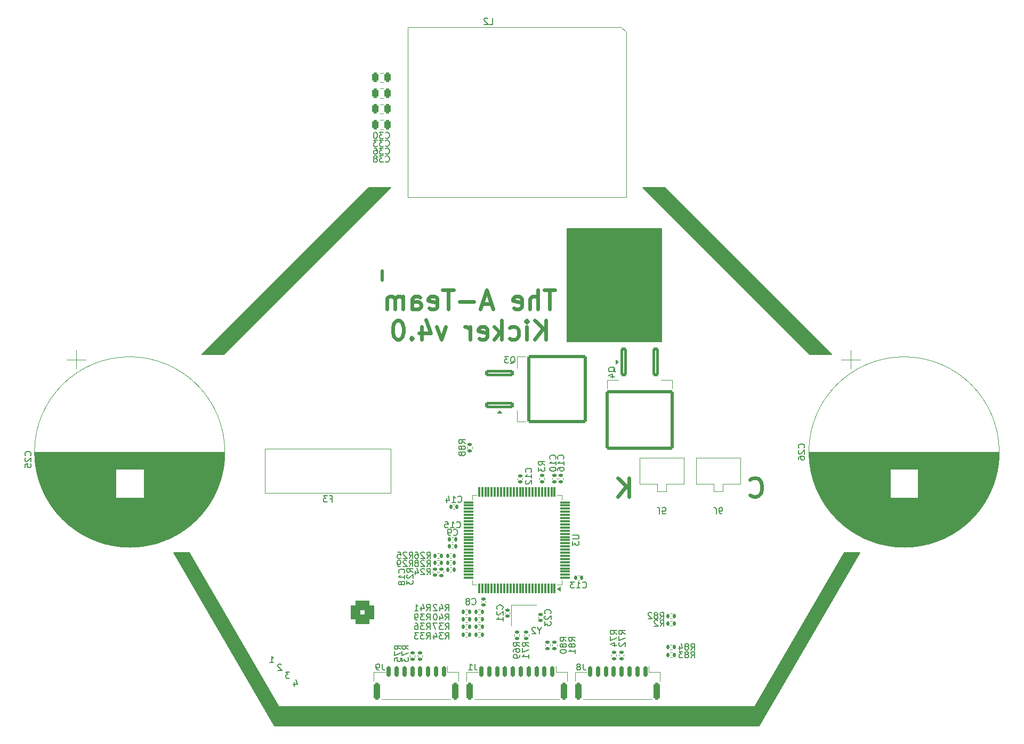
<source format=gbr>
%TF.GenerationSoftware,KiCad,Pcbnew,8.0.7*%
%TF.CreationDate,2025-04-17T21:52:40-04:00*%
%TF.ProjectId,kicker,6b69636b-6572-42e6-9b69-6361645f7063,v4*%
%TF.SameCoordinates,Original*%
%TF.FileFunction,Legend,Bot*%
%TF.FilePolarity,Positive*%
%FSLAX46Y46*%
G04 Gerber Fmt 4.6, Leading zero omitted, Abs format (unit mm)*
G04 Created by KiCad (PCBNEW 8.0.7) date 2025-04-17 21:52:40*
%MOMM*%
%LPD*%
G01*
G04 APERTURE LIST*
G04 Aperture macros list*
%AMRoundRect*
0 Rectangle with rounded corners*
0 $1 Rounding radius*
0 $2 $3 $4 $5 $6 $7 $8 $9 X,Y pos of 4 corners*
0 Add a 4 corners polygon primitive as box body*
4,1,4,$2,$3,$4,$5,$6,$7,$8,$9,$2,$3,0*
0 Add four circle primitives for the rounded corners*
1,1,$1+$1,$2,$3*
1,1,$1+$1,$4,$5*
1,1,$1+$1,$6,$7*
1,1,$1+$1,$8,$9*
0 Add four rect primitives between the rounded corners*
20,1,$1+$1,$2,$3,$4,$5,0*
20,1,$1+$1,$4,$5,$6,$7,0*
20,1,$1+$1,$6,$7,$8,$9,0*
20,1,$1+$1,$8,$9,$2,$3,0*%
%AMOutline5P*
0 Free polygon, 5 corners , with rotation*
0 The origin of the aperture is its center*
0 number of corners: always 5*
0 $1 to $10 corner X, Y*
0 $11 Rotation angle, in degrees counterclockwise*
0 create outline with 5 corners*
4,1,5,$1,$2,$3,$4,$5,$6,$7,$8,$9,$10,$1,$2,$11*%
%AMOutline6P*
0 Free polygon, 6 corners , with rotation*
0 The origin of the aperture is its center*
0 number of corners: always 6*
0 $1 to $12 corner X, Y*
0 $13 Rotation angle, in degrees counterclockwise*
0 create outline with 6 corners*
4,1,6,$1,$2,$3,$4,$5,$6,$7,$8,$9,$10,$11,$12,$1,$2,$13*%
%AMOutline7P*
0 Free polygon, 7 corners , with rotation*
0 The origin of the aperture is its center*
0 number of corners: always 7*
0 $1 to $14 corner X, Y*
0 $15 Rotation angle, in degrees counterclockwise*
0 create outline with 7 corners*
4,1,7,$1,$2,$3,$4,$5,$6,$7,$8,$9,$10,$11,$12,$13,$14,$1,$2,$15*%
%AMOutline8P*
0 Free polygon, 8 corners , with rotation*
0 The origin of the aperture is its center*
0 number of corners: always 8*
0 $1 to $16 corner X, Y*
0 $17 Rotation angle, in degrees counterclockwise*
0 create outline with 8 corners*
4,1,8,$1,$2,$3,$4,$5,$6,$7,$8,$9,$10,$11,$12,$13,$14,$15,$16,$1,$2,$17*%
G04 Aperture macros list end*
%ADD10C,0.150000*%
%ADD11C,0.600000*%
%ADD12C,0.500000*%
%ADD13C,0.120000*%
%ADD14C,0.575000*%
%ADD15RoundRect,0.760000X-1.140000X1.140000X-1.140000X-1.140000X1.140000X-1.140000X1.140000X1.140000X0*%
%ADD16C,3.800000*%
%ADD17C,6.400000*%
%ADD18O,2.000000X1.000000*%
%ADD19C,1.000000*%
%ADD20R,6.000000X3.000000*%
%ADD21RoundRect,0.250000X0.250000X0.475000X-0.250000X0.475000X-0.250000X-0.475000X0.250000X-0.475000X0*%
%ADD22R,4.000000X4.000000*%
%ADD23C,4.000000*%
%ADD24RoundRect,0.135000X-0.185000X0.135000X-0.185000X-0.135000X0.185000X-0.135000X0.185000X0.135000X0*%
%ADD25RoundRect,0.135000X-0.135000X-0.185000X0.135000X-0.185000X0.135000X0.185000X-0.135000X0.185000X0*%
%ADD26RoundRect,0.140000X0.140000X0.170000X-0.140000X0.170000X-0.140000X-0.170000X0.140000X-0.170000X0*%
%ADD27RoundRect,0.075000X0.075000X-0.725000X0.075000X0.725000X-0.075000X0.725000X-0.075000X-0.725000X0*%
%ADD28RoundRect,0.075000X0.725000X-0.075000X0.725000X0.075000X-0.725000X0.075000X-0.725000X-0.075000X0*%
%ADD29RoundRect,0.135000X0.135000X0.185000X-0.135000X0.185000X-0.135000X-0.185000X0.135000X-0.185000X0*%
%ADD30R,2.750000X2.000000*%
%ADD31RoundRect,0.150000X0.150000X0.700000X-0.150000X0.700000X-0.150000X-0.700000X0.150000X-0.700000X0*%
%ADD32RoundRect,0.250000X0.250000X1.100000X-0.250000X1.100000X-0.250000X-1.100000X0.250000X-1.100000X0*%
%ADD33C,3.200000*%
%ADD34RoundRect,0.140000X0.170000X-0.140000X0.170000X0.140000X-0.170000X0.140000X-0.170000X-0.140000X0*%
%ADD35RoundRect,0.135000X0.185000X-0.135000X0.185000X0.135000X-0.185000X0.135000X-0.185000X-0.135000X0*%
%ADD36RoundRect,0.250000X-0.300000X2.050000X-0.300000X-2.050000X0.300000X-2.050000X0.300000X2.050000X0*%
%ADD37RoundRect,0.250002X-5.149998X4.449998X-5.149998X-4.449998X5.149998X-4.449998X5.149998X4.449998X0*%
%ADD38R,1.400000X1.200000*%
%ADD39RoundRect,0.140000X-0.140000X-0.170000X0.140000X-0.170000X0.140000X0.170000X-0.140000X0.170000X0*%
%ADD40C,1.020000*%
%ADD41Outline8P,-0.800000X0.400000X-0.400000X0.800000X0.400000X0.800000X0.800000X0.400000X0.800000X-0.400000X0.400000X-0.800000X-0.400000X-0.800000X-0.800000X-0.400000X0.000000*%
%ADD42C,1.600000*%
%ADD43RoundRect,0.140000X-0.170000X0.140000X-0.170000X-0.140000X0.170000X-0.140000X0.170000X0.140000X0*%
%ADD44RoundRect,0.250000X-2.050000X-0.300000X2.050000X-0.300000X2.050000X0.300000X-2.050000X0.300000X0*%
%ADD45RoundRect,0.250002X-4.449998X-5.149998X4.449998X-5.149998X4.449998X5.149998X-4.449998X5.149998X0*%
G04 APERTURE END LIST*
D10*
X248500000Y-184500000D02*
X246000000Y-184500000D01*
X262000000Y-157000000D01*
X264500000Y-157000000D01*
X248500000Y-184500000D01*
G36*
X248500000Y-184500000D02*
G01*
X246000000Y-184500000D01*
X262000000Y-157000000D01*
X264500000Y-157000000D01*
X248500000Y-184500000D01*
G37*
X260000000Y-125500000D02*
X256500000Y-125500000D01*
X230000000Y-99000000D01*
X233500000Y-99000000D01*
X260000000Y-125500000D01*
G36*
X260000000Y-125500000D02*
G01*
X256500000Y-125500000D01*
X230000000Y-99000000D01*
X233500000Y-99000000D01*
X260000000Y-125500000D01*
G37*
X163500000Y-125500000D02*
X160000000Y-125500000D01*
X186500000Y-99000000D01*
X190000000Y-99000000D01*
X163500000Y-125500000D01*
G36*
X163500000Y-125500000D02*
G01*
X160000000Y-125500000D01*
X186500000Y-99000000D01*
X190000000Y-99000000D01*
X163500000Y-125500000D01*
G37*
X171500000Y-181500000D02*
X248500000Y-181500000D01*
X248500000Y-184500000D01*
X171500000Y-184500000D01*
X171500000Y-181500000D01*
G36*
X171500000Y-181500000D02*
G01*
X248500000Y-181500000D01*
X248500000Y-184500000D01*
X171500000Y-184500000D01*
X171500000Y-181500000D01*
G37*
X218000000Y-105500000D02*
X233000000Y-105500000D01*
X233000000Y-123500000D01*
X218000000Y-123500000D01*
X218000000Y-105500000D01*
G36*
X218000000Y-105500000D02*
G01*
X233000000Y-105500000D01*
X233000000Y-123500000D01*
X218000000Y-123500000D01*
X218000000Y-105500000D01*
G37*
X174000000Y-184500000D02*
X171500000Y-184500000D01*
X155500000Y-157000000D01*
X158000000Y-157000000D01*
X174000000Y-184500000D01*
G36*
X174000000Y-184500000D02*
G01*
X171500000Y-184500000D01*
X155500000Y-157000000D01*
X158000000Y-157000000D01*
X174000000Y-184500000D01*
G37*
X172610588Y-174800057D02*
X172562969Y-174752438D01*
X172562969Y-174752438D02*
X172467731Y-174704819D01*
X172467731Y-174704819D02*
X172229636Y-174704819D01*
X172229636Y-174704819D02*
X172134398Y-174752438D01*
X172134398Y-174752438D02*
X172086779Y-174800057D01*
X172086779Y-174800057D02*
X172039160Y-174895295D01*
X172039160Y-174895295D02*
X172039160Y-174990533D01*
X172039160Y-174990533D02*
X172086779Y-175133390D01*
X172086779Y-175133390D02*
X172658207Y-175704819D01*
X172658207Y-175704819D02*
X172039160Y-175704819D01*
D11*
X216071428Y-115271825D02*
X214357143Y-115271825D01*
X215214285Y-118271825D02*
X215214285Y-115271825D01*
X213357143Y-118271825D02*
X213357143Y-115271825D01*
X212071429Y-118271825D02*
X212071429Y-116700396D01*
X212071429Y-116700396D02*
X212214286Y-116414682D01*
X212214286Y-116414682D02*
X212500000Y-116271825D01*
X212500000Y-116271825D02*
X212928571Y-116271825D01*
X212928571Y-116271825D02*
X213214286Y-116414682D01*
X213214286Y-116414682D02*
X213357143Y-116557539D01*
X209500000Y-118128968D02*
X209785714Y-118271825D01*
X209785714Y-118271825D02*
X210357143Y-118271825D01*
X210357143Y-118271825D02*
X210642857Y-118128968D01*
X210642857Y-118128968D02*
X210785714Y-117843253D01*
X210785714Y-117843253D02*
X210785714Y-116700396D01*
X210785714Y-116700396D02*
X210642857Y-116414682D01*
X210642857Y-116414682D02*
X210357143Y-116271825D01*
X210357143Y-116271825D02*
X209785714Y-116271825D01*
X209785714Y-116271825D02*
X209500000Y-116414682D01*
X209500000Y-116414682D02*
X209357143Y-116700396D01*
X209357143Y-116700396D02*
X209357143Y-116986110D01*
X209357143Y-116986110D02*
X210785714Y-117271825D01*
X205928571Y-117414682D02*
X204500000Y-117414682D01*
X206214285Y-118271825D02*
X205214285Y-115271825D01*
X205214285Y-115271825D02*
X204214285Y-118271825D01*
X203214285Y-117128968D02*
X200928571Y-117128968D01*
X199928570Y-115271825D02*
X198214285Y-115271825D01*
X199071427Y-118271825D02*
X199071427Y-115271825D01*
X196071428Y-118128968D02*
X196357142Y-118271825D01*
X196357142Y-118271825D02*
X196928571Y-118271825D01*
X196928571Y-118271825D02*
X197214285Y-118128968D01*
X197214285Y-118128968D02*
X197357142Y-117843253D01*
X197357142Y-117843253D02*
X197357142Y-116700396D01*
X197357142Y-116700396D02*
X197214285Y-116414682D01*
X197214285Y-116414682D02*
X196928571Y-116271825D01*
X196928571Y-116271825D02*
X196357142Y-116271825D01*
X196357142Y-116271825D02*
X196071428Y-116414682D01*
X196071428Y-116414682D02*
X195928571Y-116700396D01*
X195928571Y-116700396D02*
X195928571Y-116986110D01*
X195928571Y-116986110D02*
X197357142Y-117271825D01*
X193357142Y-118271825D02*
X193357142Y-116700396D01*
X193357142Y-116700396D02*
X193499999Y-116414682D01*
X193499999Y-116414682D02*
X193785713Y-116271825D01*
X193785713Y-116271825D02*
X194357142Y-116271825D01*
X194357142Y-116271825D02*
X194642856Y-116414682D01*
X193357142Y-118128968D02*
X193642856Y-118271825D01*
X193642856Y-118271825D02*
X194357142Y-118271825D01*
X194357142Y-118271825D02*
X194642856Y-118128968D01*
X194642856Y-118128968D02*
X194785713Y-117843253D01*
X194785713Y-117843253D02*
X194785713Y-117557539D01*
X194785713Y-117557539D02*
X194642856Y-117271825D01*
X194642856Y-117271825D02*
X194357142Y-117128968D01*
X194357142Y-117128968D02*
X193642856Y-117128968D01*
X193642856Y-117128968D02*
X193357142Y-116986110D01*
X191928570Y-118271825D02*
X191928570Y-116271825D01*
X191928570Y-116557539D02*
X191785713Y-116414682D01*
X191785713Y-116414682D02*
X191499998Y-116271825D01*
X191499998Y-116271825D02*
X191071427Y-116271825D01*
X191071427Y-116271825D02*
X190785713Y-116414682D01*
X190785713Y-116414682D02*
X190642856Y-116700396D01*
X190642856Y-116700396D02*
X190642856Y-118271825D01*
X190642856Y-116700396D02*
X190499998Y-116414682D01*
X190499998Y-116414682D02*
X190214284Y-116271825D01*
X190214284Y-116271825D02*
X189785713Y-116271825D01*
X189785713Y-116271825D02*
X189499998Y-116414682D01*
X189499998Y-116414682D02*
X189357141Y-116700396D01*
X189357141Y-116700396D02*
X189357141Y-118271825D01*
X214571428Y-123101657D02*
X214571428Y-120101657D01*
X212857142Y-123101657D02*
X214142856Y-121387371D01*
X212857142Y-120101657D02*
X214571428Y-121815942D01*
X211571428Y-123101657D02*
X211571428Y-121101657D01*
X211571428Y-120101657D02*
X211714285Y-120244514D01*
X211714285Y-120244514D02*
X211571428Y-120387371D01*
X211571428Y-120387371D02*
X211428571Y-120244514D01*
X211428571Y-120244514D02*
X211571428Y-120101657D01*
X211571428Y-120101657D02*
X211571428Y-120387371D01*
X208857143Y-122958800D02*
X209142857Y-123101657D01*
X209142857Y-123101657D02*
X209714285Y-123101657D01*
X209714285Y-123101657D02*
X210000000Y-122958800D01*
X210000000Y-122958800D02*
X210142857Y-122815942D01*
X210142857Y-122815942D02*
X210285714Y-122530228D01*
X210285714Y-122530228D02*
X210285714Y-121673085D01*
X210285714Y-121673085D02*
X210142857Y-121387371D01*
X210142857Y-121387371D02*
X210000000Y-121244514D01*
X210000000Y-121244514D02*
X209714285Y-121101657D01*
X209714285Y-121101657D02*
X209142857Y-121101657D01*
X209142857Y-121101657D02*
X208857143Y-121244514D01*
X207571428Y-123101657D02*
X207571428Y-120101657D01*
X207285714Y-121958800D02*
X206428571Y-123101657D01*
X206428571Y-121101657D02*
X207571428Y-122244514D01*
X204000000Y-122958800D02*
X204285714Y-123101657D01*
X204285714Y-123101657D02*
X204857143Y-123101657D01*
X204857143Y-123101657D02*
X205142857Y-122958800D01*
X205142857Y-122958800D02*
X205285714Y-122673085D01*
X205285714Y-122673085D02*
X205285714Y-121530228D01*
X205285714Y-121530228D02*
X205142857Y-121244514D01*
X205142857Y-121244514D02*
X204857143Y-121101657D01*
X204857143Y-121101657D02*
X204285714Y-121101657D01*
X204285714Y-121101657D02*
X204000000Y-121244514D01*
X204000000Y-121244514D02*
X203857143Y-121530228D01*
X203857143Y-121530228D02*
X203857143Y-121815942D01*
X203857143Y-121815942D02*
X205285714Y-122101657D01*
X202571428Y-123101657D02*
X202571428Y-121101657D01*
X202571428Y-121673085D02*
X202428571Y-121387371D01*
X202428571Y-121387371D02*
X202285714Y-121244514D01*
X202285714Y-121244514D02*
X201999999Y-121101657D01*
X201999999Y-121101657D02*
X201714285Y-121101657D01*
X198714285Y-121101657D02*
X197999999Y-123101657D01*
X197999999Y-123101657D02*
X197285714Y-121101657D01*
X194857143Y-121101657D02*
X194857143Y-123101657D01*
X195571428Y-119958800D02*
X196285714Y-122101657D01*
X196285714Y-122101657D02*
X194428571Y-122101657D01*
X193285714Y-122815942D02*
X193142857Y-122958800D01*
X193142857Y-122958800D02*
X193285714Y-123101657D01*
X193285714Y-123101657D02*
X193428571Y-122958800D01*
X193428571Y-122958800D02*
X193285714Y-122815942D01*
X193285714Y-122815942D02*
X193285714Y-123101657D01*
X191285714Y-120101657D02*
X191000000Y-120101657D01*
X191000000Y-120101657D02*
X190714286Y-120244514D01*
X190714286Y-120244514D02*
X190571429Y-120387371D01*
X190571429Y-120387371D02*
X190428571Y-120673085D01*
X190428571Y-120673085D02*
X190285714Y-121244514D01*
X190285714Y-121244514D02*
X190285714Y-121958800D01*
X190285714Y-121958800D02*
X190428571Y-122530228D01*
X190428571Y-122530228D02*
X190571429Y-122815942D01*
X190571429Y-122815942D02*
X190714286Y-122958800D01*
X190714286Y-122958800D02*
X191000000Y-123101657D01*
X191000000Y-123101657D02*
X191285714Y-123101657D01*
X191285714Y-123101657D02*
X191571429Y-122958800D01*
X191571429Y-122958800D02*
X191714286Y-122815942D01*
X191714286Y-122815942D02*
X191857143Y-122530228D01*
X191857143Y-122530228D02*
X192000000Y-121958800D01*
X192000000Y-121958800D02*
X192000000Y-121244514D01*
X192000000Y-121244514D02*
X191857143Y-120673085D01*
X191857143Y-120673085D02*
X191714286Y-120387371D01*
X191714286Y-120387371D02*
X191571429Y-120244514D01*
X191571429Y-120244514D02*
X191285714Y-120101657D01*
X247071428Y-147815942D02*
X247214285Y-147958800D01*
X247214285Y-147958800D02*
X247642857Y-148101657D01*
X247642857Y-148101657D02*
X247928571Y-148101657D01*
X247928571Y-148101657D02*
X248357142Y-147958800D01*
X248357142Y-147958800D02*
X248642857Y-147673085D01*
X248642857Y-147673085D02*
X248785714Y-147387371D01*
X248785714Y-147387371D02*
X248928571Y-146815942D01*
X248928571Y-146815942D02*
X248928571Y-146387371D01*
X248928571Y-146387371D02*
X248785714Y-145815942D01*
X248785714Y-145815942D02*
X248642857Y-145530228D01*
X248642857Y-145530228D02*
X248357142Y-145244514D01*
X248357142Y-145244514D02*
X247928571Y-145101657D01*
X247928571Y-145101657D02*
X247642857Y-145101657D01*
X247642857Y-145101657D02*
X247214285Y-145244514D01*
X247214285Y-145244514D02*
X247071428Y-145387371D01*
D10*
X173908207Y-175954819D02*
X173289160Y-175954819D01*
X173289160Y-175954819D02*
X173622493Y-176335771D01*
X173622493Y-176335771D02*
X173479636Y-176335771D01*
X173479636Y-176335771D02*
X173384398Y-176383390D01*
X173384398Y-176383390D02*
X173336779Y-176431009D01*
X173336779Y-176431009D02*
X173289160Y-176526247D01*
X173289160Y-176526247D02*
X173289160Y-176764342D01*
X173289160Y-176764342D02*
X173336779Y-176859580D01*
X173336779Y-176859580D02*
X173384398Y-176907200D01*
X173384398Y-176907200D02*
X173479636Y-176954819D01*
X173479636Y-176954819D02*
X173765350Y-176954819D01*
X173765350Y-176954819D02*
X173860588Y-176907200D01*
X173860588Y-176907200D02*
X173908207Y-176859580D01*
X174634398Y-177538152D02*
X174634398Y-178204819D01*
X174872493Y-177157200D02*
X175110588Y-177871485D01*
X175110588Y-177871485D02*
X174491541Y-177871485D01*
X170789160Y-174454819D02*
X171360588Y-174454819D01*
X171074874Y-174454819D02*
X171074874Y-173454819D01*
X171074874Y-173454819D02*
X171170112Y-173597676D01*
X171170112Y-173597676D02*
X171265350Y-173692914D01*
X171265350Y-173692914D02*
X171360588Y-173740533D01*
D11*
X227785714Y-148101657D02*
X227785714Y-145101657D01*
X226071428Y-148101657D02*
X227357142Y-146387371D01*
X226071428Y-145101657D02*
X227785714Y-146815942D01*
D12*
X188637333Y-112238095D02*
X188637333Y-113761905D01*
D10*
X189142857Y-94859580D02*
X189190476Y-94907200D01*
X189190476Y-94907200D02*
X189333333Y-94954819D01*
X189333333Y-94954819D02*
X189428571Y-94954819D01*
X189428571Y-94954819D02*
X189571428Y-94907200D01*
X189571428Y-94907200D02*
X189666666Y-94811961D01*
X189666666Y-94811961D02*
X189714285Y-94716723D01*
X189714285Y-94716723D02*
X189761904Y-94526247D01*
X189761904Y-94526247D02*
X189761904Y-94383390D01*
X189761904Y-94383390D02*
X189714285Y-94192914D01*
X189714285Y-94192914D02*
X189666666Y-94097676D01*
X189666666Y-94097676D02*
X189571428Y-94002438D01*
X189571428Y-94002438D02*
X189428571Y-93954819D01*
X189428571Y-93954819D02*
X189333333Y-93954819D01*
X189333333Y-93954819D02*
X189190476Y-94002438D01*
X189190476Y-94002438D02*
X189142857Y-94050057D01*
X188809523Y-93954819D02*
X188190476Y-93954819D01*
X188190476Y-93954819D02*
X188523809Y-94335771D01*
X188523809Y-94335771D02*
X188380952Y-94335771D01*
X188380952Y-94335771D02*
X188285714Y-94383390D01*
X188285714Y-94383390D02*
X188238095Y-94431009D01*
X188238095Y-94431009D02*
X188190476Y-94526247D01*
X188190476Y-94526247D02*
X188190476Y-94764342D01*
X188190476Y-94764342D02*
X188238095Y-94859580D01*
X188238095Y-94859580D02*
X188285714Y-94907200D01*
X188285714Y-94907200D02*
X188380952Y-94954819D01*
X188380952Y-94954819D02*
X188666666Y-94954819D01*
X188666666Y-94954819D02*
X188761904Y-94907200D01*
X188761904Y-94907200D02*
X188809523Y-94859580D01*
X187619047Y-94383390D02*
X187714285Y-94335771D01*
X187714285Y-94335771D02*
X187761904Y-94288152D01*
X187761904Y-94288152D02*
X187809523Y-94192914D01*
X187809523Y-94192914D02*
X187809523Y-94145295D01*
X187809523Y-94145295D02*
X187761904Y-94050057D01*
X187761904Y-94050057D02*
X187714285Y-94002438D01*
X187714285Y-94002438D02*
X187619047Y-93954819D01*
X187619047Y-93954819D02*
X187428571Y-93954819D01*
X187428571Y-93954819D02*
X187333333Y-94002438D01*
X187333333Y-94002438D02*
X187285714Y-94050057D01*
X187285714Y-94050057D02*
X187238095Y-94145295D01*
X187238095Y-94145295D02*
X187238095Y-94192914D01*
X187238095Y-94192914D02*
X187285714Y-94288152D01*
X187285714Y-94288152D02*
X187333333Y-94335771D01*
X187333333Y-94335771D02*
X187428571Y-94383390D01*
X187428571Y-94383390D02*
X187619047Y-94383390D01*
X187619047Y-94383390D02*
X187714285Y-94431009D01*
X187714285Y-94431009D02*
X187761904Y-94478628D01*
X187761904Y-94478628D02*
X187809523Y-94573866D01*
X187809523Y-94573866D02*
X187809523Y-94764342D01*
X187809523Y-94764342D02*
X187761904Y-94859580D01*
X187761904Y-94859580D02*
X187714285Y-94907200D01*
X187714285Y-94907200D02*
X187619047Y-94954819D01*
X187619047Y-94954819D02*
X187428571Y-94954819D01*
X187428571Y-94954819D02*
X187333333Y-94907200D01*
X187333333Y-94907200D02*
X187285714Y-94859580D01*
X187285714Y-94859580D02*
X187238095Y-94764342D01*
X187238095Y-94764342D02*
X187238095Y-94573866D01*
X187238095Y-94573866D02*
X187285714Y-94478628D01*
X187285714Y-94478628D02*
X187333333Y-94431009D01*
X187333333Y-94431009D02*
X187428571Y-94383390D01*
X255609580Y-140357142D02*
X255657200Y-140309523D01*
X255657200Y-140309523D02*
X255704819Y-140166666D01*
X255704819Y-140166666D02*
X255704819Y-140071428D01*
X255704819Y-140071428D02*
X255657200Y-139928571D01*
X255657200Y-139928571D02*
X255561961Y-139833333D01*
X255561961Y-139833333D02*
X255466723Y-139785714D01*
X255466723Y-139785714D02*
X255276247Y-139738095D01*
X255276247Y-139738095D02*
X255133390Y-139738095D01*
X255133390Y-139738095D02*
X254942914Y-139785714D01*
X254942914Y-139785714D02*
X254847676Y-139833333D01*
X254847676Y-139833333D02*
X254752438Y-139928571D01*
X254752438Y-139928571D02*
X254704819Y-140071428D01*
X254704819Y-140071428D02*
X254704819Y-140166666D01*
X254704819Y-140166666D02*
X254752438Y-140309523D01*
X254752438Y-140309523D02*
X254800057Y-140357142D01*
X254800057Y-140738095D02*
X254752438Y-140785714D01*
X254752438Y-140785714D02*
X254704819Y-140880952D01*
X254704819Y-140880952D02*
X254704819Y-141119047D01*
X254704819Y-141119047D02*
X254752438Y-141214285D01*
X254752438Y-141214285D02*
X254800057Y-141261904D01*
X254800057Y-141261904D02*
X254895295Y-141309523D01*
X254895295Y-141309523D02*
X254990533Y-141309523D01*
X254990533Y-141309523D02*
X255133390Y-141261904D01*
X255133390Y-141261904D02*
X255704819Y-140690476D01*
X255704819Y-140690476D02*
X255704819Y-141309523D01*
X254704819Y-142166666D02*
X254704819Y-141976190D01*
X254704819Y-141976190D02*
X254752438Y-141880952D01*
X254752438Y-141880952D02*
X254800057Y-141833333D01*
X254800057Y-141833333D02*
X254942914Y-141738095D01*
X254942914Y-141738095D02*
X255133390Y-141690476D01*
X255133390Y-141690476D02*
X255514342Y-141690476D01*
X255514342Y-141690476D02*
X255609580Y-141738095D01*
X255609580Y-141738095D02*
X255657200Y-141785714D01*
X255657200Y-141785714D02*
X255704819Y-141880952D01*
X255704819Y-141880952D02*
X255704819Y-142071428D01*
X255704819Y-142071428D02*
X255657200Y-142166666D01*
X255657200Y-142166666D02*
X255609580Y-142214285D01*
X255609580Y-142214285D02*
X255514342Y-142261904D01*
X255514342Y-142261904D02*
X255276247Y-142261904D01*
X255276247Y-142261904D02*
X255181009Y-142214285D01*
X255181009Y-142214285D02*
X255133390Y-142166666D01*
X255133390Y-142166666D02*
X255085771Y-142071428D01*
X255085771Y-142071428D02*
X255085771Y-141880952D01*
X255085771Y-141880952D02*
X255133390Y-141785714D01*
X255133390Y-141785714D02*
X255181009Y-141738095D01*
X255181009Y-141738095D02*
X255276247Y-141690476D01*
X227179819Y-169957142D02*
X226703628Y-169623809D01*
X227179819Y-169385714D02*
X226179819Y-169385714D01*
X226179819Y-169385714D02*
X226179819Y-169766666D01*
X226179819Y-169766666D02*
X226227438Y-169861904D01*
X226227438Y-169861904D02*
X226275057Y-169909523D01*
X226275057Y-169909523D02*
X226370295Y-169957142D01*
X226370295Y-169957142D02*
X226513152Y-169957142D01*
X226513152Y-169957142D02*
X226608390Y-169909523D01*
X226608390Y-169909523D02*
X226656009Y-169861904D01*
X226656009Y-169861904D02*
X226703628Y-169766666D01*
X226703628Y-169766666D02*
X226703628Y-169385714D01*
X226179819Y-170290476D02*
X226179819Y-170957142D01*
X226179819Y-170957142D02*
X227179819Y-170528571D01*
X226275057Y-171290476D02*
X226227438Y-171338095D01*
X226227438Y-171338095D02*
X226179819Y-171433333D01*
X226179819Y-171433333D02*
X226179819Y-171671428D01*
X226179819Y-171671428D02*
X226227438Y-171766666D01*
X226227438Y-171766666D02*
X226275057Y-171814285D01*
X226275057Y-171814285D02*
X226370295Y-171861904D01*
X226370295Y-171861904D02*
X226465533Y-171861904D01*
X226465533Y-171861904D02*
X226608390Y-171814285D01*
X226608390Y-171814285D02*
X227179819Y-171242857D01*
X227179819Y-171242857D02*
X227179819Y-171861904D01*
X195692857Y-157904819D02*
X196026190Y-157428628D01*
X196264285Y-157904819D02*
X196264285Y-156904819D01*
X196264285Y-156904819D02*
X195883333Y-156904819D01*
X195883333Y-156904819D02*
X195788095Y-156952438D01*
X195788095Y-156952438D02*
X195740476Y-157000057D01*
X195740476Y-157000057D02*
X195692857Y-157095295D01*
X195692857Y-157095295D02*
X195692857Y-157238152D01*
X195692857Y-157238152D02*
X195740476Y-157333390D01*
X195740476Y-157333390D02*
X195788095Y-157381009D01*
X195788095Y-157381009D02*
X195883333Y-157428628D01*
X195883333Y-157428628D02*
X196264285Y-157428628D01*
X195311904Y-157000057D02*
X195264285Y-156952438D01*
X195264285Y-156952438D02*
X195169047Y-156904819D01*
X195169047Y-156904819D02*
X194930952Y-156904819D01*
X194930952Y-156904819D02*
X194835714Y-156952438D01*
X194835714Y-156952438D02*
X194788095Y-157000057D01*
X194788095Y-157000057D02*
X194740476Y-157095295D01*
X194740476Y-157095295D02*
X194740476Y-157190533D01*
X194740476Y-157190533D02*
X194788095Y-157333390D01*
X194788095Y-157333390D02*
X195359523Y-157904819D01*
X195359523Y-157904819D02*
X194740476Y-157904819D01*
X193883333Y-156904819D02*
X194073809Y-156904819D01*
X194073809Y-156904819D02*
X194169047Y-156952438D01*
X194169047Y-156952438D02*
X194216666Y-157000057D01*
X194216666Y-157000057D02*
X194311904Y-157142914D01*
X194311904Y-157142914D02*
X194359523Y-157333390D01*
X194359523Y-157333390D02*
X194359523Y-157714342D01*
X194359523Y-157714342D02*
X194311904Y-157809580D01*
X194311904Y-157809580D02*
X194264285Y-157857200D01*
X194264285Y-157857200D02*
X194169047Y-157904819D01*
X194169047Y-157904819D02*
X193978571Y-157904819D01*
X193978571Y-157904819D02*
X193883333Y-157857200D01*
X193883333Y-157857200D02*
X193835714Y-157809580D01*
X193835714Y-157809580D02*
X193788095Y-157714342D01*
X193788095Y-157714342D02*
X193788095Y-157476247D01*
X193788095Y-157476247D02*
X193835714Y-157381009D01*
X193835714Y-157381009D02*
X193883333Y-157333390D01*
X193883333Y-157333390D02*
X193978571Y-157285771D01*
X193978571Y-157285771D02*
X194169047Y-157285771D01*
X194169047Y-157285771D02*
X194264285Y-157333390D01*
X194264285Y-157333390D02*
X194311904Y-157381009D01*
X194311904Y-157381009D02*
X194359523Y-157476247D01*
X199966666Y-154159580D02*
X200014285Y-154207200D01*
X200014285Y-154207200D02*
X200157142Y-154254819D01*
X200157142Y-154254819D02*
X200252380Y-154254819D01*
X200252380Y-154254819D02*
X200395237Y-154207200D01*
X200395237Y-154207200D02*
X200490475Y-154111961D01*
X200490475Y-154111961D02*
X200538094Y-154016723D01*
X200538094Y-154016723D02*
X200585713Y-153826247D01*
X200585713Y-153826247D02*
X200585713Y-153683390D01*
X200585713Y-153683390D02*
X200538094Y-153492914D01*
X200538094Y-153492914D02*
X200490475Y-153397676D01*
X200490475Y-153397676D02*
X200395237Y-153302438D01*
X200395237Y-153302438D02*
X200252380Y-153254819D01*
X200252380Y-153254819D02*
X200157142Y-153254819D01*
X200157142Y-153254819D02*
X200014285Y-153302438D01*
X200014285Y-153302438D02*
X199966666Y-153350057D01*
X199490475Y-154254819D02*
X199299999Y-154254819D01*
X199299999Y-154254819D02*
X199204761Y-154207200D01*
X199204761Y-154207200D02*
X199157142Y-154159580D01*
X199157142Y-154159580D02*
X199061904Y-154016723D01*
X199061904Y-154016723D02*
X199014285Y-153826247D01*
X199014285Y-153826247D02*
X199014285Y-153445295D01*
X199014285Y-153445295D02*
X199061904Y-153350057D01*
X199061904Y-153350057D02*
X199109523Y-153302438D01*
X199109523Y-153302438D02*
X199204761Y-153254819D01*
X199204761Y-153254819D02*
X199395237Y-153254819D01*
X199395237Y-153254819D02*
X199490475Y-153302438D01*
X199490475Y-153302438D02*
X199538094Y-153350057D01*
X199538094Y-153350057D02*
X199585713Y-153445295D01*
X199585713Y-153445295D02*
X199585713Y-153683390D01*
X199585713Y-153683390D02*
X199538094Y-153778628D01*
X199538094Y-153778628D02*
X199490475Y-153826247D01*
X199490475Y-153826247D02*
X199395237Y-153873866D01*
X199395237Y-153873866D02*
X199204761Y-153873866D01*
X199204761Y-153873866D02*
X199109523Y-153826247D01*
X199109523Y-153826247D02*
X199061904Y-153778628D01*
X199061904Y-153778628D02*
X199014285Y-153683390D01*
X200442857Y-152959580D02*
X200490476Y-153007200D01*
X200490476Y-153007200D02*
X200633333Y-153054819D01*
X200633333Y-153054819D02*
X200728571Y-153054819D01*
X200728571Y-153054819D02*
X200871428Y-153007200D01*
X200871428Y-153007200D02*
X200966666Y-152911961D01*
X200966666Y-152911961D02*
X201014285Y-152816723D01*
X201014285Y-152816723D02*
X201061904Y-152626247D01*
X201061904Y-152626247D02*
X201061904Y-152483390D01*
X201061904Y-152483390D02*
X201014285Y-152292914D01*
X201014285Y-152292914D02*
X200966666Y-152197676D01*
X200966666Y-152197676D02*
X200871428Y-152102438D01*
X200871428Y-152102438D02*
X200728571Y-152054819D01*
X200728571Y-152054819D02*
X200633333Y-152054819D01*
X200633333Y-152054819D02*
X200490476Y-152102438D01*
X200490476Y-152102438D02*
X200442857Y-152150057D01*
X199490476Y-153054819D02*
X200061904Y-153054819D01*
X199776190Y-153054819D02*
X199776190Y-152054819D01*
X199776190Y-152054819D02*
X199871428Y-152197676D01*
X199871428Y-152197676D02*
X199966666Y-152292914D01*
X199966666Y-152292914D02*
X200061904Y-152340533D01*
X198585714Y-152054819D02*
X199061904Y-152054819D01*
X199061904Y-152054819D02*
X199109523Y-152531009D01*
X199109523Y-152531009D02*
X199061904Y-152483390D01*
X199061904Y-152483390D02*
X198966666Y-152435771D01*
X198966666Y-152435771D02*
X198728571Y-152435771D01*
X198728571Y-152435771D02*
X198633333Y-152483390D01*
X198633333Y-152483390D02*
X198585714Y-152531009D01*
X198585714Y-152531009D02*
X198538095Y-152626247D01*
X198538095Y-152626247D02*
X198538095Y-152864342D01*
X198538095Y-152864342D02*
X198585714Y-152959580D01*
X198585714Y-152959580D02*
X198633333Y-153007200D01*
X198633333Y-153007200D02*
X198728571Y-153054819D01*
X198728571Y-153054819D02*
X198966666Y-153054819D01*
X198966666Y-153054819D02*
X199061904Y-153007200D01*
X199061904Y-153007200D02*
X199109523Y-152959580D01*
X192779819Y-172357142D02*
X192303628Y-172023809D01*
X192779819Y-171785714D02*
X191779819Y-171785714D01*
X191779819Y-171785714D02*
X191779819Y-172166666D01*
X191779819Y-172166666D02*
X191827438Y-172261904D01*
X191827438Y-172261904D02*
X191875057Y-172309523D01*
X191875057Y-172309523D02*
X191970295Y-172357142D01*
X191970295Y-172357142D02*
X192113152Y-172357142D01*
X192113152Y-172357142D02*
X192208390Y-172309523D01*
X192208390Y-172309523D02*
X192256009Y-172261904D01*
X192256009Y-172261904D02*
X192303628Y-172166666D01*
X192303628Y-172166666D02*
X192303628Y-171785714D01*
X191779819Y-172690476D02*
X191779819Y-173357142D01*
X191779819Y-173357142D02*
X192779819Y-172928571D01*
X191779819Y-173642857D02*
X191779819Y-174261904D01*
X191779819Y-174261904D02*
X192160771Y-173928571D01*
X192160771Y-173928571D02*
X192160771Y-174071428D01*
X192160771Y-174071428D02*
X192208390Y-174166666D01*
X192208390Y-174166666D02*
X192256009Y-174214285D01*
X192256009Y-174214285D02*
X192351247Y-174261904D01*
X192351247Y-174261904D02*
X192589342Y-174261904D01*
X192589342Y-174261904D02*
X192684580Y-174214285D01*
X192684580Y-174214285D02*
X192732200Y-174166666D01*
X192732200Y-174166666D02*
X192779819Y-174071428D01*
X192779819Y-174071428D02*
X192779819Y-173785714D01*
X192779819Y-173785714D02*
X192732200Y-173690476D01*
X192732200Y-173690476D02*
X192684580Y-173642857D01*
X218874819Y-154238095D02*
X219684342Y-154238095D01*
X219684342Y-154238095D02*
X219779580Y-154285714D01*
X219779580Y-154285714D02*
X219827200Y-154333333D01*
X219827200Y-154333333D02*
X219874819Y-154428571D01*
X219874819Y-154428571D02*
X219874819Y-154619047D01*
X219874819Y-154619047D02*
X219827200Y-154714285D01*
X219827200Y-154714285D02*
X219779580Y-154761904D01*
X219779580Y-154761904D02*
X219684342Y-154809523D01*
X219684342Y-154809523D02*
X218874819Y-154809523D01*
X218874819Y-155190476D02*
X218874819Y-155809523D01*
X218874819Y-155809523D02*
X219255771Y-155476190D01*
X219255771Y-155476190D02*
X219255771Y-155619047D01*
X219255771Y-155619047D02*
X219303390Y-155714285D01*
X219303390Y-155714285D02*
X219351009Y-155761904D01*
X219351009Y-155761904D02*
X219446247Y-155809523D01*
X219446247Y-155809523D02*
X219684342Y-155809523D01*
X219684342Y-155809523D02*
X219779580Y-155761904D01*
X219779580Y-155761904D02*
X219827200Y-155714285D01*
X219827200Y-155714285D02*
X219874819Y-155619047D01*
X219874819Y-155619047D02*
X219874819Y-155333333D01*
X219874819Y-155333333D02*
X219827200Y-155238095D01*
X219827200Y-155238095D02*
X219779580Y-155190476D01*
X225879819Y-169957142D02*
X225403628Y-169623809D01*
X225879819Y-169385714D02*
X224879819Y-169385714D01*
X224879819Y-169385714D02*
X224879819Y-169766666D01*
X224879819Y-169766666D02*
X224927438Y-169861904D01*
X224927438Y-169861904D02*
X224975057Y-169909523D01*
X224975057Y-169909523D02*
X225070295Y-169957142D01*
X225070295Y-169957142D02*
X225213152Y-169957142D01*
X225213152Y-169957142D02*
X225308390Y-169909523D01*
X225308390Y-169909523D02*
X225356009Y-169861904D01*
X225356009Y-169861904D02*
X225403628Y-169766666D01*
X225403628Y-169766666D02*
X225403628Y-169385714D01*
X224879819Y-170290476D02*
X224879819Y-170957142D01*
X224879819Y-170957142D02*
X225879819Y-170528571D01*
X225213152Y-171766666D02*
X225879819Y-171766666D01*
X224832200Y-171528571D02*
X225546485Y-171290476D01*
X225546485Y-171290476D02*
X225546485Y-171909523D01*
X192892857Y-159204819D02*
X193226190Y-158728628D01*
X193464285Y-159204819D02*
X193464285Y-158204819D01*
X193464285Y-158204819D02*
X193083333Y-158204819D01*
X193083333Y-158204819D02*
X192988095Y-158252438D01*
X192988095Y-158252438D02*
X192940476Y-158300057D01*
X192940476Y-158300057D02*
X192892857Y-158395295D01*
X192892857Y-158395295D02*
X192892857Y-158538152D01*
X192892857Y-158538152D02*
X192940476Y-158633390D01*
X192940476Y-158633390D02*
X192988095Y-158681009D01*
X192988095Y-158681009D02*
X193083333Y-158728628D01*
X193083333Y-158728628D02*
X193464285Y-158728628D01*
X192511904Y-158300057D02*
X192464285Y-158252438D01*
X192464285Y-158252438D02*
X192369047Y-158204819D01*
X192369047Y-158204819D02*
X192130952Y-158204819D01*
X192130952Y-158204819D02*
X192035714Y-158252438D01*
X192035714Y-158252438D02*
X191988095Y-158300057D01*
X191988095Y-158300057D02*
X191940476Y-158395295D01*
X191940476Y-158395295D02*
X191940476Y-158490533D01*
X191940476Y-158490533D02*
X191988095Y-158633390D01*
X191988095Y-158633390D02*
X192559523Y-159204819D01*
X192559523Y-159204819D02*
X191940476Y-159204819D01*
X191464285Y-159204819D02*
X191273809Y-159204819D01*
X191273809Y-159204819D02*
X191178571Y-159157200D01*
X191178571Y-159157200D02*
X191130952Y-159109580D01*
X191130952Y-159109580D02*
X191035714Y-158966723D01*
X191035714Y-158966723D02*
X190988095Y-158776247D01*
X190988095Y-158776247D02*
X190988095Y-158395295D01*
X190988095Y-158395295D02*
X191035714Y-158300057D01*
X191035714Y-158300057D02*
X191083333Y-158252438D01*
X191083333Y-158252438D02*
X191178571Y-158204819D01*
X191178571Y-158204819D02*
X191369047Y-158204819D01*
X191369047Y-158204819D02*
X191464285Y-158252438D01*
X191464285Y-158252438D02*
X191511904Y-158300057D01*
X191511904Y-158300057D02*
X191559523Y-158395295D01*
X191559523Y-158395295D02*
X191559523Y-158633390D01*
X191559523Y-158633390D02*
X191511904Y-158728628D01*
X191511904Y-158728628D02*
X191464285Y-158776247D01*
X191464285Y-158776247D02*
X191369047Y-158823866D01*
X191369047Y-158823866D02*
X191178571Y-158823866D01*
X191178571Y-158823866D02*
X191083333Y-158776247D01*
X191083333Y-158776247D02*
X191035714Y-158728628D01*
X191035714Y-158728628D02*
X190988095Y-158633390D01*
X132759580Y-141557142D02*
X132807200Y-141509523D01*
X132807200Y-141509523D02*
X132854819Y-141366666D01*
X132854819Y-141366666D02*
X132854819Y-141271428D01*
X132854819Y-141271428D02*
X132807200Y-141128571D01*
X132807200Y-141128571D02*
X132711961Y-141033333D01*
X132711961Y-141033333D02*
X132616723Y-140985714D01*
X132616723Y-140985714D02*
X132426247Y-140938095D01*
X132426247Y-140938095D02*
X132283390Y-140938095D01*
X132283390Y-140938095D02*
X132092914Y-140985714D01*
X132092914Y-140985714D02*
X131997676Y-141033333D01*
X131997676Y-141033333D02*
X131902438Y-141128571D01*
X131902438Y-141128571D02*
X131854819Y-141271428D01*
X131854819Y-141271428D02*
X131854819Y-141366666D01*
X131854819Y-141366666D02*
X131902438Y-141509523D01*
X131902438Y-141509523D02*
X131950057Y-141557142D01*
X131950057Y-141938095D02*
X131902438Y-141985714D01*
X131902438Y-141985714D02*
X131854819Y-142080952D01*
X131854819Y-142080952D02*
X131854819Y-142319047D01*
X131854819Y-142319047D02*
X131902438Y-142414285D01*
X131902438Y-142414285D02*
X131950057Y-142461904D01*
X131950057Y-142461904D02*
X132045295Y-142509523D01*
X132045295Y-142509523D02*
X132140533Y-142509523D01*
X132140533Y-142509523D02*
X132283390Y-142461904D01*
X132283390Y-142461904D02*
X132854819Y-141890476D01*
X132854819Y-141890476D02*
X132854819Y-142509523D01*
X131854819Y-143414285D02*
X131854819Y-142938095D01*
X131854819Y-142938095D02*
X132331009Y-142890476D01*
X132331009Y-142890476D02*
X132283390Y-142938095D01*
X132283390Y-142938095D02*
X132235771Y-143033333D01*
X132235771Y-143033333D02*
X132235771Y-143271428D01*
X132235771Y-143271428D02*
X132283390Y-143366666D01*
X132283390Y-143366666D02*
X132331009Y-143414285D01*
X132331009Y-143414285D02*
X132426247Y-143461904D01*
X132426247Y-143461904D02*
X132664342Y-143461904D01*
X132664342Y-143461904D02*
X132759580Y-143414285D01*
X132759580Y-143414285D02*
X132807200Y-143366666D01*
X132807200Y-143366666D02*
X132854819Y-143271428D01*
X132854819Y-143271428D02*
X132854819Y-143033333D01*
X132854819Y-143033333D02*
X132807200Y-142938095D01*
X132807200Y-142938095D02*
X132759580Y-142890476D01*
X205666666Y-73054819D02*
X206142856Y-73054819D01*
X206142856Y-73054819D02*
X206142856Y-72054819D01*
X205380951Y-72150057D02*
X205333332Y-72102438D01*
X205333332Y-72102438D02*
X205238094Y-72054819D01*
X205238094Y-72054819D02*
X204999999Y-72054819D01*
X204999999Y-72054819D02*
X204904761Y-72102438D01*
X204904761Y-72102438D02*
X204857142Y-72150057D01*
X204857142Y-72150057D02*
X204809523Y-72245295D01*
X204809523Y-72245295D02*
X204809523Y-72340533D01*
X204809523Y-72340533D02*
X204857142Y-72483390D01*
X204857142Y-72483390D02*
X205428570Y-73054819D01*
X205428570Y-73054819D02*
X204809523Y-73054819D01*
X188633333Y-174654819D02*
X188633333Y-175369104D01*
X188633333Y-175369104D02*
X188680952Y-175511961D01*
X188680952Y-175511961D02*
X188776190Y-175607200D01*
X188776190Y-175607200D02*
X188919047Y-175654819D01*
X188919047Y-175654819D02*
X189014285Y-175654819D01*
X188109523Y-175654819D02*
X187919047Y-175654819D01*
X187919047Y-175654819D02*
X187823809Y-175607200D01*
X187823809Y-175607200D02*
X187776190Y-175559580D01*
X187776190Y-175559580D02*
X187680952Y-175416723D01*
X187680952Y-175416723D02*
X187633333Y-175226247D01*
X187633333Y-175226247D02*
X187633333Y-174845295D01*
X187633333Y-174845295D02*
X187680952Y-174750057D01*
X187680952Y-174750057D02*
X187728571Y-174702438D01*
X187728571Y-174702438D02*
X187823809Y-174654819D01*
X187823809Y-174654819D02*
X188014285Y-174654819D01*
X188014285Y-174654819D02*
X188109523Y-174702438D01*
X188109523Y-174702438D02*
X188157142Y-174750057D01*
X188157142Y-174750057D02*
X188204761Y-174845295D01*
X188204761Y-174845295D02*
X188204761Y-175083390D01*
X188204761Y-175083390D02*
X188157142Y-175178628D01*
X188157142Y-175178628D02*
X188109523Y-175226247D01*
X188109523Y-175226247D02*
X188014285Y-175273866D01*
X188014285Y-175273866D02*
X187823809Y-175273866D01*
X187823809Y-175273866D02*
X187728571Y-175226247D01*
X187728571Y-175226247D02*
X187680952Y-175178628D01*
X187680952Y-175178628D02*
X187633333Y-175083390D01*
X198642857Y-169204819D02*
X198976190Y-168728628D01*
X199214285Y-169204819D02*
X199214285Y-168204819D01*
X199214285Y-168204819D02*
X198833333Y-168204819D01*
X198833333Y-168204819D02*
X198738095Y-168252438D01*
X198738095Y-168252438D02*
X198690476Y-168300057D01*
X198690476Y-168300057D02*
X198642857Y-168395295D01*
X198642857Y-168395295D02*
X198642857Y-168538152D01*
X198642857Y-168538152D02*
X198690476Y-168633390D01*
X198690476Y-168633390D02*
X198738095Y-168681009D01*
X198738095Y-168681009D02*
X198833333Y-168728628D01*
X198833333Y-168728628D02*
X199214285Y-168728628D01*
X198309523Y-168204819D02*
X197690476Y-168204819D01*
X197690476Y-168204819D02*
X198023809Y-168585771D01*
X198023809Y-168585771D02*
X197880952Y-168585771D01*
X197880952Y-168585771D02*
X197785714Y-168633390D01*
X197785714Y-168633390D02*
X197738095Y-168681009D01*
X197738095Y-168681009D02*
X197690476Y-168776247D01*
X197690476Y-168776247D02*
X197690476Y-169014342D01*
X197690476Y-169014342D02*
X197738095Y-169109580D01*
X197738095Y-169109580D02*
X197785714Y-169157200D01*
X197785714Y-169157200D02*
X197880952Y-169204819D01*
X197880952Y-169204819D02*
X198166666Y-169204819D01*
X198166666Y-169204819D02*
X198261904Y-169157200D01*
X198261904Y-169157200D02*
X198309523Y-169109580D01*
X197357142Y-168204819D02*
X196690476Y-168204819D01*
X196690476Y-168204819D02*
X197119047Y-169204819D01*
X180333333Y-148431010D02*
X180666666Y-148431010D01*
X180666666Y-148954820D02*
X180666666Y-147954820D01*
X180666666Y-147954820D02*
X180190476Y-147954820D01*
X179904761Y-147954820D02*
X179285714Y-147954820D01*
X179285714Y-147954820D02*
X179619047Y-148335772D01*
X179619047Y-148335772D02*
X179476190Y-148335772D01*
X179476190Y-148335772D02*
X179380952Y-148383391D01*
X179380952Y-148383391D02*
X179333333Y-148431010D01*
X179333333Y-148431010D02*
X179285714Y-148526248D01*
X179285714Y-148526248D02*
X179285714Y-148764343D01*
X179285714Y-148764343D02*
X179333333Y-148859581D01*
X179333333Y-148859581D02*
X179380952Y-148907201D01*
X179380952Y-148907201D02*
X179476190Y-148954820D01*
X179476190Y-148954820D02*
X179761904Y-148954820D01*
X179761904Y-148954820D02*
X179857142Y-148907201D01*
X179857142Y-148907201D02*
X179904761Y-148859581D01*
X215319580Y-166657142D02*
X215367200Y-166609523D01*
X215367200Y-166609523D02*
X215414819Y-166466666D01*
X215414819Y-166466666D02*
X215414819Y-166371428D01*
X215414819Y-166371428D02*
X215367200Y-166228571D01*
X215367200Y-166228571D02*
X215271961Y-166133333D01*
X215271961Y-166133333D02*
X215176723Y-166085714D01*
X215176723Y-166085714D02*
X214986247Y-166038095D01*
X214986247Y-166038095D02*
X214843390Y-166038095D01*
X214843390Y-166038095D02*
X214652914Y-166085714D01*
X214652914Y-166085714D02*
X214557676Y-166133333D01*
X214557676Y-166133333D02*
X214462438Y-166228571D01*
X214462438Y-166228571D02*
X214414819Y-166371428D01*
X214414819Y-166371428D02*
X214414819Y-166466666D01*
X214414819Y-166466666D02*
X214462438Y-166609523D01*
X214462438Y-166609523D02*
X214510057Y-166657142D01*
X214510057Y-167038095D02*
X214462438Y-167085714D01*
X214462438Y-167085714D02*
X214414819Y-167180952D01*
X214414819Y-167180952D02*
X214414819Y-167419047D01*
X214414819Y-167419047D02*
X214462438Y-167514285D01*
X214462438Y-167514285D02*
X214510057Y-167561904D01*
X214510057Y-167561904D02*
X214605295Y-167609523D01*
X214605295Y-167609523D02*
X214700533Y-167609523D01*
X214700533Y-167609523D02*
X214843390Y-167561904D01*
X214843390Y-167561904D02*
X215414819Y-166990476D01*
X215414819Y-166990476D02*
X215414819Y-167609523D01*
X214414819Y-167942857D02*
X214414819Y-168561904D01*
X214414819Y-168561904D02*
X214795771Y-168228571D01*
X214795771Y-168228571D02*
X214795771Y-168371428D01*
X214795771Y-168371428D02*
X214843390Y-168466666D01*
X214843390Y-168466666D02*
X214891009Y-168514285D01*
X214891009Y-168514285D02*
X214986247Y-168561904D01*
X214986247Y-168561904D02*
X215224342Y-168561904D01*
X215224342Y-168561904D02*
X215319580Y-168514285D01*
X215319580Y-168514285D02*
X215367200Y-168466666D01*
X215367200Y-168466666D02*
X215414819Y-168371428D01*
X215414819Y-168371428D02*
X215414819Y-168085714D01*
X215414819Y-168085714D02*
X215367200Y-167990476D01*
X215367200Y-167990476D02*
X215319580Y-167942857D01*
X189142857Y-93609580D02*
X189190476Y-93657200D01*
X189190476Y-93657200D02*
X189333333Y-93704819D01*
X189333333Y-93704819D02*
X189428571Y-93704819D01*
X189428571Y-93704819D02*
X189571428Y-93657200D01*
X189571428Y-93657200D02*
X189666666Y-93561961D01*
X189666666Y-93561961D02*
X189714285Y-93466723D01*
X189714285Y-93466723D02*
X189761904Y-93276247D01*
X189761904Y-93276247D02*
X189761904Y-93133390D01*
X189761904Y-93133390D02*
X189714285Y-92942914D01*
X189714285Y-92942914D02*
X189666666Y-92847676D01*
X189666666Y-92847676D02*
X189571428Y-92752438D01*
X189571428Y-92752438D02*
X189428571Y-92704819D01*
X189428571Y-92704819D02*
X189333333Y-92704819D01*
X189333333Y-92704819D02*
X189190476Y-92752438D01*
X189190476Y-92752438D02*
X189142857Y-92800057D01*
X188809523Y-92704819D02*
X188190476Y-92704819D01*
X188190476Y-92704819D02*
X188523809Y-93085771D01*
X188523809Y-93085771D02*
X188380952Y-93085771D01*
X188380952Y-93085771D02*
X188285714Y-93133390D01*
X188285714Y-93133390D02*
X188238095Y-93181009D01*
X188238095Y-93181009D02*
X188190476Y-93276247D01*
X188190476Y-93276247D02*
X188190476Y-93514342D01*
X188190476Y-93514342D02*
X188238095Y-93609580D01*
X188238095Y-93609580D02*
X188285714Y-93657200D01*
X188285714Y-93657200D02*
X188380952Y-93704819D01*
X188380952Y-93704819D02*
X188666666Y-93704819D01*
X188666666Y-93704819D02*
X188761904Y-93657200D01*
X188761904Y-93657200D02*
X188809523Y-93609580D01*
X187333333Y-92704819D02*
X187523809Y-92704819D01*
X187523809Y-92704819D02*
X187619047Y-92752438D01*
X187619047Y-92752438D02*
X187666666Y-92800057D01*
X187666666Y-92800057D02*
X187761904Y-92942914D01*
X187761904Y-92942914D02*
X187809523Y-93133390D01*
X187809523Y-93133390D02*
X187809523Y-93514342D01*
X187809523Y-93514342D02*
X187761904Y-93609580D01*
X187761904Y-93609580D02*
X187714285Y-93657200D01*
X187714285Y-93657200D02*
X187619047Y-93704819D01*
X187619047Y-93704819D02*
X187428571Y-93704819D01*
X187428571Y-93704819D02*
X187333333Y-93657200D01*
X187333333Y-93657200D02*
X187285714Y-93609580D01*
X187285714Y-93609580D02*
X187238095Y-93514342D01*
X187238095Y-93514342D02*
X187238095Y-93276247D01*
X187238095Y-93276247D02*
X187285714Y-93181009D01*
X187285714Y-93181009D02*
X187333333Y-93133390D01*
X187333333Y-93133390D02*
X187428571Y-93085771D01*
X187428571Y-93085771D02*
X187619047Y-93085771D01*
X187619047Y-93085771D02*
X187714285Y-93133390D01*
X187714285Y-93133390D02*
X187761904Y-93181009D01*
X187761904Y-93181009D02*
X187809523Y-93276247D01*
X214454819Y-143083333D02*
X213978628Y-142750000D01*
X214454819Y-142511905D02*
X213454819Y-142511905D01*
X213454819Y-142511905D02*
X213454819Y-142892857D01*
X213454819Y-142892857D02*
X213502438Y-142988095D01*
X213502438Y-142988095D02*
X213550057Y-143035714D01*
X213550057Y-143035714D02*
X213645295Y-143083333D01*
X213645295Y-143083333D02*
X213788152Y-143083333D01*
X213788152Y-143083333D02*
X213883390Y-143035714D01*
X213883390Y-143035714D02*
X213931009Y-142988095D01*
X213931009Y-142988095D02*
X213978628Y-142892857D01*
X213978628Y-142892857D02*
X213978628Y-142511905D01*
X213454819Y-143416667D02*
X213454819Y-144035714D01*
X213454819Y-144035714D02*
X213835771Y-143702381D01*
X213835771Y-143702381D02*
X213835771Y-143845238D01*
X213835771Y-143845238D02*
X213883390Y-143940476D01*
X213883390Y-143940476D02*
X213931009Y-143988095D01*
X213931009Y-143988095D02*
X214026247Y-144035714D01*
X214026247Y-144035714D02*
X214264342Y-144035714D01*
X214264342Y-144035714D02*
X214359580Y-143988095D01*
X214359580Y-143988095D02*
X214407200Y-143940476D01*
X214407200Y-143940476D02*
X214454819Y-143845238D01*
X214454819Y-143845238D02*
X214454819Y-143559524D01*
X214454819Y-143559524D02*
X214407200Y-143464286D01*
X214407200Y-143464286D02*
X214359580Y-143416667D01*
X191579819Y-172357142D02*
X191103628Y-172023809D01*
X191579819Y-171785714D02*
X190579819Y-171785714D01*
X190579819Y-171785714D02*
X190579819Y-172166666D01*
X190579819Y-172166666D02*
X190627438Y-172261904D01*
X190627438Y-172261904D02*
X190675057Y-172309523D01*
X190675057Y-172309523D02*
X190770295Y-172357142D01*
X190770295Y-172357142D02*
X190913152Y-172357142D01*
X190913152Y-172357142D02*
X191008390Y-172309523D01*
X191008390Y-172309523D02*
X191056009Y-172261904D01*
X191056009Y-172261904D02*
X191103628Y-172166666D01*
X191103628Y-172166666D02*
X191103628Y-171785714D01*
X190579819Y-172690476D02*
X190579819Y-173357142D01*
X190579819Y-173357142D02*
X191579819Y-172928571D01*
X190579819Y-174214285D02*
X190579819Y-173738095D01*
X190579819Y-173738095D02*
X191056009Y-173690476D01*
X191056009Y-173690476D02*
X191008390Y-173738095D01*
X191008390Y-173738095D02*
X190960771Y-173833333D01*
X190960771Y-173833333D02*
X190960771Y-174071428D01*
X190960771Y-174071428D02*
X191008390Y-174166666D01*
X191008390Y-174166666D02*
X191056009Y-174214285D01*
X191056009Y-174214285D02*
X191151247Y-174261904D01*
X191151247Y-174261904D02*
X191389342Y-174261904D01*
X191389342Y-174261904D02*
X191484580Y-174214285D01*
X191484580Y-174214285D02*
X191532200Y-174166666D01*
X191532200Y-174166666D02*
X191579819Y-174071428D01*
X191579819Y-174071428D02*
X191579819Y-173833333D01*
X191579819Y-173833333D02*
X191532200Y-173738095D01*
X191532200Y-173738095D02*
X191484580Y-173690476D01*
X210454819Y-171857142D02*
X209978628Y-171523809D01*
X210454819Y-171285714D02*
X209454819Y-171285714D01*
X209454819Y-171285714D02*
X209454819Y-171666666D01*
X209454819Y-171666666D02*
X209502438Y-171761904D01*
X209502438Y-171761904D02*
X209550057Y-171809523D01*
X209550057Y-171809523D02*
X209645295Y-171857142D01*
X209645295Y-171857142D02*
X209788152Y-171857142D01*
X209788152Y-171857142D02*
X209883390Y-171809523D01*
X209883390Y-171809523D02*
X209931009Y-171761904D01*
X209931009Y-171761904D02*
X209978628Y-171666666D01*
X209978628Y-171666666D02*
X209978628Y-171285714D01*
X209454819Y-172714285D02*
X209454819Y-172523809D01*
X209454819Y-172523809D02*
X209502438Y-172428571D01*
X209502438Y-172428571D02*
X209550057Y-172380952D01*
X209550057Y-172380952D02*
X209692914Y-172285714D01*
X209692914Y-172285714D02*
X209883390Y-172238095D01*
X209883390Y-172238095D02*
X210264342Y-172238095D01*
X210264342Y-172238095D02*
X210359580Y-172285714D01*
X210359580Y-172285714D02*
X210407200Y-172333333D01*
X210407200Y-172333333D02*
X210454819Y-172428571D01*
X210454819Y-172428571D02*
X210454819Y-172619047D01*
X210454819Y-172619047D02*
X210407200Y-172714285D01*
X210407200Y-172714285D02*
X210359580Y-172761904D01*
X210359580Y-172761904D02*
X210264342Y-172809523D01*
X210264342Y-172809523D02*
X210026247Y-172809523D01*
X210026247Y-172809523D02*
X209931009Y-172761904D01*
X209931009Y-172761904D02*
X209883390Y-172714285D01*
X209883390Y-172714285D02*
X209835771Y-172619047D01*
X209835771Y-172619047D02*
X209835771Y-172428571D01*
X209835771Y-172428571D02*
X209883390Y-172333333D01*
X209883390Y-172333333D02*
X209931009Y-172285714D01*
X209931009Y-172285714D02*
X210026247Y-172238095D01*
X210454819Y-173285714D02*
X210454819Y-173476190D01*
X210454819Y-173476190D02*
X210407200Y-173571428D01*
X210407200Y-173571428D02*
X210359580Y-173619047D01*
X210359580Y-173619047D02*
X210216723Y-173714285D01*
X210216723Y-173714285D02*
X210026247Y-173761904D01*
X210026247Y-173761904D02*
X209645295Y-173761904D01*
X209645295Y-173761904D02*
X209550057Y-173714285D01*
X209550057Y-173714285D02*
X209502438Y-173666666D01*
X209502438Y-173666666D02*
X209454819Y-173571428D01*
X209454819Y-173571428D02*
X209454819Y-173380952D01*
X209454819Y-173380952D02*
X209502438Y-173285714D01*
X209502438Y-173285714D02*
X209550057Y-173238095D01*
X209550057Y-173238095D02*
X209645295Y-173190476D01*
X209645295Y-173190476D02*
X209883390Y-173190476D01*
X209883390Y-173190476D02*
X209978628Y-173238095D01*
X209978628Y-173238095D02*
X210026247Y-173285714D01*
X210026247Y-173285714D02*
X210073866Y-173380952D01*
X210073866Y-173380952D02*
X210073866Y-173571428D01*
X210073866Y-173571428D02*
X210026247Y-173666666D01*
X210026247Y-173666666D02*
X209978628Y-173714285D01*
X209978628Y-173714285D02*
X209883390Y-173761904D01*
X232766666Y-168704819D02*
X233099999Y-168228628D01*
X233338094Y-168704819D02*
X233338094Y-167704819D01*
X233338094Y-167704819D02*
X232957142Y-167704819D01*
X232957142Y-167704819D02*
X232861904Y-167752438D01*
X232861904Y-167752438D02*
X232814285Y-167800057D01*
X232814285Y-167800057D02*
X232766666Y-167895295D01*
X232766666Y-167895295D02*
X232766666Y-168038152D01*
X232766666Y-168038152D02*
X232814285Y-168133390D01*
X232814285Y-168133390D02*
X232861904Y-168181009D01*
X232861904Y-168181009D02*
X232957142Y-168228628D01*
X232957142Y-168228628D02*
X233338094Y-168228628D01*
X232385713Y-167800057D02*
X232338094Y-167752438D01*
X232338094Y-167752438D02*
X232242856Y-167704819D01*
X232242856Y-167704819D02*
X232004761Y-167704819D01*
X232004761Y-167704819D02*
X231909523Y-167752438D01*
X231909523Y-167752438D02*
X231861904Y-167800057D01*
X231861904Y-167800057D02*
X231814285Y-167895295D01*
X231814285Y-167895295D02*
X231814285Y-167990533D01*
X231814285Y-167990533D02*
X231861904Y-168133390D01*
X231861904Y-168133390D02*
X232433332Y-168704819D01*
X232433332Y-168704819D02*
X231814285Y-168704819D01*
X198642857Y-167704819D02*
X198976190Y-167228628D01*
X199214285Y-167704819D02*
X199214285Y-166704819D01*
X199214285Y-166704819D02*
X198833333Y-166704819D01*
X198833333Y-166704819D02*
X198738095Y-166752438D01*
X198738095Y-166752438D02*
X198690476Y-166800057D01*
X198690476Y-166800057D02*
X198642857Y-166895295D01*
X198642857Y-166895295D02*
X198642857Y-167038152D01*
X198642857Y-167038152D02*
X198690476Y-167133390D01*
X198690476Y-167133390D02*
X198738095Y-167181009D01*
X198738095Y-167181009D02*
X198833333Y-167228628D01*
X198833333Y-167228628D02*
X199214285Y-167228628D01*
X197785714Y-167038152D02*
X197785714Y-167704819D01*
X198023809Y-166657200D02*
X198261904Y-167371485D01*
X198261904Y-167371485D02*
X197642857Y-167371485D01*
X197071428Y-166704819D02*
X196976190Y-166704819D01*
X196976190Y-166704819D02*
X196880952Y-166752438D01*
X196880952Y-166752438D02*
X196833333Y-166800057D01*
X196833333Y-166800057D02*
X196785714Y-166895295D01*
X196785714Y-166895295D02*
X196738095Y-167085771D01*
X196738095Y-167085771D02*
X196738095Y-167323866D01*
X196738095Y-167323866D02*
X196785714Y-167514342D01*
X196785714Y-167514342D02*
X196833333Y-167609580D01*
X196833333Y-167609580D02*
X196880952Y-167657200D01*
X196880952Y-167657200D02*
X196976190Y-167704819D01*
X196976190Y-167704819D02*
X197071428Y-167704819D01*
X197071428Y-167704819D02*
X197166666Y-167657200D01*
X197166666Y-167657200D02*
X197214285Y-167609580D01*
X197214285Y-167609580D02*
X197261904Y-167514342D01*
X197261904Y-167514342D02*
X197309523Y-167323866D01*
X197309523Y-167323866D02*
X197309523Y-167085771D01*
X197309523Y-167085771D02*
X197261904Y-166895295D01*
X197261904Y-166895295D02*
X197214285Y-166800057D01*
X197214285Y-166800057D02*
X197166666Y-166752438D01*
X197166666Y-166752438D02*
X197071428Y-166704819D01*
X219254819Y-171057142D02*
X218778628Y-170723809D01*
X219254819Y-170485714D02*
X218254819Y-170485714D01*
X218254819Y-170485714D02*
X218254819Y-170866666D01*
X218254819Y-170866666D02*
X218302438Y-170961904D01*
X218302438Y-170961904D02*
X218350057Y-171009523D01*
X218350057Y-171009523D02*
X218445295Y-171057142D01*
X218445295Y-171057142D02*
X218588152Y-171057142D01*
X218588152Y-171057142D02*
X218683390Y-171009523D01*
X218683390Y-171009523D02*
X218731009Y-170961904D01*
X218731009Y-170961904D02*
X218778628Y-170866666D01*
X218778628Y-170866666D02*
X218778628Y-170485714D01*
X218683390Y-171628571D02*
X218635771Y-171533333D01*
X218635771Y-171533333D02*
X218588152Y-171485714D01*
X218588152Y-171485714D02*
X218492914Y-171438095D01*
X218492914Y-171438095D02*
X218445295Y-171438095D01*
X218445295Y-171438095D02*
X218350057Y-171485714D01*
X218350057Y-171485714D02*
X218302438Y-171533333D01*
X218302438Y-171533333D02*
X218254819Y-171628571D01*
X218254819Y-171628571D02*
X218254819Y-171819047D01*
X218254819Y-171819047D02*
X218302438Y-171914285D01*
X218302438Y-171914285D02*
X218350057Y-171961904D01*
X218350057Y-171961904D02*
X218445295Y-172009523D01*
X218445295Y-172009523D02*
X218492914Y-172009523D01*
X218492914Y-172009523D02*
X218588152Y-171961904D01*
X218588152Y-171961904D02*
X218635771Y-171914285D01*
X218635771Y-171914285D02*
X218683390Y-171819047D01*
X218683390Y-171819047D02*
X218683390Y-171628571D01*
X218683390Y-171628571D02*
X218731009Y-171533333D01*
X218731009Y-171533333D02*
X218778628Y-171485714D01*
X218778628Y-171485714D02*
X218873866Y-171438095D01*
X218873866Y-171438095D02*
X219064342Y-171438095D01*
X219064342Y-171438095D02*
X219159580Y-171485714D01*
X219159580Y-171485714D02*
X219207200Y-171533333D01*
X219207200Y-171533333D02*
X219254819Y-171628571D01*
X219254819Y-171628571D02*
X219254819Y-171819047D01*
X219254819Y-171819047D02*
X219207200Y-171914285D01*
X219207200Y-171914285D02*
X219159580Y-171961904D01*
X219159580Y-171961904D02*
X219064342Y-172009523D01*
X219064342Y-172009523D02*
X218873866Y-172009523D01*
X218873866Y-172009523D02*
X218778628Y-171961904D01*
X218778628Y-171961904D02*
X218731009Y-171914285D01*
X218731009Y-171914285D02*
X218683390Y-171819047D01*
X219254819Y-172961904D02*
X219254819Y-172390476D01*
X219254819Y-172676190D02*
X218254819Y-172676190D01*
X218254819Y-172676190D02*
X218397676Y-172580952D01*
X218397676Y-172580952D02*
X218492914Y-172485714D01*
X218492914Y-172485714D02*
X218540533Y-172390476D01*
X193504819Y-160107142D02*
X193028628Y-159773809D01*
X193504819Y-159535714D02*
X192504819Y-159535714D01*
X192504819Y-159535714D02*
X192504819Y-159916666D01*
X192504819Y-159916666D02*
X192552438Y-160011904D01*
X192552438Y-160011904D02*
X192600057Y-160059523D01*
X192600057Y-160059523D02*
X192695295Y-160107142D01*
X192695295Y-160107142D02*
X192838152Y-160107142D01*
X192838152Y-160107142D02*
X192933390Y-160059523D01*
X192933390Y-160059523D02*
X192981009Y-160011904D01*
X192981009Y-160011904D02*
X193028628Y-159916666D01*
X193028628Y-159916666D02*
X193028628Y-159535714D01*
X192600057Y-160488095D02*
X192552438Y-160535714D01*
X192552438Y-160535714D02*
X192504819Y-160630952D01*
X192504819Y-160630952D02*
X192504819Y-160869047D01*
X192504819Y-160869047D02*
X192552438Y-160964285D01*
X192552438Y-160964285D02*
X192600057Y-161011904D01*
X192600057Y-161011904D02*
X192695295Y-161059523D01*
X192695295Y-161059523D02*
X192790533Y-161059523D01*
X192790533Y-161059523D02*
X192933390Y-161011904D01*
X192933390Y-161011904D02*
X193504819Y-160440476D01*
X193504819Y-160440476D02*
X193504819Y-161059523D01*
X192504819Y-161392857D02*
X192504819Y-162011904D01*
X192504819Y-162011904D02*
X192885771Y-161678571D01*
X192885771Y-161678571D02*
X192885771Y-161821428D01*
X192885771Y-161821428D02*
X192933390Y-161916666D01*
X192933390Y-161916666D02*
X192981009Y-161964285D01*
X192981009Y-161964285D02*
X193076247Y-162011904D01*
X193076247Y-162011904D02*
X193314342Y-162011904D01*
X193314342Y-162011904D02*
X193409580Y-161964285D01*
X193409580Y-161964285D02*
X193457200Y-161916666D01*
X193457200Y-161916666D02*
X193504819Y-161821428D01*
X193504819Y-161821428D02*
X193504819Y-161535714D01*
X193504819Y-161535714D02*
X193457200Y-161440476D01*
X193457200Y-161440476D02*
X193409580Y-161392857D01*
X195642857Y-170704819D02*
X195976190Y-170228628D01*
X196214285Y-170704819D02*
X196214285Y-169704819D01*
X196214285Y-169704819D02*
X195833333Y-169704819D01*
X195833333Y-169704819D02*
X195738095Y-169752438D01*
X195738095Y-169752438D02*
X195690476Y-169800057D01*
X195690476Y-169800057D02*
X195642857Y-169895295D01*
X195642857Y-169895295D02*
X195642857Y-170038152D01*
X195642857Y-170038152D02*
X195690476Y-170133390D01*
X195690476Y-170133390D02*
X195738095Y-170181009D01*
X195738095Y-170181009D02*
X195833333Y-170228628D01*
X195833333Y-170228628D02*
X196214285Y-170228628D01*
X195309523Y-169704819D02*
X194690476Y-169704819D01*
X194690476Y-169704819D02*
X195023809Y-170085771D01*
X195023809Y-170085771D02*
X194880952Y-170085771D01*
X194880952Y-170085771D02*
X194785714Y-170133390D01*
X194785714Y-170133390D02*
X194738095Y-170181009D01*
X194738095Y-170181009D02*
X194690476Y-170276247D01*
X194690476Y-170276247D02*
X194690476Y-170514342D01*
X194690476Y-170514342D02*
X194738095Y-170609580D01*
X194738095Y-170609580D02*
X194785714Y-170657200D01*
X194785714Y-170657200D02*
X194880952Y-170704819D01*
X194880952Y-170704819D02*
X195166666Y-170704819D01*
X195166666Y-170704819D02*
X195261904Y-170657200D01*
X195261904Y-170657200D02*
X195309523Y-170609580D01*
X194357142Y-169704819D02*
X193738095Y-169704819D01*
X193738095Y-169704819D02*
X194071428Y-170085771D01*
X194071428Y-170085771D02*
X193928571Y-170085771D01*
X193928571Y-170085771D02*
X193833333Y-170133390D01*
X193833333Y-170133390D02*
X193785714Y-170181009D01*
X193785714Y-170181009D02*
X193738095Y-170276247D01*
X193738095Y-170276247D02*
X193738095Y-170514342D01*
X193738095Y-170514342D02*
X193785714Y-170609580D01*
X193785714Y-170609580D02*
X193833333Y-170657200D01*
X193833333Y-170657200D02*
X193928571Y-170704819D01*
X193928571Y-170704819D02*
X194214285Y-170704819D01*
X194214285Y-170704819D02*
X194309523Y-170657200D01*
X194309523Y-170657200D02*
X194357142Y-170609580D01*
X212259580Y-144207142D02*
X212307200Y-144159523D01*
X212307200Y-144159523D02*
X212354819Y-144016666D01*
X212354819Y-144016666D02*
X212354819Y-143921428D01*
X212354819Y-143921428D02*
X212307200Y-143778571D01*
X212307200Y-143778571D02*
X212211961Y-143683333D01*
X212211961Y-143683333D02*
X212116723Y-143635714D01*
X212116723Y-143635714D02*
X211926247Y-143588095D01*
X211926247Y-143588095D02*
X211783390Y-143588095D01*
X211783390Y-143588095D02*
X211592914Y-143635714D01*
X211592914Y-143635714D02*
X211497676Y-143683333D01*
X211497676Y-143683333D02*
X211402438Y-143778571D01*
X211402438Y-143778571D02*
X211354819Y-143921428D01*
X211354819Y-143921428D02*
X211354819Y-144016666D01*
X211354819Y-144016666D02*
X211402438Y-144159523D01*
X211402438Y-144159523D02*
X211450057Y-144207142D01*
X212354819Y-145159523D02*
X212354819Y-144588095D01*
X212354819Y-144873809D02*
X211354819Y-144873809D01*
X211354819Y-144873809D02*
X211497676Y-144778571D01*
X211497676Y-144778571D02*
X211592914Y-144683333D01*
X211592914Y-144683333D02*
X211640533Y-144588095D01*
X211450057Y-145540476D02*
X211402438Y-145588095D01*
X211402438Y-145588095D02*
X211354819Y-145683333D01*
X211354819Y-145683333D02*
X211354819Y-145921428D01*
X211354819Y-145921428D02*
X211402438Y-146016666D01*
X211402438Y-146016666D02*
X211450057Y-146064285D01*
X211450057Y-146064285D02*
X211545295Y-146111904D01*
X211545295Y-146111904D02*
X211640533Y-146111904D01*
X211640533Y-146111904D02*
X211783390Y-146064285D01*
X211783390Y-146064285D02*
X212354819Y-145492857D01*
X212354819Y-145492857D02*
X212354819Y-146111904D01*
X195692857Y-159204819D02*
X196026190Y-158728628D01*
X196264285Y-159204819D02*
X196264285Y-158204819D01*
X196264285Y-158204819D02*
X195883333Y-158204819D01*
X195883333Y-158204819D02*
X195788095Y-158252438D01*
X195788095Y-158252438D02*
X195740476Y-158300057D01*
X195740476Y-158300057D02*
X195692857Y-158395295D01*
X195692857Y-158395295D02*
X195692857Y-158538152D01*
X195692857Y-158538152D02*
X195740476Y-158633390D01*
X195740476Y-158633390D02*
X195788095Y-158681009D01*
X195788095Y-158681009D02*
X195883333Y-158728628D01*
X195883333Y-158728628D02*
X196264285Y-158728628D01*
X195311904Y-158300057D02*
X195264285Y-158252438D01*
X195264285Y-158252438D02*
X195169047Y-158204819D01*
X195169047Y-158204819D02*
X194930952Y-158204819D01*
X194930952Y-158204819D02*
X194835714Y-158252438D01*
X194835714Y-158252438D02*
X194788095Y-158300057D01*
X194788095Y-158300057D02*
X194740476Y-158395295D01*
X194740476Y-158395295D02*
X194740476Y-158490533D01*
X194740476Y-158490533D02*
X194788095Y-158633390D01*
X194788095Y-158633390D02*
X195359523Y-159204819D01*
X195359523Y-159204819D02*
X194740476Y-159204819D01*
X194169047Y-158633390D02*
X194264285Y-158585771D01*
X194264285Y-158585771D02*
X194311904Y-158538152D01*
X194311904Y-158538152D02*
X194359523Y-158442914D01*
X194359523Y-158442914D02*
X194359523Y-158395295D01*
X194359523Y-158395295D02*
X194311904Y-158300057D01*
X194311904Y-158300057D02*
X194264285Y-158252438D01*
X194264285Y-158252438D02*
X194169047Y-158204819D01*
X194169047Y-158204819D02*
X193978571Y-158204819D01*
X193978571Y-158204819D02*
X193883333Y-158252438D01*
X193883333Y-158252438D02*
X193835714Y-158300057D01*
X193835714Y-158300057D02*
X193788095Y-158395295D01*
X193788095Y-158395295D02*
X193788095Y-158442914D01*
X193788095Y-158442914D02*
X193835714Y-158538152D01*
X193835714Y-158538152D02*
X193883333Y-158585771D01*
X193883333Y-158585771D02*
X193978571Y-158633390D01*
X193978571Y-158633390D02*
X194169047Y-158633390D01*
X194169047Y-158633390D02*
X194264285Y-158681009D01*
X194264285Y-158681009D02*
X194311904Y-158728628D01*
X194311904Y-158728628D02*
X194359523Y-158823866D01*
X194359523Y-158823866D02*
X194359523Y-159014342D01*
X194359523Y-159014342D02*
X194311904Y-159109580D01*
X194311904Y-159109580D02*
X194264285Y-159157200D01*
X194264285Y-159157200D02*
X194169047Y-159204819D01*
X194169047Y-159204819D02*
X193978571Y-159204819D01*
X193978571Y-159204819D02*
X193883333Y-159157200D01*
X193883333Y-159157200D02*
X193835714Y-159109580D01*
X193835714Y-159109580D02*
X193788095Y-159014342D01*
X193788095Y-159014342D02*
X193788095Y-158823866D01*
X193788095Y-158823866D02*
X193835714Y-158728628D01*
X193835714Y-158728628D02*
X193883333Y-158681009D01*
X193883333Y-158681009D02*
X193978571Y-158633390D01*
X225650057Y-128279760D02*
X225602438Y-128184522D01*
X225602438Y-128184522D02*
X225507200Y-128089284D01*
X225507200Y-128089284D02*
X225364342Y-127946427D01*
X225364342Y-127946427D02*
X225316723Y-127851189D01*
X225316723Y-127851189D02*
X225316723Y-127755951D01*
X225554819Y-127803570D02*
X225507200Y-127708332D01*
X225507200Y-127708332D02*
X225411961Y-127613094D01*
X225411961Y-127613094D02*
X225221485Y-127565475D01*
X225221485Y-127565475D02*
X224888152Y-127565475D01*
X224888152Y-127565475D02*
X224697676Y-127613094D01*
X224697676Y-127613094D02*
X224602438Y-127708332D01*
X224602438Y-127708332D02*
X224554819Y-127803570D01*
X224554819Y-127803570D02*
X224554819Y-127994046D01*
X224554819Y-127994046D02*
X224602438Y-128089284D01*
X224602438Y-128089284D02*
X224697676Y-128184522D01*
X224697676Y-128184522D02*
X224888152Y-128232141D01*
X224888152Y-128232141D02*
X225221485Y-128232141D01*
X225221485Y-128232141D02*
X225411961Y-128184522D01*
X225411961Y-128184522D02*
X225507200Y-128089284D01*
X225507200Y-128089284D02*
X225554819Y-127994046D01*
X225554819Y-127994046D02*
X225554819Y-127803570D01*
X224888152Y-129089284D02*
X225554819Y-129089284D01*
X224507200Y-128851189D02*
X225221485Y-128613094D01*
X225221485Y-128613094D02*
X225221485Y-129232141D01*
X213576190Y-169378628D02*
X213576190Y-169854819D01*
X213909523Y-168854819D02*
X213576190Y-169378628D01*
X213576190Y-169378628D02*
X213242857Y-168854819D01*
X212957142Y-168950057D02*
X212909523Y-168902438D01*
X212909523Y-168902438D02*
X212814285Y-168854819D01*
X212814285Y-168854819D02*
X212576190Y-168854819D01*
X212576190Y-168854819D02*
X212480952Y-168902438D01*
X212480952Y-168902438D02*
X212433333Y-168950057D01*
X212433333Y-168950057D02*
X212385714Y-169045295D01*
X212385714Y-169045295D02*
X212385714Y-169140533D01*
X212385714Y-169140533D02*
X212433333Y-169283390D01*
X212433333Y-169283390D02*
X213004761Y-169854819D01*
X213004761Y-169854819D02*
X212385714Y-169854819D01*
X201784819Y-139647143D02*
X201308628Y-139313810D01*
X201784819Y-139075715D02*
X200784819Y-139075715D01*
X200784819Y-139075715D02*
X200784819Y-139456667D01*
X200784819Y-139456667D02*
X200832438Y-139551905D01*
X200832438Y-139551905D02*
X200880057Y-139599524D01*
X200880057Y-139599524D02*
X200975295Y-139647143D01*
X200975295Y-139647143D02*
X201118152Y-139647143D01*
X201118152Y-139647143D02*
X201213390Y-139599524D01*
X201213390Y-139599524D02*
X201261009Y-139551905D01*
X201261009Y-139551905D02*
X201308628Y-139456667D01*
X201308628Y-139456667D02*
X201308628Y-139075715D01*
X201213390Y-140218572D02*
X201165771Y-140123334D01*
X201165771Y-140123334D02*
X201118152Y-140075715D01*
X201118152Y-140075715D02*
X201022914Y-140028096D01*
X201022914Y-140028096D02*
X200975295Y-140028096D01*
X200975295Y-140028096D02*
X200880057Y-140075715D01*
X200880057Y-140075715D02*
X200832438Y-140123334D01*
X200832438Y-140123334D02*
X200784819Y-140218572D01*
X200784819Y-140218572D02*
X200784819Y-140409048D01*
X200784819Y-140409048D02*
X200832438Y-140504286D01*
X200832438Y-140504286D02*
X200880057Y-140551905D01*
X200880057Y-140551905D02*
X200975295Y-140599524D01*
X200975295Y-140599524D02*
X201022914Y-140599524D01*
X201022914Y-140599524D02*
X201118152Y-140551905D01*
X201118152Y-140551905D02*
X201165771Y-140504286D01*
X201165771Y-140504286D02*
X201213390Y-140409048D01*
X201213390Y-140409048D02*
X201213390Y-140218572D01*
X201213390Y-140218572D02*
X201261009Y-140123334D01*
X201261009Y-140123334D02*
X201308628Y-140075715D01*
X201308628Y-140075715D02*
X201403866Y-140028096D01*
X201403866Y-140028096D02*
X201594342Y-140028096D01*
X201594342Y-140028096D02*
X201689580Y-140075715D01*
X201689580Y-140075715D02*
X201737200Y-140123334D01*
X201737200Y-140123334D02*
X201784819Y-140218572D01*
X201784819Y-140218572D02*
X201784819Y-140409048D01*
X201784819Y-140409048D02*
X201737200Y-140504286D01*
X201737200Y-140504286D02*
X201689580Y-140551905D01*
X201689580Y-140551905D02*
X201594342Y-140599524D01*
X201594342Y-140599524D02*
X201403866Y-140599524D01*
X201403866Y-140599524D02*
X201308628Y-140551905D01*
X201308628Y-140551905D02*
X201261009Y-140504286D01*
X201261009Y-140504286D02*
X201213390Y-140409048D01*
X201213390Y-141170953D02*
X201165771Y-141075715D01*
X201165771Y-141075715D02*
X201118152Y-141028096D01*
X201118152Y-141028096D02*
X201022914Y-140980477D01*
X201022914Y-140980477D02*
X200975295Y-140980477D01*
X200975295Y-140980477D02*
X200880057Y-141028096D01*
X200880057Y-141028096D02*
X200832438Y-141075715D01*
X200832438Y-141075715D02*
X200784819Y-141170953D01*
X200784819Y-141170953D02*
X200784819Y-141361429D01*
X200784819Y-141361429D02*
X200832438Y-141456667D01*
X200832438Y-141456667D02*
X200880057Y-141504286D01*
X200880057Y-141504286D02*
X200975295Y-141551905D01*
X200975295Y-141551905D02*
X201022914Y-141551905D01*
X201022914Y-141551905D02*
X201118152Y-141504286D01*
X201118152Y-141504286D02*
X201165771Y-141456667D01*
X201165771Y-141456667D02*
X201213390Y-141361429D01*
X201213390Y-141361429D02*
X201213390Y-141170953D01*
X201213390Y-141170953D02*
X201261009Y-141075715D01*
X201261009Y-141075715D02*
X201308628Y-141028096D01*
X201308628Y-141028096D02*
X201403866Y-140980477D01*
X201403866Y-140980477D02*
X201594342Y-140980477D01*
X201594342Y-140980477D02*
X201689580Y-141028096D01*
X201689580Y-141028096D02*
X201737200Y-141075715D01*
X201737200Y-141075715D02*
X201784819Y-141170953D01*
X201784819Y-141170953D02*
X201784819Y-141361429D01*
X201784819Y-141361429D02*
X201737200Y-141456667D01*
X201737200Y-141456667D02*
X201689580Y-141504286D01*
X201689580Y-141504286D02*
X201594342Y-141551905D01*
X201594342Y-141551905D02*
X201403866Y-141551905D01*
X201403866Y-141551905D02*
X201308628Y-141504286D01*
X201308628Y-141504286D02*
X201261009Y-141456667D01*
X201261009Y-141456667D02*
X201213390Y-141361429D01*
X220442857Y-162519580D02*
X220490476Y-162567200D01*
X220490476Y-162567200D02*
X220633333Y-162614819D01*
X220633333Y-162614819D02*
X220728571Y-162614819D01*
X220728571Y-162614819D02*
X220871428Y-162567200D01*
X220871428Y-162567200D02*
X220966666Y-162471961D01*
X220966666Y-162471961D02*
X221014285Y-162376723D01*
X221014285Y-162376723D02*
X221061904Y-162186247D01*
X221061904Y-162186247D02*
X221061904Y-162043390D01*
X221061904Y-162043390D02*
X221014285Y-161852914D01*
X221014285Y-161852914D02*
X220966666Y-161757676D01*
X220966666Y-161757676D02*
X220871428Y-161662438D01*
X220871428Y-161662438D02*
X220728571Y-161614819D01*
X220728571Y-161614819D02*
X220633333Y-161614819D01*
X220633333Y-161614819D02*
X220490476Y-161662438D01*
X220490476Y-161662438D02*
X220442857Y-161710057D01*
X219490476Y-162614819D02*
X220061904Y-162614819D01*
X219776190Y-162614819D02*
X219776190Y-161614819D01*
X219776190Y-161614819D02*
X219871428Y-161757676D01*
X219871428Y-161757676D02*
X219966666Y-161852914D01*
X219966666Y-161852914D02*
X220061904Y-161900533D01*
X219157142Y-161614819D02*
X218538095Y-161614819D01*
X218538095Y-161614819D02*
X218871428Y-161995771D01*
X218871428Y-161995771D02*
X218728571Y-161995771D01*
X218728571Y-161995771D02*
X218633333Y-162043390D01*
X218633333Y-162043390D02*
X218585714Y-162091009D01*
X218585714Y-162091009D02*
X218538095Y-162186247D01*
X218538095Y-162186247D02*
X218538095Y-162424342D01*
X218538095Y-162424342D02*
X218585714Y-162519580D01*
X218585714Y-162519580D02*
X218633333Y-162567200D01*
X218633333Y-162567200D02*
X218728571Y-162614819D01*
X218728571Y-162614819D02*
X219014285Y-162614819D01*
X219014285Y-162614819D02*
X219109523Y-162567200D01*
X219109523Y-162567200D02*
X219157142Y-162519580D01*
X232666666Y-150795180D02*
X232666666Y-150080895D01*
X232666666Y-150080895D02*
X232619047Y-149938038D01*
X232619047Y-149938038D02*
X232523809Y-149842800D01*
X232523809Y-149842800D02*
X232380952Y-149795180D01*
X232380952Y-149795180D02*
X232285714Y-149795180D01*
X233619047Y-150795180D02*
X233142857Y-150795180D01*
X233142857Y-150795180D02*
X233095238Y-150318990D01*
X233095238Y-150318990D02*
X233142857Y-150366609D01*
X233142857Y-150366609D02*
X233238095Y-150414228D01*
X233238095Y-150414228D02*
X233476190Y-150414228D01*
X233476190Y-150414228D02*
X233571428Y-150366609D01*
X233571428Y-150366609D02*
X233619047Y-150318990D01*
X233619047Y-150318990D02*
X233666666Y-150223752D01*
X233666666Y-150223752D02*
X233666666Y-149985657D01*
X233666666Y-149985657D02*
X233619047Y-149890419D01*
X233619047Y-149890419D02*
X233571428Y-149842800D01*
X233571428Y-149842800D02*
X233476190Y-149795180D01*
X233476190Y-149795180D02*
X233238095Y-149795180D01*
X233238095Y-149795180D02*
X233142857Y-149842800D01*
X233142857Y-149842800D02*
X233095238Y-149890419D01*
X211854819Y-171857142D02*
X211378628Y-171523809D01*
X211854819Y-171285714D02*
X210854819Y-171285714D01*
X210854819Y-171285714D02*
X210854819Y-171666666D01*
X210854819Y-171666666D02*
X210902438Y-171761904D01*
X210902438Y-171761904D02*
X210950057Y-171809523D01*
X210950057Y-171809523D02*
X211045295Y-171857142D01*
X211045295Y-171857142D02*
X211188152Y-171857142D01*
X211188152Y-171857142D02*
X211283390Y-171809523D01*
X211283390Y-171809523D02*
X211331009Y-171761904D01*
X211331009Y-171761904D02*
X211378628Y-171666666D01*
X211378628Y-171666666D02*
X211378628Y-171285714D01*
X210854819Y-172190476D02*
X210854819Y-172857142D01*
X210854819Y-172857142D02*
X211854819Y-172428571D01*
X211854819Y-173761904D02*
X211854819Y-173190476D01*
X211854819Y-173476190D02*
X210854819Y-173476190D01*
X210854819Y-173476190D02*
X210997676Y-173380952D01*
X210997676Y-173380952D02*
X211092914Y-173285714D01*
X211092914Y-173285714D02*
X211140533Y-173190476D01*
X189142857Y-92359580D02*
X189190476Y-92407200D01*
X189190476Y-92407200D02*
X189333333Y-92454819D01*
X189333333Y-92454819D02*
X189428571Y-92454819D01*
X189428571Y-92454819D02*
X189571428Y-92407200D01*
X189571428Y-92407200D02*
X189666666Y-92311961D01*
X189666666Y-92311961D02*
X189714285Y-92216723D01*
X189714285Y-92216723D02*
X189761904Y-92026247D01*
X189761904Y-92026247D02*
X189761904Y-91883390D01*
X189761904Y-91883390D02*
X189714285Y-91692914D01*
X189714285Y-91692914D02*
X189666666Y-91597676D01*
X189666666Y-91597676D02*
X189571428Y-91502438D01*
X189571428Y-91502438D02*
X189428571Y-91454819D01*
X189428571Y-91454819D02*
X189333333Y-91454819D01*
X189333333Y-91454819D02*
X189190476Y-91502438D01*
X189190476Y-91502438D02*
X189142857Y-91550057D01*
X188809523Y-91454819D02*
X188190476Y-91454819D01*
X188190476Y-91454819D02*
X188523809Y-91835771D01*
X188523809Y-91835771D02*
X188380952Y-91835771D01*
X188380952Y-91835771D02*
X188285714Y-91883390D01*
X188285714Y-91883390D02*
X188238095Y-91931009D01*
X188238095Y-91931009D02*
X188190476Y-92026247D01*
X188190476Y-92026247D02*
X188190476Y-92264342D01*
X188190476Y-92264342D02*
X188238095Y-92359580D01*
X188238095Y-92359580D02*
X188285714Y-92407200D01*
X188285714Y-92407200D02*
X188380952Y-92454819D01*
X188380952Y-92454819D02*
X188666666Y-92454819D01*
X188666666Y-92454819D02*
X188761904Y-92407200D01*
X188761904Y-92407200D02*
X188809523Y-92359580D01*
X187857142Y-91454819D02*
X187238095Y-91454819D01*
X187238095Y-91454819D02*
X187571428Y-91835771D01*
X187571428Y-91835771D02*
X187428571Y-91835771D01*
X187428571Y-91835771D02*
X187333333Y-91883390D01*
X187333333Y-91883390D02*
X187285714Y-91931009D01*
X187285714Y-91931009D02*
X187238095Y-92026247D01*
X187238095Y-92026247D02*
X187238095Y-92264342D01*
X187238095Y-92264342D02*
X187285714Y-92359580D01*
X187285714Y-92359580D02*
X187333333Y-92407200D01*
X187333333Y-92407200D02*
X187428571Y-92454819D01*
X187428571Y-92454819D02*
X187714285Y-92454819D01*
X187714285Y-92454819D02*
X187809523Y-92407200D01*
X187809523Y-92407200D02*
X187857142Y-92359580D01*
X232742857Y-167504819D02*
X233076190Y-167028628D01*
X233314285Y-167504819D02*
X233314285Y-166504819D01*
X233314285Y-166504819D02*
X232933333Y-166504819D01*
X232933333Y-166504819D02*
X232838095Y-166552438D01*
X232838095Y-166552438D02*
X232790476Y-166600057D01*
X232790476Y-166600057D02*
X232742857Y-166695295D01*
X232742857Y-166695295D02*
X232742857Y-166838152D01*
X232742857Y-166838152D02*
X232790476Y-166933390D01*
X232790476Y-166933390D02*
X232838095Y-166981009D01*
X232838095Y-166981009D02*
X232933333Y-167028628D01*
X232933333Y-167028628D02*
X233314285Y-167028628D01*
X232171428Y-166933390D02*
X232266666Y-166885771D01*
X232266666Y-166885771D02*
X232314285Y-166838152D01*
X232314285Y-166838152D02*
X232361904Y-166742914D01*
X232361904Y-166742914D02*
X232361904Y-166695295D01*
X232361904Y-166695295D02*
X232314285Y-166600057D01*
X232314285Y-166600057D02*
X232266666Y-166552438D01*
X232266666Y-166552438D02*
X232171428Y-166504819D01*
X232171428Y-166504819D02*
X231980952Y-166504819D01*
X231980952Y-166504819D02*
X231885714Y-166552438D01*
X231885714Y-166552438D02*
X231838095Y-166600057D01*
X231838095Y-166600057D02*
X231790476Y-166695295D01*
X231790476Y-166695295D02*
X231790476Y-166742914D01*
X231790476Y-166742914D02*
X231838095Y-166838152D01*
X231838095Y-166838152D02*
X231885714Y-166885771D01*
X231885714Y-166885771D02*
X231980952Y-166933390D01*
X231980952Y-166933390D02*
X232171428Y-166933390D01*
X232171428Y-166933390D02*
X232266666Y-166981009D01*
X232266666Y-166981009D02*
X232314285Y-167028628D01*
X232314285Y-167028628D02*
X232361904Y-167123866D01*
X232361904Y-167123866D02*
X232361904Y-167314342D01*
X232361904Y-167314342D02*
X232314285Y-167409580D01*
X232314285Y-167409580D02*
X232266666Y-167457200D01*
X232266666Y-167457200D02*
X232171428Y-167504819D01*
X232171428Y-167504819D02*
X231980952Y-167504819D01*
X231980952Y-167504819D02*
X231885714Y-167457200D01*
X231885714Y-167457200D02*
X231838095Y-167409580D01*
X231838095Y-167409580D02*
X231790476Y-167314342D01*
X231790476Y-167314342D02*
X231790476Y-167123866D01*
X231790476Y-167123866D02*
X231838095Y-167028628D01*
X231838095Y-167028628D02*
X231885714Y-166981009D01*
X231885714Y-166981009D02*
X231980952Y-166933390D01*
X231409523Y-166600057D02*
X231361904Y-166552438D01*
X231361904Y-166552438D02*
X231266666Y-166504819D01*
X231266666Y-166504819D02*
X231028571Y-166504819D01*
X231028571Y-166504819D02*
X230933333Y-166552438D01*
X230933333Y-166552438D02*
X230885714Y-166600057D01*
X230885714Y-166600057D02*
X230838095Y-166695295D01*
X230838095Y-166695295D02*
X230838095Y-166790533D01*
X230838095Y-166790533D02*
X230885714Y-166933390D01*
X230885714Y-166933390D02*
X231457142Y-167504819D01*
X231457142Y-167504819D02*
X230838095Y-167504819D01*
X237642857Y-172454819D02*
X237976190Y-171978628D01*
X238214285Y-172454819D02*
X238214285Y-171454819D01*
X238214285Y-171454819D02*
X237833333Y-171454819D01*
X237833333Y-171454819D02*
X237738095Y-171502438D01*
X237738095Y-171502438D02*
X237690476Y-171550057D01*
X237690476Y-171550057D02*
X237642857Y-171645295D01*
X237642857Y-171645295D02*
X237642857Y-171788152D01*
X237642857Y-171788152D02*
X237690476Y-171883390D01*
X237690476Y-171883390D02*
X237738095Y-171931009D01*
X237738095Y-171931009D02*
X237833333Y-171978628D01*
X237833333Y-171978628D02*
X238214285Y-171978628D01*
X237071428Y-171883390D02*
X237166666Y-171835771D01*
X237166666Y-171835771D02*
X237214285Y-171788152D01*
X237214285Y-171788152D02*
X237261904Y-171692914D01*
X237261904Y-171692914D02*
X237261904Y-171645295D01*
X237261904Y-171645295D02*
X237214285Y-171550057D01*
X237214285Y-171550057D02*
X237166666Y-171502438D01*
X237166666Y-171502438D02*
X237071428Y-171454819D01*
X237071428Y-171454819D02*
X236880952Y-171454819D01*
X236880952Y-171454819D02*
X236785714Y-171502438D01*
X236785714Y-171502438D02*
X236738095Y-171550057D01*
X236738095Y-171550057D02*
X236690476Y-171645295D01*
X236690476Y-171645295D02*
X236690476Y-171692914D01*
X236690476Y-171692914D02*
X236738095Y-171788152D01*
X236738095Y-171788152D02*
X236785714Y-171835771D01*
X236785714Y-171835771D02*
X236880952Y-171883390D01*
X236880952Y-171883390D02*
X237071428Y-171883390D01*
X237071428Y-171883390D02*
X237166666Y-171931009D01*
X237166666Y-171931009D02*
X237214285Y-171978628D01*
X237214285Y-171978628D02*
X237261904Y-172073866D01*
X237261904Y-172073866D02*
X237261904Y-172264342D01*
X237261904Y-172264342D02*
X237214285Y-172359580D01*
X237214285Y-172359580D02*
X237166666Y-172407200D01*
X237166666Y-172407200D02*
X237071428Y-172454819D01*
X237071428Y-172454819D02*
X236880952Y-172454819D01*
X236880952Y-172454819D02*
X236785714Y-172407200D01*
X236785714Y-172407200D02*
X236738095Y-172359580D01*
X236738095Y-172359580D02*
X236690476Y-172264342D01*
X236690476Y-172264342D02*
X236690476Y-172073866D01*
X236690476Y-172073866D02*
X236738095Y-171978628D01*
X236738095Y-171978628D02*
X236785714Y-171931009D01*
X236785714Y-171931009D02*
X236880952Y-171883390D01*
X235833333Y-171788152D02*
X235833333Y-172454819D01*
X236071428Y-171407200D02*
X236309523Y-172121485D01*
X236309523Y-172121485D02*
X235690476Y-172121485D01*
X195692857Y-160504819D02*
X196026190Y-160028628D01*
X196264285Y-160504819D02*
X196264285Y-159504819D01*
X196264285Y-159504819D02*
X195883333Y-159504819D01*
X195883333Y-159504819D02*
X195788095Y-159552438D01*
X195788095Y-159552438D02*
X195740476Y-159600057D01*
X195740476Y-159600057D02*
X195692857Y-159695295D01*
X195692857Y-159695295D02*
X195692857Y-159838152D01*
X195692857Y-159838152D02*
X195740476Y-159933390D01*
X195740476Y-159933390D02*
X195788095Y-159981009D01*
X195788095Y-159981009D02*
X195883333Y-160028628D01*
X195883333Y-160028628D02*
X196264285Y-160028628D01*
X195311904Y-159600057D02*
X195264285Y-159552438D01*
X195264285Y-159552438D02*
X195169047Y-159504819D01*
X195169047Y-159504819D02*
X194930952Y-159504819D01*
X194930952Y-159504819D02*
X194835714Y-159552438D01*
X194835714Y-159552438D02*
X194788095Y-159600057D01*
X194788095Y-159600057D02*
X194740476Y-159695295D01*
X194740476Y-159695295D02*
X194740476Y-159790533D01*
X194740476Y-159790533D02*
X194788095Y-159933390D01*
X194788095Y-159933390D02*
X195359523Y-160504819D01*
X195359523Y-160504819D02*
X194740476Y-160504819D01*
X193883333Y-159838152D02*
X193883333Y-160504819D01*
X194121428Y-159457200D02*
X194359523Y-160171485D01*
X194359523Y-160171485D02*
X193740476Y-160171485D01*
X237642857Y-173704819D02*
X237976190Y-173228628D01*
X238214285Y-173704819D02*
X238214285Y-172704819D01*
X238214285Y-172704819D02*
X237833333Y-172704819D01*
X237833333Y-172704819D02*
X237738095Y-172752438D01*
X237738095Y-172752438D02*
X237690476Y-172800057D01*
X237690476Y-172800057D02*
X237642857Y-172895295D01*
X237642857Y-172895295D02*
X237642857Y-173038152D01*
X237642857Y-173038152D02*
X237690476Y-173133390D01*
X237690476Y-173133390D02*
X237738095Y-173181009D01*
X237738095Y-173181009D02*
X237833333Y-173228628D01*
X237833333Y-173228628D02*
X238214285Y-173228628D01*
X237071428Y-173133390D02*
X237166666Y-173085771D01*
X237166666Y-173085771D02*
X237214285Y-173038152D01*
X237214285Y-173038152D02*
X237261904Y-172942914D01*
X237261904Y-172942914D02*
X237261904Y-172895295D01*
X237261904Y-172895295D02*
X237214285Y-172800057D01*
X237214285Y-172800057D02*
X237166666Y-172752438D01*
X237166666Y-172752438D02*
X237071428Y-172704819D01*
X237071428Y-172704819D02*
X236880952Y-172704819D01*
X236880952Y-172704819D02*
X236785714Y-172752438D01*
X236785714Y-172752438D02*
X236738095Y-172800057D01*
X236738095Y-172800057D02*
X236690476Y-172895295D01*
X236690476Y-172895295D02*
X236690476Y-172942914D01*
X236690476Y-172942914D02*
X236738095Y-173038152D01*
X236738095Y-173038152D02*
X236785714Y-173085771D01*
X236785714Y-173085771D02*
X236880952Y-173133390D01*
X236880952Y-173133390D02*
X237071428Y-173133390D01*
X237071428Y-173133390D02*
X237166666Y-173181009D01*
X237166666Y-173181009D02*
X237214285Y-173228628D01*
X237214285Y-173228628D02*
X237261904Y-173323866D01*
X237261904Y-173323866D02*
X237261904Y-173514342D01*
X237261904Y-173514342D02*
X237214285Y-173609580D01*
X237214285Y-173609580D02*
X237166666Y-173657200D01*
X237166666Y-173657200D02*
X237071428Y-173704819D01*
X237071428Y-173704819D02*
X236880952Y-173704819D01*
X236880952Y-173704819D02*
X236785714Y-173657200D01*
X236785714Y-173657200D02*
X236738095Y-173609580D01*
X236738095Y-173609580D02*
X236690476Y-173514342D01*
X236690476Y-173514342D02*
X236690476Y-173323866D01*
X236690476Y-173323866D02*
X236738095Y-173228628D01*
X236738095Y-173228628D02*
X236785714Y-173181009D01*
X236785714Y-173181009D02*
X236880952Y-173133390D01*
X236357142Y-172704819D02*
X235738095Y-172704819D01*
X235738095Y-172704819D02*
X236071428Y-173085771D01*
X236071428Y-173085771D02*
X235928571Y-173085771D01*
X235928571Y-173085771D02*
X235833333Y-173133390D01*
X235833333Y-173133390D02*
X235785714Y-173181009D01*
X235785714Y-173181009D02*
X235738095Y-173276247D01*
X235738095Y-173276247D02*
X235738095Y-173514342D01*
X235738095Y-173514342D02*
X235785714Y-173609580D01*
X235785714Y-173609580D02*
X235833333Y-173657200D01*
X235833333Y-173657200D02*
X235928571Y-173704819D01*
X235928571Y-173704819D02*
X236214285Y-173704819D01*
X236214285Y-173704819D02*
X236309523Y-173657200D01*
X236309523Y-173657200D02*
X236357142Y-173609580D01*
X195642857Y-167704819D02*
X195976190Y-167228628D01*
X196214285Y-167704819D02*
X196214285Y-166704819D01*
X196214285Y-166704819D02*
X195833333Y-166704819D01*
X195833333Y-166704819D02*
X195738095Y-166752438D01*
X195738095Y-166752438D02*
X195690476Y-166800057D01*
X195690476Y-166800057D02*
X195642857Y-166895295D01*
X195642857Y-166895295D02*
X195642857Y-167038152D01*
X195642857Y-167038152D02*
X195690476Y-167133390D01*
X195690476Y-167133390D02*
X195738095Y-167181009D01*
X195738095Y-167181009D02*
X195833333Y-167228628D01*
X195833333Y-167228628D02*
X196214285Y-167228628D01*
X195309523Y-166704819D02*
X194690476Y-166704819D01*
X194690476Y-166704819D02*
X195023809Y-167085771D01*
X195023809Y-167085771D02*
X194880952Y-167085771D01*
X194880952Y-167085771D02*
X194785714Y-167133390D01*
X194785714Y-167133390D02*
X194738095Y-167181009D01*
X194738095Y-167181009D02*
X194690476Y-167276247D01*
X194690476Y-167276247D02*
X194690476Y-167514342D01*
X194690476Y-167514342D02*
X194738095Y-167609580D01*
X194738095Y-167609580D02*
X194785714Y-167657200D01*
X194785714Y-167657200D02*
X194880952Y-167704819D01*
X194880952Y-167704819D02*
X195166666Y-167704819D01*
X195166666Y-167704819D02*
X195261904Y-167657200D01*
X195261904Y-167657200D02*
X195309523Y-167609580D01*
X194214285Y-167704819D02*
X194023809Y-167704819D01*
X194023809Y-167704819D02*
X193928571Y-167657200D01*
X193928571Y-167657200D02*
X193880952Y-167609580D01*
X193880952Y-167609580D02*
X193785714Y-167466723D01*
X193785714Y-167466723D02*
X193738095Y-167276247D01*
X193738095Y-167276247D02*
X193738095Y-166895295D01*
X193738095Y-166895295D02*
X193785714Y-166800057D01*
X193785714Y-166800057D02*
X193833333Y-166752438D01*
X193833333Y-166752438D02*
X193928571Y-166704819D01*
X193928571Y-166704819D02*
X194119047Y-166704819D01*
X194119047Y-166704819D02*
X194214285Y-166752438D01*
X194214285Y-166752438D02*
X194261904Y-166800057D01*
X194261904Y-166800057D02*
X194309523Y-166895295D01*
X194309523Y-166895295D02*
X194309523Y-167133390D01*
X194309523Y-167133390D02*
X194261904Y-167228628D01*
X194261904Y-167228628D02*
X194214285Y-167276247D01*
X194214285Y-167276247D02*
X194119047Y-167323866D01*
X194119047Y-167323866D02*
X193928571Y-167323866D01*
X193928571Y-167323866D02*
X193833333Y-167276247D01*
X193833333Y-167276247D02*
X193785714Y-167228628D01*
X193785714Y-167228628D02*
X193738095Y-167133390D01*
X195642857Y-166204819D02*
X195976190Y-165728628D01*
X196214285Y-166204819D02*
X196214285Y-165204819D01*
X196214285Y-165204819D02*
X195833333Y-165204819D01*
X195833333Y-165204819D02*
X195738095Y-165252438D01*
X195738095Y-165252438D02*
X195690476Y-165300057D01*
X195690476Y-165300057D02*
X195642857Y-165395295D01*
X195642857Y-165395295D02*
X195642857Y-165538152D01*
X195642857Y-165538152D02*
X195690476Y-165633390D01*
X195690476Y-165633390D02*
X195738095Y-165681009D01*
X195738095Y-165681009D02*
X195833333Y-165728628D01*
X195833333Y-165728628D02*
X196214285Y-165728628D01*
X194785714Y-165538152D02*
X194785714Y-166204819D01*
X195023809Y-165157200D02*
X195261904Y-165871485D01*
X195261904Y-165871485D02*
X194642857Y-165871485D01*
X193738095Y-166204819D02*
X194309523Y-166204819D01*
X194023809Y-166204819D02*
X194023809Y-165204819D01*
X194023809Y-165204819D02*
X194119047Y-165347676D01*
X194119047Y-165347676D02*
X194214285Y-165442914D01*
X194214285Y-165442914D02*
X194309523Y-165490533D01*
X207699580Y-165947092D02*
X207747200Y-165899473D01*
X207747200Y-165899473D02*
X207794819Y-165756616D01*
X207794819Y-165756616D02*
X207794819Y-165661378D01*
X207794819Y-165661378D02*
X207747200Y-165518521D01*
X207747200Y-165518521D02*
X207651961Y-165423283D01*
X207651961Y-165423283D02*
X207556723Y-165375664D01*
X207556723Y-165375664D02*
X207366247Y-165328045D01*
X207366247Y-165328045D02*
X207223390Y-165328045D01*
X207223390Y-165328045D02*
X207032914Y-165375664D01*
X207032914Y-165375664D02*
X206937676Y-165423283D01*
X206937676Y-165423283D02*
X206842438Y-165518521D01*
X206842438Y-165518521D02*
X206794819Y-165661378D01*
X206794819Y-165661378D02*
X206794819Y-165756616D01*
X206794819Y-165756616D02*
X206842438Y-165899473D01*
X206842438Y-165899473D02*
X206890057Y-165947092D01*
X206890057Y-166328045D02*
X206842438Y-166375664D01*
X206842438Y-166375664D02*
X206794819Y-166470902D01*
X206794819Y-166470902D02*
X206794819Y-166708997D01*
X206794819Y-166708997D02*
X206842438Y-166804235D01*
X206842438Y-166804235D02*
X206890057Y-166851854D01*
X206890057Y-166851854D02*
X206985295Y-166899473D01*
X206985295Y-166899473D02*
X207080533Y-166899473D01*
X207080533Y-166899473D02*
X207223390Y-166851854D01*
X207223390Y-166851854D02*
X207794819Y-166280426D01*
X207794819Y-166280426D02*
X207794819Y-166899473D01*
X207794819Y-167851854D02*
X207794819Y-167280426D01*
X207794819Y-167566140D02*
X206794819Y-167566140D01*
X206794819Y-167566140D02*
X206937676Y-167470902D01*
X206937676Y-167470902D02*
X207032914Y-167375664D01*
X207032914Y-167375664D02*
X207080533Y-167280426D01*
X220533333Y-174654819D02*
X220533333Y-175369104D01*
X220533333Y-175369104D02*
X220580952Y-175511961D01*
X220580952Y-175511961D02*
X220676190Y-175607200D01*
X220676190Y-175607200D02*
X220819047Y-175654819D01*
X220819047Y-175654819D02*
X220914285Y-175654819D01*
X219914285Y-175083390D02*
X220009523Y-175035771D01*
X220009523Y-175035771D02*
X220057142Y-174988152D01*
X220057142Y-174988152D02*
X220104761Y-174892914D01*
X220104761Y-174892914D02*
X220104761Y-174845295D01*
X220104761Y-174845295D02*
X220057142Y-174750057D01*
X220057142Y-174750057D02*
X220009523Y-174702438D01*
X220009523Y-174702438D02*
X219914285Y-174654819D01*
X219914285Y-174654819D02*
X219723809Y-174654819D01*
X219723809Y-174654819D02*
X219628571Y-174702438D01*
X219628571Y-174702438D02*
X219580952Y-174750057D01*
X219580952Y-174750057D02*
X219533333Y-174845295D01*
X219533333Y-174845295D02*
X219533333Y-174892914D01*
X219533333Y-174892914D02*
X219580952Y-174988152D01*
X219580952Y-174988152D02*
X219628571Y-175035771D01*
X219628571Y-175035771D02*
X219723809Y-175083390D01*
X219723809Y-175083390D02*
X219914285Y-175083390D01*
X219914285Y-175083390D02*
X220009523Y-175131009D01*
X220009523Y-175131009D02*
X220057142Y-175178628D01*
X220057142Y-175178628D02*
X220104761Y-175273866D01*
X220104761Y-175273866D02*
X220104761Y-175464342D01*
X220104761Y-175464342D02*
X220057142Y-175559580D01*
X220057142Y-175559580D02*
X220009523Y-175607200D01*
X220009523Y-175607200D02*
X219914285Y-175654819D01*
X219914285Y-175654819D02*
X219723809Y-175654819D01*
X219723809Y-175654819D02*
X219628571Y-175607200D01*
X219628571Y-175607200D02*
X219580952Y-175559580D01*
X219580952Y-175559580D02*
X219533333Y-175464342D01*
X219533333Y-175464342D02*
X219533333Y-175273866D01*
X219533333Y-175273866D02*
X219580952Y-175178628D01*
X219580952Y-175178628D02*
X219628571Y-175131009D01*
X219628571Y-175131009D02*
X219723809Y-175083390D01*
X217854819Y-171057142D02*
X217378628Y-170723809D01*
X217854819Y-170485714D02*
X216854819Y-170485714D01*
X216854819Y-170485714D02*
X216854819Y-170866666D01*
X216854819Y-170866666D02*
X216902438Y-170961904D01*
X216902438Y-170961904D02*
X216950057Y-171009523D01*
X216950057Y-171009523D02*
X217045295Y-171057142D01*
X217045295Y-171057142D02*
X217188152Y-171057142D01*
X217188152Y-171057142D02*
X217283390Y-171009523D01*
X217283390Y-171009523D02*
X217331009Y-170961904D01*
X217331009Y-170961904D02*
X217378628Y-170866666D01*
X217378628Y-170866666D02*
X217378628Y-170485714D01*
X217283390Y-171628571D02*
X217235771Y-171533333D01*
X217235771Y-171533333D02*
X217188152Y-171485714D01*
X217188152Y-171485714D02*
X217092914Y-171438095D01*
X217092914Y-171438095D02*
X217045295Y-171438095D01*
X217045295Y-171438095D02*
X216950057Y-171485714D01*
X216950057Y-171485714D02*
X216902438Y-171533333D01*
X216902438Y-171533333D02*
X216854819Y-171628571D01*
X216854819Y-171628571D02*
X216854819Y-171819047D01*
X216854819Y-171819047D02*
X216902438Y-171914285D01*
X216902438Y-171914285D02*
X216950057Y-171961904D01*
X216950057Y-171961904D02*
X217045295Y-172009523D01*
X217045295Y-172009523D02*
X217092914Y-172009523D01*
X217092914Y-172009523D02*
X217188152Y-171961904D01*
X217188152Y-171961904D02*
X217235771Y-171914285D01*
X217235771Y-171914285D02*
X217283390Y-171819047D01*
X217283390Y-171819047D02*
X217283390Y-171628571D01*
X217283390Y-171628571D02*
X217331009Y-171533333D01*
X217331009Y-171533333D02*
X217378628Y-171485714D01*
X217378628Y-171485714D02*
X217473866Y-171438095D01*
X217473866Y-171438095D02*
X217664342Y-171438095D01*
X217664342Y-171438095D02*
X217759580Y-171485714D01*
X217759580Y-171485714D02*
X217807200Y-171533333D01*
X217807200Y-171533333D02*
X217854819Y-171628571D01*
X217854819Y-171628571D02*
X217854819Y-171819047D01*
X217854819Y-171819047D02*
X217807200Y-171914285D01*
X217807200Y-171914285D02*
X217759580Y-171961904D01*
X217759580Y-171961904D02*
X217664342Y-172009523D01*
X217664342Y-172009523D02*
X217473866Y-172009523D01*
X217473866Y-172009523D02*
X217378628Y-171961904D01*
X217378628Y-171961904D02*
X217331009Y-171914285D01*
X217331009Y-171914285D02*
X217283390Y-171819047D01*
X216854819Y-172628571D02*
X216854819Y-172723809D01*
X216854819Y-172723809D02*
X216902438Y-172819047D01*
X216902438Y-172819047D02*
X216950057Y-172866666D01*
X216950057Y-172866666D02*
X217045295Y-172914285D01*
X217045295Y-172914285D02*
X217235771Y-172961904D01*
X217235771Y-172961904D02*
X217473866Y-172961904D01*
X217473866Y-172961904D02*
X217664342Y-172914285D01*
X217664342Y-172914285D02*
X217759580Y-172866666D01*
X217759580Y-172866666D02*
X217807200Y-172819047D01*
X217807200Y-172819047D02*
X217854819Y-172723809D01*
X217854819Y-172723809D02*
X217854819Y-172628571D01*
X217854819Y-172628571D02*
X217807200Y-172533333D01*
X217807200Y-172533333D02*
X217759580Y-172485714D01*
X217759580Y-172485714D02*
X217664342Y-172438095D01*
X217664342Y-172438095D02*
X217473866Y-172390476D01*
X217473866Y-172390476D02*
X217235771Y-172390476D01*
X217235771Y-172390476D02*
X217045295Y-172438095D01*
X217045295Y-172438095D02*
X216950057Y-172485714D01*
X216950057Y-172485714D02*
X216902438Y-172533333D01*
X216902438Y-172533333D02*
X216854819Y-172628571D01*
X217359580Y-142107142D02*
X217407200Y-142059523D01*
X217407200Y-142059523D02*
X217454819Y-141916666D01*
X217454819Y-141916666D02*
X217454819Y-141821428D01*
X217454819Y-141821428D02*
X217407200Y-141678571D01*
X217407200Y-141678571D02*
X217311961Y-141583333D01*
X217311961Y-141583333D02*
X217216723Y-141535714D01*
X217216723Y-141535714D02*
X217026247Y-141488095D01*
X217026247Y-141488095D02*
X216883390Y-141488095D01*
X216883390Y-141488095D02*
X216692914Y-141535714D01*
X216692914Y-141535714D02*
X216597676Y-141583333D01*
X216597676Y-141583333D02*
X216502438Y-141678571D01*
X216502438Y-141678571D02*
X216454819Y-141821428D01*
X216454819Y-141821428D02*
X216454819Y-141916666D01*
X216454819Y-141916666D02*
X216502438Y-142059523D01*
X216502438Y-142059523D02*
X216550057Y-142107142D01*
X217454819Y-143059523D02*
X217454819Y-142488095D01*
X217454819Y-142773809D02*
X216454819Y-142773809D01*
X216454819Y-142773809D02*
X216597676Y-142678571D01*
X216597676Y-142678571D02*
X216692914Y-142583333D01*
X216692914Y-142583333D02*
X216740533Y-142488095D01*
X216454819Y-143916666D02*
X216454819Y-143726190D01*
X216454819Y-143726190D02*
X216502438Y-143630952D01*
X216502438Y-143630952D02*
X216550057Y-143583333D01*
X216550057Y-143583333D02*
X216692914Y-143488095D01*
X216692914Y-143488095D02*
X216883390Y-143440476D01*
X216883390Y-143440476D02*
X217264342Y-143440476D01*
X217264342Y-143440476D02*
X217359580Y-143488095D01*
X217359580Y-143488095D02*
X217407200Y-143535714D01*
X217407200Y-143535714D02*
X217454819Y-143630952D01*
X217454819Y-143630952D02*
X217454819Y-143821428D01*
X217454819Y-143821428D02*
X217407200Y-143916666D01*
X217407200Y-143916666D02*
X217359580Y-143964285D01*
X217359580Y-143964285D02*
X217264342Y-144011904D01*
X217264342Y-144011904D02*
X217026247Y-144011904D01*
X217026247Y-144011904D02*
X216931009Y-143964285D01*
X216931009Y-143964285D02*
X216883390Y-143916666D01*
X216883390Y-143916666D02*
X216835771Y-143821428D01*
X216835771Y-143821428D02*
X216835771Y-143630952D01*
X216835771Y-143630952D02*
X216883390Y-143535714D01*
X216883390Y-143535714D02*
X216931009Y-143488095D01*
X216931009Y-143488095D02*
X217026247Y-143440476D01*
X200642857Y-148899580D02*
X200690476Y-148947200D01*
X200690476Y-148947200D02*
X200833333Y-148994819D01*
X200833333Y-148994819D02*
X200928571Y-148994819D01*
X200928571Y-148994819D02*
X201071428Y-148947200D01*
X201071428Y-148947200D02*
X201166666Y-148851961D01*
X201166666Y-148851961D02*
X201214285Y-148756723D01*
X201214285Y-148756723D02*
X201261904Y-148566247D01*
X201261904Y-148566247D02*
X201261904Y-148423390D01*
X201261904Y-148423390D02*
X201214285Y-148232914D01*
X201214285Y-148232914D02*
X201166666Y-148137676D01*
X201166666Y-148137676D02*
X201071428Y-148042438D01*
X201071428Y-148042438D02*
X200928571Y-147994819D01*
X200928571Y-147994819D02*
X200833333Y-147994819D01*
X200833333Y-147994819D02*
X200690476Y-148042438D01*
X200690476Y-148042438D02*
X200642857Y-148090057D01*
X199690476Y-148994819D02*
X200261904Y-148994819D01*
X199976190Y-148994819D02*
X199976190Y-147994819D01*
X199976190Y-147994819D02*
X200071428Y-148137676D01*
X200071428Y-148137676D02*
X200166666Y-148232914D01*
X200166666Y-148232914D02*
X200261904Y-148280533D01*
X198833333Y-148328152D02*
X198833333Y-148994819D01*
X199071428Y-147947200D02*
X199309523Y-148661485D01*
X199309523Y-148661485D02*
X198690476Y-148661485D01*
X192109580Y-160207142D02*
X192157200Y-160159523D01*
X192157200Y-160159523D02*
X192204819Y-160016666D01*
X192204819Y-160016666D02*
X192204819Y-159921428D01*
X192204819Y-159921428D02*
X192157200Y-159778571D01*
X192157200Y-159778571D02*
X192061961Y-159683333D01*
X192061961Y-159683333D02*
X191966723Y-159635714D01*
X191966723Y-159635714D02*
X191776247Y-159588095D01*
X191776247Y-159588095D02*
X191633390Y-159588095D01*
X191633390Y-159588095D02*
X191442914Y-159635714D01*
X191442914Y-159635714D02*
X191347676Y-159683333D01*
X191347676Y-159683333D02*
X191252438Y-159778571D01*
X191252438Y-159778571D02*
X191204819Y-159921428D01*
X191204819Y-159921428D02*
X191204819Y-160016666D01*
X191204819Y-160016666D02*
X191252438Y-160159523D01*
X191252438Y-160159523D02*
X191300057Y-160207142D01*
X192204819Y-161159523D02*
X192204819Y-160588095D01*
X192204819Y-160873809D02*
X191204819Y-160873809D01*
X191204819Y-160873809D02*
X191347676Y-160778571D01*
X191347676Y-160778571D02*
X191442914Y-160683333D01*
X191442914Y-160683333D02*
X191490533Y-160588095D01*
X191633390Y-161730952D02*
X191585771Y-161635714D01*
X191585771Y-161635714D02*
X191538152Y-161588095D01*
X191538152Y-161588095D02*
X191442914Y-161540476D01*
X191442914Y-161540476D02*
X191395295Y-161540476D01*
X191395295Y-161540476D02*
X191300057Y-161588095D01*
X191300057Y-161588095D02*
X191252438Y-161635714D01*
X191252438Y-161635714D02*
X191204819Y-161730952D01*
X191204819Y-161730952D02*
X191204819Y-161921428D01*
X191204819Y-161921428D02*
X191252438Y-162016666D01*
X191252438Y-162016666D02*
X191300057Y-162064285D01*
X191300057Y-162064285D02*
X191395295Y-162111904D01*
X191395295Y-162111904D02*
X191442914Y-162111904D01*
X191442914Y-162111904D02*
X191538152Y-162064285D01*
X191538152Y-162064285D02*
X191585771Y-162016666D01*
X191585771Y-162016666D02*
X191633390Y-161921428D01*
X191633390Y-161921428D02*
X191633390Y-161730952D01*
X191633390Y-161730952D02*
X191681009Y-161635714D01*
X191681009Y-161635714D02*
X191728628Y-161588095D01*
X191728628Y-161588095D02*
X191823866Y-161540476D01*
X191823866Y-161540476D02*
X192014342Y-161540476D01*
X192014342Y-161540476D02*
X192109580Y-161588095D01*
X192109580Y-161588095D02*
X192157200Y-161635714D01*
X192157200Y-161635714D02*
X192204819Y-161730952D01*
X192204819Y-161730952D02*
X192204819Y-161921428D01*
X192204819Y-161921428D02*
X192157200Y-162016666D01*
X192157200Y-162016666D02*
X192109580Y-162064285D01*
X192109580Y-162064285D02*
X192014342Y-162111904D01*
X192014342Y-162111904D02*
X191823866Y-162111904D01*
X191823866Y-162111904D02*
X191728628Y-162064285D01*
X191728628Y-162064285D02*
X191681009Y-162016666D01*
X191681009Y-162016666D02*
X191633390Y-161921428D01*
X241666666Y-150795180D02*
X241666666Y-150080895D01*
X241666666Y-150080895D02*
X241619047Y-149938038D01*
X241619047Y-149938038D02*
X241523809Y-149842800D01*
X241523809Y-149842800D02*
X241380952Y-149795180D01*
X241380952Y-149795180D02*
X241285714Y-149795180D01*
X242571428Y-150795180D02*
X242380952Y-150795180D01*
X242380952Y-150795180D02*
X242285714Y-150747561D01*
X242285714Y-150747561D02*
X242238095Y-150699942D01*
X242238095Y-150699942D02*
X242142857Y-150557085D01*
X242142857Y-150557085D02*
X242095238Y-150366609D01*
X242095238Y-150366609D02*
X242095238Y-149985657D01*
X242095238Y-149985657D02*
X242142857Y-149890419D01*
X242142857Y-149890419D02*
X242190476Y-149842800D01*
X242190476Y-149842800D02*
X242285714Y-149795180D01*
X242285714Y-149795180D02*
X242476190Y-149795180D01*
X242476190Y-149795180D02*
X242571428Y-149842800D01*
X242571428Y-149842800D02*
X242619047Y-149890419D01*
X242619047Y-149890419D02*
X242666666Y-149985657D01*
X242666666Y-149985657D02*
X242666666Y-150223752D01*
X242666666Y-150223752D02*
X242619047Y-150318990D01*
X242619047Y-150318990D02*
X242571428Y-150366609D01*
X242571428Y-150366609D02*
X242476190Y-150414228D01*
X242476190Y-150414228D02*
X242285714Y-150414228D01*
X242285714Y-150414228D02*
X242190476Y-150366609D01*
X242190476Y-150366609D02*
X242142857Y-150318990D01*
X242142857Y-150318990D02*
X242095238Y-150223752D01*
X203333333Y-174654819D02*
X203333333Y-175369104D01*
X203333333Y-175369104D02*
X203380952Y-175511961D01*
X203380952Y-175511961D02*
X203476190Y-175607200D01*
X203476190Y-175607200D02*
X203619047Y-175654819D01*
X203619047Y-175654819D02*
X203714285Y-175654819D01*
X202333333Y-175654819D02*
X202904761Y-175654819D01*
X202619047Y-175654819D02*
X202619047Y-174654819D01*
X202619047Y-174654819D02*
X202714285Y-174797676D01*
X202714285Y-174797676D02*
X202809523Y-174892914D01*
X202809523Y-174892914D02*
X202904761Y-174940533D01*
X202866666Y-165159580D02*
X202914285Y-165207200D01*
X202914285Y-165207200D02*
X203057142Y-165254819D01*
X203057142Y-165254819D02*
X203152380Y-165254819D01*
X203152380Y-165254819D02*
X203295237Y-165207200D01*
X203295237Y-165207200D02*
X203390475Y-165111961D01*
X203390475Y-165111961D02*
X203438094Y-165016723D01*
X203438094Y-165016723D02*
X203485713Y-164826247D01*
X203485713Y-164826247D02*
X203485713Y-164683390D01*
X203485713Y-164683390D02*
X203438094Y-164492914D01*
X203438094Y-164492914D02*
X203390475Y-164397676D01*
X203390475Y-164397676D02*
X203295237Y-164302438D01*
X203295237Y-164302438D02*
X203152380Y-164254819D01*
X203152380Y-164254819D02*
X203057142Y-164254819D01*
X203057142Y-164254819D02*
X202914285Y-164302438D01*
X202914285Y-164302438D02*
X202866666Y-164350057D01*
X202295237Y-164683390D02*
X202390475Y-164635771D01*
X202390475Y-164635771D02*
X202438094Y-164588152D01*
X202438094Y-164588152D02*
X202485713Y-164492914D01*
X202485713Y-164492914D02*
X202485713Y-164445295D01*
X202485713Y-164445295D02*
X202438094Y-164350057D01*
X202438094Y-164350057D02*
X202390475Y-164302438D01*
X202390475Y-164302438D02*
X202295237Y-164254819D01*
X202295237Y-164254819D02*
X202104761Y-164254819D01*
X202104761Y-164254819D02*
X202009523Y-164302438D01*
X202009523Y-164302438D02*
X201961904Y-164350057D01*
X201961904Y-164350057D02*
X201914285Y-164445295D01*
X201914285Y-164445295D02*
X201914285Y-164492914D01*
X201914285Y-164492914D02*
X201961904Y-164588152D01*
X201961904Y-164588152D02*
X202009523Y-164635771D01*
X202009523Y-164635771D02*
X202104761Y-164683390D01*
X202104761Y-164683390D02*
X202295237Y-164683390D01*
X202295237Y-164683390D02*
X202390475Y-164731009D01*
X202390475Y-164731009D02*
X202438094Y-164778628D01*
X202438094Y-164778628D02*
X202485713Y-164873866D01*
X202485713Y-164873866D02*
X202485713Y-165064342D01*
X202485713Y-165064342D02*
X202438094Y-165159580D01*
X202438094Y-165159580D02*
X202390475Y-165207200D01*
X202390475Y-165207200D02*
X202295237Y-165254819D01*
X202295237Y-165254819D02*
X202104761Y-165254819D01*
X202104761Y-165254819D02*
X202009523Y-165207200D01*
X202009523Y-165207200D02*
X201961904Y-165159580D01*
X201961904Y-165159580D02*
X201914285Y-165064342D01*
X201914285Y-165064342D02*
X201914285Y-164873866D01*
X201914285Y-164873866D02*
X201961904Y-164778628D01*
X201961904Y-164778628D02*
X202009523Y-164731009D01*
X202009523Y-164731009D02*
X202104761Y-164683390D01*
X195642857Y-169204819D02*
X195976190Y-168728628D01*
X196214285Y-169204819D02*
X196214285Y-168204819D01*
X196214285Y-168204819D02*
X195833333Y-168204819D01*
X195833333Y-168204819D02*
X195738095Y-168252438D01*
X195738095Y-168252438D02*
X195690476Y-168300057D01*
X195690476Y-168300057D02*
X195642857Y-168395295D01*
X195642857Y-168395295D02*
X195642857Y-168538152D01*
X195642857Y-168538152D02*
X195690476Y-168633390D01*
X195690476Y-168633390D02*
X195738095Y-168681009D01*
X195738095Y-168681009D02*
X195833333Y-168728628D01*
X195833333Y-168728628D02*
X196214285Y-168728628D01*
X195309523Y-168204819D02*
X194690476Y-168204819D01*
X194690476Y-168204819D02*
X195023809Y-168585771D01*
X195023809Y-168585771D02*
X194880952Y-168585771D01*
X194880952Y-168585771D02*
X194785714Y-168633390D01*
X194785714Y-168633390D02*
X194738095Y-168681009D01*
X194738095Y-168681009D02*
X194690476Y-168776247D01*
X194690476Y-168776247D02*
X194690476Y-169014342D01*
X194690476Y-169014342D02*
X194738095Y-169109580D01*
X194738095Y-169109580D02*
X194785714Y-169157200D01*
X194785714Y-169157200D02*
X194880952Y-169204819D01*
X194880952Y-169204819D02*
X195166666Y-169204819D01*
X195166666Y-169204819D02*
X195261904Y-169157200D01*
X195261904Y-169157200D02*
X195309523Y-169109580D01*
X193833333Y-168204819D02*
X194023809Y-168204819D01*
X194023809Y-168204819D02*
X194119047Y-168252438D01*
X194119047Y-168252438D02*
X194166666Y-168300057D01*
X194166666Y-168300057D02*
X194261904Y-168442914D01*
X194261904Y-168442914D02*
X194309523Y-168633390D01*
X194309523Y-168633390D02*
X194309523Y-169014342D01*
X194309523Y-169014342D02*
X194261904Y-169109580D01*
X194261904Y-169109580D02*
X194214285Y-169157200D01*
X194214285Y-169157200D02*
X194119047Y-169204819D01*
X194119047Y-169204819D02*
X193928571Y-169204819D01*
X193928571Y-169204819D02*
X193833333Y-169157200D01*
X193833333Y-169157200D02*
X193785714Y-169109580D01*
X193785714Y-169109580D02*
X193738095Y-169014342D01*
X193738095Y-169014342D02*
X193738095Y-168776247D01*
X193738095Y-168776247D02*
X193785714Y-168681009D01*
X193785714Y-168681009D02*
X193833333Y-168633390D01*
X193833333Y-168633390D02*
X193928571Y-168585771D01*
X193928571Y-168585771D02*
X194119047Y-168585771D01*
X194119047Y-168585771D02*
X194214285Y-168633390D01*
X194214285Y-168633390D02*
X194261904Y-168681009D01*
X194261904Y-168681009D02*
X194309523Y-168776247D01*
X208970238Y-126950057D02*
X209065476Y-126902438D01*
X209065476Y-126902438D02*
X209160714Y-126807200D01*
X209160714Y-126807200D02*
X209303571Y-126664342D01*
X209303571Y-126664342D02*
X209398809Y-126616723D01*
X209398809Y-126616723D02*
X209494047Y-126616723D01*
X209446428Y-126854819D02*
X209541666Y-126807200D01*
X209541666Y-126807200D02*
X209636904Y-126711961D01*
X209636904Y-126711961D02*
X209684523Y-126521485D01*
X209684523Y-126521485D02*
X209684523Y-126188152D01*
X209684523Y-126188152D02*
X209636904Y-125997676D01*
X209636904Y-125997676D02*
X209541666Y-125902438D01*
X209541666Y-125902438D02*
X209446428Y-125854819D01*
X209446428Y-125854819D02*
X209255952Y-125854819D01*
X209255952Y-125854819D02*
X209160714Y-125902438D01*
X209160714Y-125902438D02*
X209065476Y-125997676D01*
X209065476Y-125997676D02*
X209017857Y-126188152D01*
X209017857Y-126188152D02*
X209017857Y-126521485D01*
X209017857Y-126521485D02*
X209065476Y-126711961D01*
X209065476Y-126711961D02*
X209160714Y-126807200D01*
X209160714Y-126807200D02*
X209255952Y-126854819D01*
X209255952Y-126854819D02*
X209446428Y-126854819D01*
X208684523Y-125854819D02*
X208065476Y-125854819D01*
X208065476Y-125854819D02*
X208398809Y-126235771D01*
X208398809Y-126235771D02*
X208255952Y-126235771D01*
X208255952Y-126235771D02*
X208160714Y-126283390D01*
X208160714Y-126283390D02*
X208113095Y-126331009D01*
X208113095Y-126331009D02*
X208065476Y-126426247D01*
X208065476Y-126426247D02*
X208065476Y-126664342D01*
X208065476Y-126664342D02*
X208113095Y-126759580D01*
X208113095Y-126759580D02*
X208160714Y-126807200D01*
X208160714Y-126807200D02*
X208255952Y-126854819D01*
X208255952Y-126854819D02*
X208541666Y-126854819D01*
X208541666Y-126854819D02*
X208636904Y-126807200D01*
X208636904Y-126807200D02*
X208684523Y-126759580D01*
X198642857Y-166204819D02*
X198976190Y-165728628D01*
X199214285Y-166204819D02*
X199214285Y-165204819D01*
X199214285Y-165204819D02*
X198833333Y-165204819D01*
X198833333Y-165204819D02*
X198738095Y-165252438D01*
X198738095Y-165252438D02*
X198690476Y-165300057D01*
X198690476Y-165300057D02*
X198642857Y-165395295D01*
X198642857Y-165395295D02*
X198642857Y-165538152D01*
X198642857Y-165538152D02*
X198690476Y-165633390D01*
X198690476Y-165633390D02*
X198738095Y-165681009D01*
X198738095Y-165681009D02*
X198833333Y-165728628D01*
X198833333Y-165728628D02*
X199214285Y-165728628D01*
X197785714Y-165538152D02*
X197785714Y-166204819D01*
X198023809Y-165157200D02*
X198261904Y-165871485D01*
X198261904Y-165871485D02*
X197642857Y-165871485D01*
X197309523Y-165300057D02*
X197261904Y-165252438D01*
X197261904Y-165252438D02*
X197166666Y-165204819D01*
X197166666Y-165204819D02*
X196928571Y-165204819D01*
X196928571Y-165204819D02*
X196833333Y-165252438D01*
X196833333Y-165252438D02*
X196785714Y-165300057D01*
X196785714Y-165300057D02*
X196738095Y-165395295D01*
X196738095Y-165395295D02*
X196738095Y-165490533D01*
X196738095Y-165490533D02*
X196785714Y-165633390D01*
X196785714Y-165633390D02*
X197357142Y-166204819D01*
X197357142Y-166204819D02*
X196738095Y-166204819D01*
X189142857Y-91109580D02*
X189190476Y-91157200D01*
X189190476Y-91157200D02*
X189333333Y-91204819D01*
X189333333Y-91204819D02*
X189428571Y-91204819D01*
X189428571Y-91204819D02*
X189571428Y-91157200D01*
X189571428Y-91157200D02*
X189666666Y-91061961D01*
X189666666Y-91061961D02*
X189714285Y-90966723D01*
X189714285Y-90966723D02*
X189761904Y-90776247D01*
X189761904Y-90776247D02*
X189761904Y-90633390D01*
X189761904Y-90633390D02*
X189714285Y-90442914D01*
X189714285Y-90442914D02*
X189666666Y-90347676D01*
X189666666Y-90347676D02*
X189571428Y-90252438D01*
X189571428Y-90252438D02*
X189428571Y-90204819D01*
X189428571Y-90204819D02*
X189333333Y-90204819D01*
X189333333Y-90204819D02*
X189190476Y-90252438D01*
X189190476Y-90252438D02*
X189142857Y-90300057D01*
X188809523Y-90204819D02*
X188190476Y-90204819D01*
X188190476Y-90204819D02*
X188523809Y-90585771D01*
X188523809Y-90585771D02*
X188380952Y-90585771D01*
X188380952Y-90585771D02*
X188285714Y-90633390D01*
X188285714Y-90633390D02*
X188238095Y-90681009D01*
X188238095Y-90681009D02*
X188190476Y-90776247D01*
X188190476Y-90776247D02*
X188190476Y-91014342D01*
X188190476Y-91014342D02*
X188238095Y-91109580D01*
X188238095Y-91109580D02*
X188285714Y-91157200D01*
X188285714Y-91157200D02*
X188380952Y-91204819D01*
X188380952Y-91204819D02*
X188666666Y-91204819D01*
X188666666Y-91204819D02*
X188761904Y-91157200D01*
X188761904Y-91157200D02*
X188809523Y-91109580D01*
X187571428Y-90204819D02*
X187476190Y-90204819D01*
X187476190Y-90204819D02*
X187380952Y-90252438D01*
X187380952Y-90252438D02*
X187333333Y-90300057D01*
X187333333Y-90300057D02*
X187285714Y-90395295D01*
X187285714Y-90395295D02*
X187238095Y-90585771D01*
X187238095Y-90585771D02*
X187238095Y-90823866D01*
X187238095Y-90823866D02*
X187285714Y-91014342D01*
X187285714Y-91014342D02*
X187333333Y-91109580D01*
X187333333Y-91109580D02*
X187380952Y-91157200D01*
X187380952Y-91157200D02*
X187476190Y-91204819D01*
X187476190Y-91204819D02*
X187571428Y-91204819D01*
X187571428Y-91204819D02*
X187666666Y-91157200D01*
X187666666Y-91157200D02*
X187714285Y-91109580D01*
X187714285Y-91109580D02*
X187761904Y-91014342D01*
X187761904Y-91014342D02*
X187809523Y-90823866D01*
X187809523Y-90823866D02*
X187809523Y-90585771D01*
X187809523Y-90585771D02*
X187761904Y-90395295D01*
X187761904Y-90395295D02*
X187714285Y-90300057D01*
X187714285Y-90300057D02*
X187666666Y-90252438D01*
X187666666Y-90252438D02*
X187571428Y-90204819D01*
X192892857Y-157904819D02*
X193226190Y-157428628D01*
X193464285Y-157904819D02*
X193464285Y-156904819D01*
X193464285Y-156904819D02*
X193083333Y-156904819D01*
X193083333Y-156904819D02*
X192988095Y-156952438D01*
X192988095Y-156952438D02*
X192940476Y-157000057D01*
X192940476Y-157000057D02*
X192892857Y-157095295D01*
X192892857Y-157095295D02*
X192892857Y-157238152D01*
X192892857Y-157238152D02*
X192940476Y-157333390D01*
X192940476Y-157333390D02*
X192988095Y-157381009D01*
X192988095Y-157381009D02*
X193083333Y-157428628D01*
X193083333Y-157428628D02*
X193464285Y-157428628D01*
X192511904Y-157000057D02*
X192464285Y-156952438D01*
X192464285Y-156952438D02*
X192369047Y-156904819D01*
X192369047Y-156904819D02*
X192130952Y-156904819D01*
X192130952Y-156904819D02*
X192035714Y-156952438D01*
X192035714Y-156952438D02*
X191988095Y-157000057D01*
X191988095Y-157000057D02*
X191940476Y-157095295D01*
X191940476Y-157095295D02*
X191940476Y-157190533D01*
X191940476Y-157190533D02*
X191988095Y-157333390D01*
X191988095Y-157333390D02*
X192559523Y-157904819D01*
X192559523Y-157904819D02*
X191940476Y-157904819D01*
X191035714Y-156904819D02*
X191511904Y-156904819D01*
X191511904Y-156904819D02*
X191559523Y-157381009D01*
X191559523Y-157381009D02*
X191511904Y-157333390D01*
X191511904Y-157333390D02*
X191416666Y-157285771D01*
X191416666Y-157285771D02*
X191178571Y-157285771D01*
X191178571Y-157285771D02*
X191083333Y-157333390D01*
X191083333Y-157333390D02*
X191035714Y-157381009D01*
X191035714Y-157381009D02*
X190988095Y-157476247D01*
X190988095Y-157476247D02*
X190988095Y-157714342D01*
X190988095Y-157714342D02*
X191035714Y-157809580D01*
X191035714Y-157809580D02*
X191083333Y-157857200D01*
X191083333Y-157857200D02*
X191178571Y-157904819D01*
X191178571Y-157904819D02*
X191416666Y-157904819D01*
X191416666Y-157904819D02*
X191511904Y-157857200D01*
X191511904Y-157857200D02*
X191559523Y-157809580D01*
X198642857Y-170704819D02*
X198976190Y-170228628D01*
X199214285Y-170704819D02*
X199214285Y-169704819D01*
X199214285Y-169704819D02*
X198833333Y-169704819D01*
X198833333Y-169704819D02*
X198738095Y-169752438D01*
X198738095Y-169752438D02*
X198690476Y-169800057D01*
X198690476Y-169800057D02*
X198642857Y-169895295D01*
X198642857Y-169895295D02*
X198642857Y-170038152D01*
X198642857Y-170038152D02*
X198690476Y-170133390D01*
X198690476Y-170133390D02*
X198738095Y-170181009D01*
X198738095Y-170181009D02*
X198833333Y-170228628D01*
X198833333Y-170228628D02*
X199214285Y-170228628D01*
X198309523Y-169704819D02*
X197690476Y-169704819D01*
X197690476Y-169704819D02*
X198023809Y-170085771D01*
X198023809Y-170085771D02*
X197880952Y-170085771D01*
X197880952Y-170085771D02*
X197785714Y-170133390D01*
X197785714Y-170133390D02*
X197738095Y-170181009D01*
X197738095Y-170181009D02*
X197690476Y-170276247D01*
X197690476Y-170276247D02*
X197690476Y-170514342D01*
X197690476Y-170514342D02*
X197738095Y-170609580D01*
X197738095Y-170609580D02*
X197785714Y-170657200D01*
X197785714Y-170657200D02*
X197880952Y-170704819D01*
X197880952Y-170704819D02*
X198166666Y-170704819D01*
X198166666Y-170704819D02*
X198261904Y-170657200D01*
X198261904Y-170657200D02*
X198309523Y-170609580D01*
X196833333Y-170038152D02*
X196833333Y-170704819D01*
X197071428Y-169657200D02*
X197309523Y-170371485D01*
X197309523Y-170371485D02*
X196690476Y-170371485D01*
X216109580Y-142107142D02*
X216157200Y-142059523D01*
X216157200Y-142059523D02*
X216204819Y-141916666D01*
X216204819Y-141916666D02*
X216204819Y-141821428D01*
X216204819Y-141821428D02*
X216157200Y-141678571D01*
X216157200Y-141678571D02*
X216061961Y-141583333D01*
X216061961Y-141583333D02*
X215966723Y-141535714D01*
X215966723Y-141535714D02*
X215776247Y-141488095D01*
X215776247Y-141488095D02*
X215633390Y-141488095D01*
X215633390Y-141488095D02*
X215442914Y-141535714D01*
X215442914Y-141535714D02*
X215347676Y-141583333D01*
X215347676Y-141583333D02*
X215252438Y-141678571D01*
X215252438Y-141678571D02*
X215204819Y-141821428D01*
X215204819Y-141821428D02*
X215204819Y-141916666D01*
X215204819Y-141916666D02*
X215252438Y-142059523D01*
X215252438Y-142059523D02*
X215300057Y-142107142D01*
X216204819Y-143059523D02*
X216204819Y-142488095D01*
X216204819Y-142773809D02*
X215204819Y-142773809D01*
X215204819Y-142773809D02*
X215347676Y-142678571D01*
X215347676Y-142678571D02*
X215442914Y-142583333D01*
X215442914Y-142583333D02*
X215490533Y-142488095D01*
X215204819Y-143678571D02*
X215204819Y-143773809D01*
X215204819Y-143773809D02*
X215252438Y-143869047D01*
X215252438Y-143869047D02*
X215300057Y-143916666D01*
X215300057Y-143916666D02*
X215395295Y-143964285D01*
X215395295Y-143964285D02*
X215585771Y-144011904D01*
X215585771Y-144011904D02*
X215823866Y-144011904D01*
X215823866Y-144011904D02*
X216014342Y-143964285D01*
X216014342Y-143964285D02*
X216109580Y-143916666D01*
X216109580Y-143916666D02*
X216157200Y-143869047D01*
X216157200Y-143869047D02*
X216204819Y-143773809D01*
X216204819Y-143773809D02*
X216204819Y-143678571D01*
X216204819Y-143678571D02*
X216157200Y-143583333D01*
X216157200Y-143583333D02*
X216109580Y-143535714D01*
X216109580Y-143535714D02*
X216014342Y-143488095D01*
X216014342Y-143488095D02*
X215823866Y-143440476D01*
X215823866Y-143440476D02*
X215585771Y-143440476D01*
X215585771Y-143440476D02*
X215395295Y-143488095D01*
X215395295Y-143488095D02*
X215300057Y-143535714D01*
X215300057Y-143535714D02*
X215252438Y-143583333D01*
X215252438Y-143583333D02*
X215204819Y-143678571D01*
D13*
%TO.C,C38*%
X188238748Y-88265000D02*
X188761252Y-88265000D01*
X188238748Y-89735000D02*
X188761252Y-89735000D01*
%TO.C,C26*%
X263025000Y-127820869D02*
X263025000Y-124820869D01*
X264525000Y-126320869D02*
X261525000Y-126320869D01*
X269260000Y-143761000D02*
X256674000Y-143761000D01*
X269260000Y-143801000D02*
X256681000Y-143801000D01*
X269260000Y-143841000D02*
X256689000Y-143841000D01*
X269260000Y-143881000D02*
X256696000Y-143881000D01*
X269260000Y-143921000D02*
X256704000Y-143921000D01*
X269260000Y-143961000D02*
X256712000Y-143961000D01*
X269260000Y-144001000D02*
X256720000Y-144001000D01*
X269260000Y-144041000D02*
X256728000Y-144041000D01*
X269260000Y-144081000D02*
X256737000Y-144081000D01*
X269260000Y-144121000D02*
X256745000Y-144121000D01*
X269260000Y-144161000D02*
X256753000Y-144161000D01*
X269260000Y-144201000D02*
X256762000Y-144201000D01*
X269260000Y-144241000D02*
X256771000Y-144241000D01*
X269260000Y-144281000D02*
X256780000Y-144281000D01*
X269260000Y-144321000D02*
X256789000Y-144321000D01*
X269260000Y-144361000D02*
X256798000Y-144361000D01*
X269260000Y-144401000D02*
X256807000Y-144401000D01*
X269260000Y-144441000D02*
X256816000Y-144441000D01*
X269260000Y-144481000D02*
X256825000Y-144481000D01*
X269260000Y-144521000D02*
X256835000Y-144521000D01*
X269260000Y-144561000D02*
X256845000Y-144561000D01*
X269260000Y-144601000D02*
X256854000Y-144601000D01*
X269260000Y-144641000D02*
X256864000Y-144641000D01*
X269260000Y-144681000D02*
X256874000Y-144681000D01*
X269260000Y-144721000D02*
X256884000Y-144721000D01*
X269260000Y-144761000D02*
X256894000Y-144761000D01*
X269260000Y-144801000D02*
X256905000Y-144801000D01*
X269260000Y-144841000D02*
X256915000Y-144841000D01*
X269260000Y-144881000D02*
X256926000Y-144881000D01*
X269260000Y-144921000D02*
X256936000Y-144921000D01*
X269260000Y-144961000D02*
X256947000Y-144961000D01*
X269260000Y-145001000D02*
X256958000Y-145001000D01*
X269260000Y-145041000D02*
X256969000Y-145041000D01*
X269260000Y-145081000D02*
X256980000Y-145081000D01*
X269260000Y-145121000D02*
X256992000Y-145121000D01*
X269260000Y-145161000D02*
X257003000Y-145161000D01*
X269260000Y-145201000D02*
X257015000Y-145201000D01*
X269260000Y-145241000D02*
X257026000Y-145241000D01*
X269260000Y-145281000D02*
X257038000Y-145281000D01*
X269260000Y-145321000D02*
X257050000Y-145321000D01*
X269260000Y-145361000D02*
X257062000Y-145361000D01*
X269260000Y-145401000D02*
X257074000Y-145401000D01*
X269260000Y-145441000D02*
X257086000Y-145441000D01*
X269260000Y-145481000D02*
X257098000Y-145481000D01*
X269260000Y-145521000D02*
X257111000Y-145521000D01*
X269260000Y-145561000D02*
X257124000Y-145561000D01*
X269260000Y-145601000D02*
X257136000Y-145601000D01*
X269260000Y-145641000D02*
X257149000Y-145641000D01*
X269260000Y-145681000D02*
X257162000Y-145681000D01*
X269260000Y-145721000D02*
X257175000Y-145721000D01*
X269260000Y-145761000D02*
X257188000Y-145761000D01*
X269260000Y-145801000D02*
X257202000Y-145801000D01*
X269260000Y-145841000D02*
X257215000Y-145841000D01*
X269260000Y-145881000D02*
X257229000Y-145881000D01*
X269260000Y-145921000D02*
X257242000Y-145921000D01*
X269260000Y-145961000D02*
X257256000Y-145961000D01*
X269260000Y-146001000D02*
X257270000Y-146001000D01*
X269260000Y-146041000D02*
X257284000Y-146041000D01*
X269260000Y-146081000D02*
X257298000Y-146081000D01*
X269260000Y-146121000D02*
X257313000Y-146121000D01*
X269260000Y-146161000D02*
X257327000Y-146161000D01*
X269260000Y-146201000D02*
X257342000Y-146201000D01*
X269260000Y-146241000D02*
X257357000Y-146241000D01*
X269260000Y-146281000D02*
X257371000Y-146281000D01*
X269260000Y-146321000D02*
X257386000Y-146321000D01*
X269260000Y-146361000D02*
X257401000Y-146361000D01*
X269260000Y-146401000D02*
X257417000Y-146401000D01*
X269260000Y-146441000D02*
X257432000Y-146441000D01*
X269260000Y-146481000D02*
X257448000Y-146481000D01*
X269260000Y-146521000D02*
X257463000Y-146521000D01*
X269260000Y-146561000D02*
X257479000Y-146561000D01*
X269260000Y-146601000D02*
X257495000Y-146601000D01*
X269260000Y-146641000D02*
X257511000Y-146641000D01*
X269260000Y-146681000D02*
X257527000Y-146681000D01*
X269260000Y-146721000D02*
X257543000Y-146721000D01*
X269260000Y-146761000D02*
X257560000Y-146761000D01*
X269260000Y-146801000D02*
X257576000Y-146801000D01*
X269260000Y-146841000D02*
X257593000Y-146841000D01*
X269260000Y-146881000D02*
X257610000Y-146881000D01*
X269260000Y-146921000D02*
X257627000Y-146921000D01*
X269260000Y-146961000D02*
X257644000Y-146961000D01*
X269260000Y-147001000D02*
X257661000Y-147001000D01*
X269260000Y-147041000D02*
X257678000Y-147041000D01*
X269260000Y-147081000D02*
X257696000Y-147081000D01*
X269260000Y-147121000D02*
X257713000Y-147121000D01*
X269260000Y-147161000D02*
X257731000Y-147161000D01*
X269260000Y-147201000D02*
X257749000Y-147201000D01*
X269260000Y-147241000D02*
X257767000Y-147241000D01*
X269260000Y-147281000D02*
X257785000Y-147281000D01*
X269260000Y-147321000D02*
X257804000Y-147321000D01*
X269260000Y-147361000D02*
X257822000Y-147361000D01*
X269260000Y-147401000D02*
X257841000Y-147401000D01*
X269260000Y-147441000D02*
X257860000Y-147441000D01*
X269260000Y-147481000D02*
X257878000Y-147481000D01*
X269260000Y-147521000D02*
X257898000Y-147521000D01*
X269260000Y-147561000D02*
X257917000Y-147561000D01*
X269260000Y-147601000D02*
X257936000Y-147601000D01*
X269260000Y-147641000D02*
X257956000Y-147641000D01*
X269260000Y-147681000D02*
X257975000Y-147681000D01*
X269260000Y-147721000D02*
X257995000Y-147721000D01*
X269260000Y-147761000D02*
X258015000Y-147761000D01*
X269260000Y-147801000D02*
X258035000Y-147801000D01*
X269260000Y-147841000D02*
X258055000Y-147841000D01*
X269260000Y-147881000D02*
X258075000Y-147881000D01*
X269260000Y-147921000D02*
X258096000Y-147921000D01*
X269260000Y-147961000D02*
X258117000Y-147961000D01*
X269260000Y-148001000D02*
X258137000Y-148001000D01*
X269260000Y-148041000D02*
X258158000Y-148041000D01*
X269260000Y-148081000D02*
X258180000Y-148081000D01*
X269260000Y-148121000D02*
X258201000Y-148121000D01*
X269260000Y-148161000D02*
X258222000Y-148161000D01*
X269260000Y-148201000D02*
X258244000Y-148201000D01*
X271540000Y-156120000D02*
X271460000Y-156120000D01*
X272560000Y-156080000D02*
X270440000Y-156080000D01*
X273014000Y-156040000D02*
X269986000Y-156040000D01*
X273362000Y-156000000D02*
X269638000Y-156000000D01*
X273654000Y-155960000D02*
X269346000Y-155960000D01*
X273912000Y-155920000D02*
X269088000Y-155920000D01*
X274144000Y-155880000D02*
X268856000Y-155880000D01*
X274357000Y-155840000D02*
X268643000Y-155840000D01*
X274555000Y-155800000D02*
X268445000Y-155800000D01*
X274740000Y-155760000D02*
X268260000Y-155760000D01*
X274915000Y-155720000D02*
X268085000Y-155720000D01*
X275082000Y-155680000D02*
X267918000Y-155680000D01*
X275240000Y-155640000D02*
X267760000Y-155640000D01*
X275392000Y-155600000D02*
X267608000Y-155600000D01*
X275537000Y-155560000D02*
X267463000Y-155560000D01*
X275678000Y-155520000D02*
X267322000Y-155520000D01*
X275813000Y-155480000D02*
X267187000Y-155480000D01*
X275944000Y-155440000D02*
X267056000Y-155440000D01*
X276071000Y-155400000D02*
X266929000Y-155400000D01*
X276194000Y-155360000D02*
X266806000Y-155360000D01*
X276314000Y-155320000D02*
X266686000Y-155320000D01*
X276430000Y-155280000D02*
X266570000Y-155280000D01*
X276543000Y-155240000D02*
X266457000Y-155240000D01*
X276654000Y-155200000D02*
X266346000Y-155200000D01*
X276762000Y-155160000D02*
X266238000Y-155160000D01*
X276868000Y-155120000D02*
X266132000Y-155120000D01*
X276971000Y-155080000D02*
X266029000Y-155080000D01*
X277072000Y-155040000D02*
X265928000Y-155040000D01*
X277171000Y-155000000D02*
X265829000Y-155000000D01*
X277268000Y-154960000D02*
X265732000Y-154960000D01*
X277364000Y-154920000D02*
X265636000Y-154920000D01*
X277457000Y-154880000D02*
X265543000Y-154880000D01*
X277549000Y-154840000D02*
X265451000Y-154840000D01*
X277639000Y-154800000D02*
X265361000Y-154800000D01*
X277728000Y-154760000D02*
X265272000Y-154760000D01*
X277815000Y-154720000D02*
X265185000Y-154720000D01*
X277900000Y-154680000D02*
X265100000Y-154680000D01*
X277985000Y-154640000D02*
X265015000Y-154640000D01*
X278068000Y-154600000D02*
X264932000Y-154600000D01*
X278149000Y-154560000D02*
X264851000Y-154560000D01*
X278230000Y-154520000D02*
X264770000Y-154520000D01*
X278309000Y-154480000D02*
X264691000Y-154480000D01*
X278387000Y-154440000D02*
X264613000Y-154440000D01*
X278464000Y-154400000D02*
X264536000Y-154400000D01*
X278540000Y-154360000D02*
X264460000Y-154360000D01*
X278615000Y-154320000D02*
X264385000Y-154320000D01*
X278689000Y-154280000D02*
X264311000Y-154280000D01*
X278762000Y-154240000D02*
X264238000Y-154240000D01*
X278834000Y-154200000D02*
X264166000Y-154200000D01*
X278906000Y-154160000D02*
X264094000Y-154160000D01*
X278976000Y-154120000D02*
X264024000Y-154120000D01*
X279045000Y-154080000D02*
X263955000Y-154080000D01*
X279114000Y-154040000D02*
X263886000Y-154040000D01*
X279182000Y-154000000D02*
X263818000Y-154000000D01*
X279248000Y-153960000D02*
X263752000Y-153960000D01*
X279315000Y-153920000D02*
X263685000Y-153920000D01*
X279380000Y-153880000D02*
X263620000Y-153880000D01*
X279445000Y-153840000D02*
X263555000Y-153840000D01*
X279509000Y-153800000D02*
X263491000Y-153800000D01*
X279572000Y-153760000D02*
X263428000Y-153760000D01*
X279635000Y-153720000D02*
X263365000Y-153720000D01*
X279697000Y-153680000D02*
X263303000Y-153680000D01*
X279758000Y-153640000D02*
X263242000Y-153640000D01*
X279818000Y-153600000D02*
X263182000Y-153600000D01*
X279878000Y-153560000D02*
X263122000Y-153560000D01*
X279938000Y-153520000D02*
X263062000Y-153520000D01*
X279997000Y-153480000D02*
X263003000Y-153480000D01*
X280055000Y-153440000D02*
X262945000Y-153440000D01*
X280112000Y-153400000D02*
X262888000Y-153400000D01*
X280169000Y-153360000D02*
X262831000Y-153360000D01*
X280226000Y-153320000D02*
X262774000Y-153320000D01*
X280282000Y-153280000D02*
X262718000Y-153280000D01*
X280337000Y-153240000D02*
X262663000Y-153240000D01*
X280392000Y-153200000D02*
X262608000Y-153200000D01*
X280447000Y-153160000D02*
X262553000Y-153160000D01*
X280500000Y-153120000D02*
X262500000Y-153120000D01*
X280554000Y-153080000D02*
X262446000Y-153080000D01*
X280607000Y-153040000D02*
X262393000Y-153040000D01*
X280659000Y-153000000D02*
X262341000Y-153000000D01*
X280711000Y-152960000D02*
X262289000Y-152960000D01*
X280763000Y-152920000D02*
X262237000Y-152920000D01*
X280814000Y-152880000D02*
X262186000Y-152880000D01*
X280864000Y-152840000D02*
X262136000Y-152840000D01*
X280914000Y-152800000D02*
X262086000Y-152800000D01*
X280964000Y-152760000D02*
X262036000Y-152760000D01*
X281013000Y-152720000D02*
X261987000Y-152720000D01*
X281062000Y-152680000D02*
X261938000Y-152680000D01*
X281111000Y-152640000D02*
X261889000Y-152640000D01*
X281159000Y-152600000D02*
X261841000Y-152600000D01*
X281206000Y-152560000D02*
X261794000Y-152560000D01*
X281254000Y-152520000D02*
X261746000Y-152520000D01*
X281300000Y-152480000D02*
X261700000Y-152480000D01*
X281347000Y-152440000D02*
X261653000Y-152440000D01*
X281393000Y-152400000D02*
X261607000Y-152400000D01*
X281439000Y-152360000D02*
X261561000Y-152360000D01*
X281484000Y-152320000D02*
X261516000Y-152320000D01*
X281529000Y-152280000D02*
X261471000Y-152280000D01*
X281574000Y-152240000D02*
X261426000Y-152240000D01*
X281618000Y-152200000D02*
X261382000Y-152200000D01*
X281662000Y-152160000D02*
X261338000Y-152160000D01*
X281705000Y-152120000D02*
X261295000Y-152120000D01*
X281749000Y-152080000D02*
X261251000Y-152080000D01*
X281792000Y-152040000D02*
X261208000Y-152040000D01*
X281834000Y-152000000D02*
X261166000Y-152000000D01*
X281876000Y-151960000D02*
X261124000Y-151960000D01*
X281918000Y-151920000D02*
X261082000Y-151920000D01*
X281960000Y-151880000D02*
X261040000Y-151880000D01*
X282001000Y-151840000D02*
X260999000Y-151840000D01*
X282042000Y-151800000D02*
X260958000Y-151800000D01*
X282083000Y-151760000D02*
X260917000Y-151760000D01*
X282123000Y-151720000D02*
X260877000Y-151720000D01*
X282163000Y-151680000D02*
X260837000Y-151680000D01*
X282203000Y-151640000D02*
X260797000Y-151640000D01*
X282243000Y-151600000D02*
X260757000Y-151600000D01*
X282282000Y-151560000D02*
X260718000Y-151560000D01*
X282321000Y-151520000D02*
X260679000Y-151520000D01*
X282359000Y-151480000D02*
X260641000Y-151480000D01*
X282398000Y-151440000D02*
X260602000Y-151440000D01*
X282436000Y-151400000D02*
X260564000Y-151400000D01*
X282473000Y-151360000D02*
X260527000Y-151360000D01*
X282511000Y-151320000D02*
X260489000Y-151320000D01*
X282548000Y-151280000D02*
X260452000Y-151280000D01*
X282585000Y-151240000D02*
X260415000Y-151240000D01*
X282622000Y-151200000D02*
X260378000Y-151200000D01*
X282658000Y-151160000D02*
X260342000Y-151160000D01*
X282694000Y-151120000D02*
X260306000Y-151120000D01*
X282730000Y-151080000D02*
X260270000Y-151080000D01*
X282766000Y-151040000D02*
X260234000Y-151040000D01*
X282801000Y-151000000D02*
X260199000Y-151000000D01*
X282836000Y-150960000D02*
X260164000Y-150960000D01*
X282871000Y-150920000D02*
X260129000Y-150920000D01*
X282906000Y-150880000D02*
X260094000Y-150880000D01*
X282940000Y-150840000D02*
X260060000Y-150840000D01*
X282975000Y-150800000D02*
X260025000Y-150800000D01*
X283009000Y-150760000D02*
X259991000Y-150760000D01*
X283042000Y-150720000D02*
X259958000Y-150720000D01*
X283076000Y-150680000D02*
X259924000Y-150680000D01*
X283109000Y-150640000D02*
X259891000Y-150640000D01*
X283142000Y-150600000D02*
X259858000Y-150600000D01*
X283175000Y-150560000D02*
X259825000Y-150560000D01*
X283207000Y-150520000D02*
X259793000Y-150520000D01*
X283239000Y-150480000D02*
X259761000Y-150480000D01*
X283272000Y-150440000D02*
X259728000Y-150440000D01*
X283303000Y-150400000D02*
X259697000Y-150400000D01*
X283335000Y-150360000D02*
X259665000Y-150360000D01*
X283366000Y-150320000D02*
X259634000Y-150320000D01*
X283398000Y-150280000D02*
X259602000Y-150280000D01*
X283429000Y-150240000D02*
X259571000Y-150240000D01*
X283459000Y-150200000D02*
X259541000Y-150200000D01*
X283490000Y-150160000D02*
X259510000Y-150160000D01*
X283520000Y-150120000D02*
X259480000Y-150120000D01*
X283550000Y-150080000D02*
X259450000Y-150080000D01*
X283580000Y-150040000D02*
X259420000Y-150040000D01*
X283610000Y-150000000D02*
X259390000Y-150000000D01*
X283640000Y-149960000D02*
X259360000Y-149960000D01*
X283669000Y-149920000D02*
X259331000Y-149920000D01*
X283698000Y-149880000D02*
X259302000Y-149880000D01*
X283727000Y-149840000D02*
X259273000Y-149840000D01*
X283756000Y-149800000D02*
X259244000Y-149800000D01*
X283784000Y-149760000D02*
X259216000Y-149760000D01*
X283813000Y-149720000D02*
X259187000Y-149720000D01*
X283841000Y-149680000D02*
X259159000Y-149680000D01*
X283869000Y-149640000D02*
X259131000Y-149640000D01*
X283897000Y-149600000D02*
X259103000Y-149600000D01*
X283924000Y-149560000D02*
X259076000Y-149560000D01*
X283951000Y-149520000D02*
X259049000Y-149520000D01*
X283979000Y-149480000D02*
X259021000Y-149480000D01*
X284006000Y-149440000D02*
X258994000Y-149440000D01*
X284032000Y-149400000D02*
X258968000Y-149400000D01*
X284059000Y-149360000D02*
X258941000Y-149360000D01*
X284086000Y-149320000D02*
X258914000Y-149320000D01*
X284112000Y-149280000D02*
X258888000Y-149280000D01*
X284138000Y-149240000D02*
X258862000Y-149240000D01*
X284164000Y-149200000D02*
X258836000Y-149200000D01*
X284190000Y-149161000D02*
X258810000Y-149161000D01*
X284215000Y-149121000D02*
X258785000Y-149121000D01*
X284240000Y-149081000D02*
X258760000Y-149081000D01*
X284266000Y-149041000D02*
X258734000Y-149041000D01*
X284291000Y-149001000D02*
X258709000Y-149001000D01*
X284316000Y-148961000D02*
X258684000Y-148961000D01*
X284340000Y-148921000D02*
X258660000Y-148921000D01*
X284365000Y-148881000D02*
X258635000Y-148881000D01*
X284389000Y-148841000D02*
X258611000Y-148841000D01*
X284413000Y-148801000D02*
X258587000Y-148801000D01*
X284437000Y-148761000D02*
X258563000Y-148761000D01*
X284461000Y-148721000D02*
X258539000Y-148721000D01*
X284485000Y-148681000D02*
X258515000Y-148681000D01*
X284508000Y-148641000D02*
X258492000Y-148641000D01*
X284532000Y-148601000D02*
X258468000Y-148601000D01*
X284555000Y-148561000D02*
X258445000Y-148561000D01*
X284578000Y-148521000D02*
X258422000Y-148521000D01*
X284601000Y-148481000D02*
X258399000Y-148481000D01*
X284623000Y-148441000D02*
X258377000Y-148441000D01*
X284646000Y-148401000D02*
X258354000Y-148401000D01*
X284668000Y-148361000D02*
X258332000Y-148361000D01*
X284690000Y-148321000D02*
X258310000Y-148321000D01*
X284713000Y-148281000D02*
X258287000Y-148281000D01*
X284734000Y-148241000D02*
X258266000Y-148241000D01*
X284756000Y-148201000D02*
X273740000Y-148201000D01*
X284778000Y-148161000D02*
X273740000Y-148161000D01*
X284799000Y-148121000D02*
X273740000Y-148121000D01*
X284820000Y-148081000D02*
X273740000Y-148081000D01*
X284842000Y-148041000D02*
X273740000Y-148041000D01*
X284863000Y-148001000D02*
X273740000Y-148001000D01*
X284883000Y-147961000D02*
X273740000Y-147961000D01*
X284904000Y-147921000D02*
X273740000Y-147921000D01*
X284925000Y-147881000D02*
X273740000Y-147881000D01*
X284945000Y-147841000D02*
X273740000Y-147841000D01*
X284965000Y-147801000D02*
X273740000Y-147801000D01*
X284985000Y-147761000D02*
X273740000Y-147761000D01*
X285005000Y-147721000D02*
X273740000Y-147721000D01*
X285025000Y-147681000D02*
X273740000Y-147681000D01*
X285044000Y-147641000D02*
X273740000Y-147641000D01*
X285064000Y-147601000D02*
X273740000Y-147601000D01*
X285083000Y-147561000D02*
X273740000Y-147561000D01*
X285102000Y-147521000D02*
X273740000Y-147521000D01*
X285122000Y-147481000D02*
X273740000Y-147481000D01*
X285140000Y-147441000D02*
X273740000Y-147441000D01*
X285159000Y-147401000D02*
X273740000Y-147401000D01*
X285178000Y-147361000D02*
X273740000Y-147361000D01*
X285196000Y-147321000D02*
X273740000Y-147321000D01*
X285215000Y-147281000D02*
X273740000Y-147281000D01*
X285233000Y-147241000D02*
X273740000Y-147241000D01*
X285251000Y-147201000D02*
X273740000Y-147201000D01*
X285269000Y-147161000D02*
X273740000Y-147161000D01*
X285287000Y-147121000D02*
X273740000Y-147121000D01*
X285304000Y-147081000D02*
X273740000Y-147081000D01*
X285322000Y-147041000D02*
X273740000Y-147041000D01*
X285339000Y-147001000D02*
X273740000Y-147001000D01*
X285356000Y-146961000D02*
X273740000Y-146961000D01*
X285373000Y-146921000D02*
X273740000Y-146921000D01*
X285390000Y-146881000D02*
X273740000Y-146881000D01*
X285407000Y-146841000D02*
X273740000Y-146841000D01*
X285424000Y-146801000D02*
X273740000Y-146801000D01*
X285440000Y-146761000D02*
X273740000Y-146761000D01*
X285457000Y-146721000D02*
X273740000Y-146721000D01*
X285473000Y-146681000D02*
X273740000Y-146681000D01*
X285489000Y-146641000D02*
X273740000Y-146641000D01*
X285505000Y-146601000D02*
X273740000Y-146601000D01*
X285521000Y-146561000D02*
X273740000Y-146561000D01*
X285537000Y-146521000D02*
X273740000Y-146521000D01*
X285552000Y-146481000D02*
X273740000Y-146481000D01*
X285568000Y-146441000D02*
X273740000Y-146441000D01*
X285583000Y-146401000D02*
X273740000Y-146401000D01*
X285599000Y-146361000D02*
X273740000Y-146361000D01*
X285614000Y-146321000D02*
X273740000Y-146321000D01*
X285629000Y-146281000D02*
X273740000Y-146281000D01*
X285643000Y-146241000D02*
X273740000Y-146241000D01*
X285658000Y-146201000D02*
X273740000Y-146201000D01*
X285673000Y-146161000D02*
X273740000Y-146161000D01*
X285687000Y-146121000D02*
X273740000Y-146121000D01*
X285702000Y-146081000D02*
X273740000Y-146081000D01*
X285716000Y-146041000D02*
X273740000Y-146041000D01*
X285730000Y-146001000D02*
X273740000Y-146001000D01*
X285744000Y-145961000D02*
X273740000Y-145961000D01*
X285758000Y-145921000D02*
X273740000Y-145921000D01*
X285771000Y-145881000D02*
X273740000Y-145881000D01*
X285785000Y-145841000D02*
X273740000Y-145841000D01*
X285798000Y-145801000D02*
X273740000Y-145801000D01*
X285812000Y-145761000D02*
X273740000Y-145761000D01*
X285825000Y-145721000D02*
X273740000Y-145721000D01*
X285838000Y-145681000D02*
X273740000Y-145681000D01*
X285851000Y-145641000D02*
X273740000Y-145641000D01*
X285864000Y-145601000D02*
X273740000Y-145601000D01*
X285876000Y-145561000D02*
X273740000Y-145561000D01*
X285889000Y-145521000D02*
X273740000Y-145521000D01*
X285902000Y-145481000D02*
X273740000Y-145481000D01*
X285914000Y-145441000D02*
X273740000Y-145441000D01*
X285926000Y-145401000D02*
X273740000Y-145401000D01*
X285938000Y-145361000D02*
X273740000Y-145361000D01*
X285950000Y-145321000D02*
X273740000Y-145321000D01*
X285962000Y-145281000D02*
X273740000Y-145281000D01*
X285974000Y-145241000D02*
X273740000Y-145241000D01*
X285985000Y-145201000D02*
X273740000Y-145201000D01*
X285997000Y-145161000D02*
X273740000Y-145161000D01*
X286008000Y-145121000D02*
X273740000Y-145121000D01*
X286020000Y-145081000D02*
X273740000Y-145081000D01*
X286031000Y-145041000D02*
X273740000Y-145041000D01*
X286042000Y-145001000D02*
X273740000Y-145001000D01*
X286053000Y-144961000D02*
X273740000Y-144961000D01*
X286064000Y-144921000D02*
X273740000Y-144921000D01*
X286074000Y-144881000D02*
X273740000Y-144881000D01*
X286085000Y-144841000D02*
X273740000Y-144841000D01*
X286095000Y-144801000D02*
X273740000Y-144801000D01*
X286106000Y-144761000D02*
X273740000Y-144761000D01*
X286116000Y-144721000D02*
X273740000Y-144721000D01*
X286126000Y-144681000D02*
X273740000Y-144681000D01*
X286136000Y-144641000D02*
X273740000Y-144641000D01*
X286146000Y-144601000D02*
X273740000Y-144601000D01*
X286155000Y-144561000D02*
X273740000Y-144561000D01*
X286165000Y-144521000D02*
X273740000Y-144521000D01*
X286175000Y-144481000D02*
X273740000Y-144481000D01*
X286184000Y-144441000D02*
X273740000Y-144441000D01*
X286193000Y-144401000D02*
X273740000Y-144401000D01*
X286202000Y-144361000D02*
X273740000Y-144361000D01*
X286211000Y-144321000D02*
X273740000Y-144321000D01*
X286220000Y-144281000D02*
X273740000Y-144281000D01*
X286229000Y-144241000D02*
X273740000Y-144241000D01*
X286238000Y-144201000D02*
X273740000Y-144201000D01*
X286247000Y-144161000D02*
X273740000Y-144161000D01*
X286255000Y-144121000D02*
X273740000Y-144121000D01*
X286263000Y-144081000D02*
X273740000Y-144081000D01*
X286272000Y-144041000D02*
X273740000Y-144041000D01*
X286280000Y-144001000D02*
X273740000Y-144001000D01*
X286288000Y-143961000D02*
X273740000Y-143961000D01*
X286296000Y-143921000D02*
X273740000Y-143921000D01*
X286304000Y-143881000D02*
X273740000Y-143881000D01*
X286311000Y-143841000D02*
X273740000Y-143841000D01*
X286319000Y-143801000D02*
X273740000Y-143801000D01*
X286326000Y-143761000D02*
X273740000Y-143761000D01*
X286334000Y-143721000D02*
X256666000Y-143721000D01*
X286341000Y-143681000D02*
X256659000Y-143681000D01*
X286348000Y-143641000D02*
X256652000Y-143641000D01*
X286355000Y-143601000D02*
X256645000Y-143601000D01*
X286362000Y-143561000D02*
X256638000Y-143561000D01*
X286369000Y-143521000D02*
X256631000Y-143521000D01*
X286376000Y-143481000D02*
X256624000Y-143481000D01*
X286382000Y-143441000D02*
X256618000Y-143441000D01*
X286389000Y-143401000D02*
X256611000Y-143401000D01*
X286395000Y-143361000D02*
X256605000Y-143361000D01*
X286401000Y-143321000D02*
X256599000Y-143321000D01*
X286408000Y-143281000D02*
X256592000Y-143281000D01*
X286414000Y-143241000D02*
X256586000Y-143241000D01*
X286420000Y-143201000D02*
X256580000Y-143201000D01*
X286425000Y-143161000D02*
X256575000Y-143161000D01*
X286431000Y-143121000D02*
X256569000Y-143121000D01*
X286437000Y-143081000D02*
X256563000Y-143081000D01*
X286442000Y-143041000D02*
X256558000Y-143041000D01*
X286448000Y-143001000D02*
X256552000Y-143001000D01*
X286453000Y-142961000D02*
X256547000Y-142961000D01*
X286458000Y-142921000D02*
X256542000Y-142921000D01*
X286463000Y-142881000D02*
X256537000Y-142881000D01*
X286468000Y-142841000D02*
X256532000Y-142841000D01*
X286473000Y-142801000D02*
X256527000Y-142801000D01*
X286478000Y-142761000D02*
X256522000Y-142761000D01*
X286482000Y-142721000D02*
X256518000Y-142721000D01*
X286487000Y-142681000D02*
X256513000Y-142681000D01*
X286491000Y-142641000D02*
X256509000Y-142641000D01*
X286496000Y-142601000D02*
X256504000Y-142601000D01*
X286500000Y-142561000D02*
X256500000Y-142561000D01*
X286504000Y-142521000D02*
X256496000Y-142521000D01*
X286508000Y-142481000D02*
X256492000Y-142481000D01*
X286512000Y-142441000D02*
X256488000Y-142441000D01*
X286516000Y-142401000D02*
X256484000Y-142401000D01*
X286519000Y-142361000D02*
X256481000Y-142361000D01*
X286523000Y-142321000D02*
X256477000Y-142321000D01*
X286526000Y-142281000D02*
X256474000Y-142281000D01*
X286530000Y-142241000D02*
X256470000Y-142241000D01*
X286533000Y-142201000D02*
X256467000Y-142201000D01*
X286536000Y-142161000D02*
X256464000Y-142161000D01*
X286539000Y-142121000D02*
X256461000Y-142121000D01*
X286542000Y-142081000D02*
X256458000Y-142081000D01*
X286545000Y-142041000D02*
X256455000Y-142041000D01*
X286547000Y-142001000D02*
X256453000Y-142001000D01*
X286550000Y-141961000D02*
X256450000Y-141961000D01*
X286552000Y-141921000D02*
X256448000Y-141921000D01*
X286555000Y-141881000D02*
X256445000Y-141881000D01*
X286557000Y-141841000D02*
X256443000Y-141841000D01*
X286559000Y-141801000D02*
X256441000Y-141801000D01*
X286561000Y-141761000D02*
X256439000Y-141761000D01*
X286563000Y-141721000D02*
X256437000Y-141721000D01*
X286565000Y-141680000D02*
X256435000Y-141680000D01*
X286567000Y-141640000D02*
X256433000Y-141640000D01*
X286569000Y-141600000D02*
X256431000Y-141600000D01*
X286570000Y-141560000D02*
X256430000Y-141560000D01*
X286572000Y-141520000D02*
X256428000Y-141520000D01*
X286573000Y-141480000D02*
X256427000Y-141480000D01*
X286574000Y-141440000D02*
X256426000Y-141440000D01*
X286575000Y-141400000D02*
X256425000Y-141400000D01*
X286576000Y-141360000D02*
X256424000Y-141360000D01*
X286577000Y-141320000D02*
X256423000Y-141320000D01*
X286578000Y-141280000D02*
X256422000Y-141280000D01*
X286579000Y-141200000D02*
X256421000Y-141200000D01*
X286579000Y-141240000D02*
X256421000Y-141240000D01*
X286580000Y-141040000D02*
X256420000Y-141040000D01*
X286580000Y-141080000D02*
X256420000Y-141080000D01*
X286580000Y-141120000D02*
X256420000Y-141120000D01*
X286580000Y-141160000D02*
X256420000Y-141160000D01*
X286581000Y-141000000D02*
X256419000Y-141000000D01*
X286620000Y-141000000D02*
G75*
G02*
X256380000Y-141000000I-15120000J0D01*
G01*
X256380000Y-141000000D02*
G75*
G02*
X286620000Y-141000000I15120000J0D01*
G01*
%TO.C,R72*%
X226245000Y-173453641D02*
X226245000Y-173146359D01*
X227005000Y-173453641D02*
X227005000Y-173146359D01*
%TO.C,R26*%
X199653641Y-157120000D02*
X199346359Y-157120000D01*
X199653641Y-157880000D02*
X199346359Y-157880000D01*
%TO.C,C9*%
X199692164Y-155640000D02*
X199907836Y-155640000D01*
X199692164Y-156360000D02*
X199907836Y-156360000D01*
%TO.C,C15*%
X199692164Y-154540000D02*
X199907836Y-154540000D01*
X199692164Y-155260000D02*
X199907836Y-155260000D01*
%TO.C,R73*%
X194245000Y-173553641D02*
X194245000Y-173246359D01*
X195005000Y-173553641D02*
X195005000Y-173246359D01*
%TO.C,U3*%
X202890000Y-147890000D02*
X202890000Y-148590000D01*
X202890000Y-162110000D02*
X202890000Y-161410000D01*
X203590000Y-147890000D02*
X202890000Y-147890000D01*
X203590000Y-162110000D02*
X202890000Y-162110000D01*
X216410000Y-147890000D02*
X217110000Y-147890000D01*
X216410000Y-162110000D02*
X217110000Y-162110000D01*
X217110000Y-147890000D02*
X217110000Y-148590000D01*
X217110000Y-162110000D02*
X217110000Y-161410000D01*
X216880000Y-163077500D02*
X216410000Y-162737500D01*
X216880000Y-162397500D01*
X216880000Y-163077500D01*
G36*
X216880000Y-163077500D02*
G01*
X216410000Y-162737500D01*
X216880000Y-162397500D01*
X216880000Y-163077500D01*
G37*
%TO.C,R74*%
X225045000Y-173453641D02*
X225045000Y-173146359D01*
X225805000Y-173453641D02*
X225805000Y-173146359D01*
%TO.C,R29*%
X197346359Y-158220000D02*
X197653641Y-158220000D01*
X197346359Y-158980000D02*
X197653641Y-158980000D01*
%TO.C,C25*%
X140025000Y-127820869D02*
X140025000Y-124820869D01*
X141525000Y-126320869D02*
X138525000Y-126320869D01*
X146260000Y-143761000D02*
X133674000Y-143761000D01*
X146260000Y-143801000D02*
X133681000Y-143801000D01*
X146260000Y-143841000D02*
X133689000Y-143841000D01*
X146260000Y-143881000D02*
X133696000Y-143881000D01*
X146260000Y-143921000D02*
X133704000Y-143921000D01*
X146260000Y-143961000D02*
X133712000Y-143961000D01*
X146260000Y-144001000D02*
X133720000Y-144001000D01*
X146260000Y-144041000D02*
X133728000Y-144041000D01*
X146260000Y-144081000D02*
X133737000Y-144081000D01*
X146260000Y-144121000D02*
X133745000Y-144121000D01*
X146260000Y-144161000D02*
X133753000Y-144161000D01*
X146260000Y-144201000D02*
X133762000Y-144201000D01*
X146260000Y-144241000D02*
X133771000Y-144241000D01*
X146260000Y-144281000D02*
X133780000Y-144281000D01*
X146260000Y-144321000D02*
X133789000Y-144321000D01*
X146260000Y-144361000D02*
X133798000Y-144361000D01*
X146260000Y-144401000D02*
X133807000Y-144401000D01*
X146260000Y-144441000D02*
X133816000Y-144441000D01*
X146260000Y-144481000D02*
X133825000Y-144481000D01*
X146260000Y-144521000D02*
X133835000Y-144521000D01*
X146260000Y-144561000D02*
X133845000Y-144561000D01*
X146260000Y-144601000D02*
X133854000Y-144601000D01*
X146260000Y-144641000D02*
X133864000Y-144641000D01*
X146260000Y-144681000D02*
X133874000Y-144681000D01*
X146260000Y-144721000D02*
X133884000Y-144721000D01*
X146260000Y-144761000D02*
X133894000Y-144761000D01*
X146260000Y-144801000D02*
X133905000Y-144801000D01*
X146260000Y-144841000D02*
X133915000Y-144841000D01*
X146260000Y-144881000D02*
X133926000Y-144881000D01*
X146260000Y-144921000D02*
X133936000Y-144921000D01*
X146260000Y-144961000D02*
X133947000Y-144961000D01*
X146260000Y-145001000D02*
X133958000Y-145001000D01*
X146260000Y-145041000D02*
X133969000Y-145041000D01*
X146260000Y-145081000D02*
X133980000Y-145081000D01*
X146260000Y-145121000D02*
X133992000Y-145121000D01*
X146260000Y-145161000D02*
X134003000Y-145161000D01*
X146260000Y-145201000D02*
X134015000Y-145201000D01*
X146260000Y-145241000D02*
X134026000Y-145241000D01*
X146260000Y-145281000D02*
X134038000Y-145281000D01*
X146260000Y-145321000D02*
X134050000Y-145321000D01*
X146260000Y-145361000D02*
X134062000Y-145361000D01*
X146260000Y-145401000D02*
X134074000Y-145401000D01*
X146260000Y-145441000D02*
X134086000Y-145441000D01*
X146260000Y-145481000D02*
X134098000Y-145481000D01*
X146260000Y-145521000D02*
X134111000Y-145521000D01*
X146260000Y-145561000D02*
X134124000Y-145561000D01*
X146260000Y-145601000D02*
X134136000Y-145601000D01*
X146260000Y-145641000D02*
X134149000Y-145641000D01*
X146260000Y-145681000D02*
X134162000Y-145681000D01*
X146260000Y-145721000D02*
X134175000Y-145721000D01*
X146260000Y-145761000D02*
X134188000Y-145761000D01*
X146260000Y-145801000D02*
X134202000Y-145801000D01*
X146260000Y-145841000D02*
X134215000Y-145841000D01*
X146260000Y-145881000D02*
X134229000Y-145881000D01*
X146260000Y-145921000D02*
X134242000Y-145921000D01*
X146260000Y-145961000D02*
X134256000Y-145961000D01*
X146260000Y-146001000D02*
X134270000Y-146001000D01*
X146260000Y-146041000D02*
X134284000Y-146041000D01*
X146260000Y-146081000D02*
X134298000Y-146081000D01*
X146260000Y-146121000D02*
X134313000Y-146121000D01*
X146260000Y-146161000D02*
X134327000Y-146161000D01*
X146260000Y-146201000D02*
X134342000Y-146201000D01*
X146260000Y-146241000D02*
X134357000Y-146241000D01*
X146260000Y-146281000D02*
X134371000Y-146281000D01*
X146260000Y-146321000D02*
X134386000Y-146321000D01*
X146260000Y-146361000D02*
X134401000Y-146361000D01*
X146260000Y-146401000D02*
X134417000Y-146401000D01*
X146260000Y-146441000D02*
X134432000Y-146441000D01*
X146260000Y-146481000D02*
X134448000Y-146481000D01*
X146260000Y-146521000D02*
X134463000Y-146521000D01*
X146260000Y-146561000D02*
X134479000Y-146561000D01*
X146260000Y-146601000D02*
X134495000Y-146601000D01*
X146260000Y-146641000D02*
X134511000Y-146641000D01*
X146260000Y-146681000D02*
X134527000Y-146681000D01*
X146260000Y-146721000D02*
X134543000Y-146721000D01*
X146260000Y-146761000D02*
X134560000Y-146761000D01*
X146260000Y-146801000D02*
X134576000Y-146801000D01*
X146260000Y-146841000D02*
X134593000Y-146841000D01*
X146260000Y-146881000D02*
X134610000Y-146881000D01*
X146260000Y-146921000D02*
X134627000Y-146921000D01*
X146260000Y-146961000D02*
X134644000Y-146961000D01*
X146260000Y-147001000D02*
X134661000Y-147001000D01*
X146260000Y-147041000D02*
X134678000Y-147041000D01*
X146260000Y-147081000D02*
X134696000Y-147081000D01*
X146260000Y-147121000D02*
X134713000Y-147121000D01*
X146260000Y-147161000D02*
X134731000Y-147161000D01*
X146260000Y-147201000D02*
X134749000Y-147201000D01*
X146260000Y-147241000D02*
X134767000Y-147241000D01*
X146260000Y-147281000D02*
X134785000Y-147281000D01*
X146260000Y-147321000D02*
X134804000Y-147321000D01*
X146260000Y-147361000D02*
X134822000Y-147361000D01*
X146260000Y-147401000D02*
X134841000Y-147401000D01*
X146260000Y-147441000D02*
X134860000Y-147441000D01*
X146260000Y-147481000D02*
X134878000Y-147481000D01*
X146260000Y-147521000D02*
X134898000Y-147521000D01*
X146260000Y-147561000D02*
X134917000Y-147561000D01*
X146260000Y-147601000D02*
X134936000Y-147601000D01*
X146260000Y-147641000D02*
X134956000Y-147641000D01*
X146260000Y-147681000D02*
X134975000Y-147681000D01*
X146260000Y-147721000D02*
X134995000Y-147721000D01*
X146260000Y-147761000D02*
X135015000Y-147761000D01*
X146260000Y-147801000D02*
X135035000Y-147801000D01*
X146260000Y-147841000D02*
X135055000Y-147841000D01*
X146260000Y-147881000D02*
X135075000Y-147881000D01*
X146260000Y-147921000D02*
X135096000Y-147921000D01*
X146260000Y-147961000D02*
X135117000Y-147961000D01*
X146260000Y-148001000D02*
X135137000Y-148001000D01*
X146260000Y-148041000D02*
X135158000Y-148041000D01*
X146260000Y-148081000D02*
X135180000Y-148081000D01*
X146260000Y-148121000D02*
X135201000Y-148121000D01*
X146260000Y-148161000D02*
X135222000Y-148161000D01*
X146260000Y-148201000D02*
X135244000Y-148201000D01*
X148540000Y-156120000D02*
X148460000Y-156120000D01*
X149560000Y-156080000D02*
X147440000Y-156080000D01*
X150014000Y-156040000D02*
X146986000Y-156040000D01*
X150362000Y-156000000D02*
X146638000Y-156000000D01*
X150654000Y-155960000D02*
X146346000Y-155960000D01*
X150912000Y-155920000D02*
X146088000Y-155920000D01*
X151144000Y-155880000D02*
X145856000Y-155880000D01*
X151357000Y-155840000D02*
X145643000Y-155840000D01*
X151555000Y-155800000D02*
X145445000Y-155800000D01*
X151740000Y-155760000D02*
X145260000Y-155760000D01*
X151915000Y-155720000D02*
X145085000Y-155720000D01*
X152082000Y-155680000D02*
X144918000Y-155680000D01*
X152240000Y-155640000D02*
X144760000Y-155640000D01*
X152392000Y-155600000D02*
X144608000Y-155600000D01*
X152537000Y-155560000D02*
X144463000Y-155560000D01*
X152678000Y-155520000D02*
X144322000Y-155520000D01*
X152813000Y-155480000D02*
X144187000Y-155480000D01*
X152944000Y-155440000D02*
X144056000Y-155440000D01*
X153071000Y-155400000D02*
X143929000Y-155400000D01*
X153194000Y-155360000D02*
X143806000Y-155360000D01*
X153314000Y-155320000D02*
X143686000Y-155320000D01*
X153430000Y-155280000D02*
X143570000Y-155280000D01*
X153543000Y-155240000D02*
X143457000Y-155240000D01*
X153654000Y-155200000D02*
X143346000Y-155200000D01*
X153762000Y-155160000D02*
X143238000Y-155160000D01*
X153868000Y-155120000D02*
X143132000Y-155120000D01*
X153971000Y-155080000D02*
X143029000Y-155080000D01*
X154072000Y-155040000D02*
X142928000Y-155040000D01*
X154171000Y-155000000D02*
X142829000Y-155000000D01*
X154268000Y-154960000D02*
X142732000Y-154960000D01*
X154364000Y-154920000D02*
X142636000Y-154920000D01*
X154457000Y-154880000D02*
X142543000Y-154880000D01*
X154549000Y-154840000D02*
X142451000Y-154840000D01*
X154639000Y-154800000D02*
X142361000Y-154800000D01*
X154728000Y-154760000D02*
X142272000Y-154760000D01*
X154815000Y-154720000D02*
X142185000Y-154720000D01*
X154900000Y-154680000D02*
X142100000Y-154680000D01*
X154985000Y-154640000D02*
X142015000Y-154640000D01*
X155068000Y-154600000D02*
X141932000Y-154600000D01*
X155149000Y-154560000D02*
X141851000Y-154560000D01*
X155230000Y-154520000D02*
X141770000Y-154520000D01*
X155309000Y-154480000D02*
X141691000Y-154480000D01*
X155387000Y-154440000D02*
X141613000Y-154440000D01*
X155464000Y-154400000D02*
X141536000Y-154400000D01*
X155540000Y-154360000D02*
X141460000Y-154360000D01*
X155615000Y-154320000D02*
X141385000Y-154320000D01*
X155689000Y-154280000D02*
X141311000Y-154280000D01*
X155762000Y-154240000D02*
X141238000Y-154240000D01*
X155834000Y-154200000D02*
X141166000Y-154200000D01*
X155906000Y-154160000D02*
X141094000Y-154160000D01*
X155976000Y-154120000D02*
X141024000Y-154120000D01*
X156045000Y-154080000D02*
X140955000Y-154080000D01*
X156114000Y-154040000D02*
X140886000Y-154040000D01*
X156182000Y-154000000D02*
X140818000Y-154000000D01*
X156248000Y-153960000D02*
X140752000Y-153960000D01*
X156315000Y-153920000D02*
X140685000Y-153920000D01*
X156380000Y-153880000D02*
X140620000Y-153880000D01*
X156445000Y-153840000D02*
X140555000Y-153840000D01*
X156509000Y-153800000D02*
X140491000Y-153800000D01*
X156572000Y-153760000D02*
X140428000Y-153760000D01*
X156635000Y-153720000D02*
X140365000Y-153720000D01*
X156697000Y-153680000D02*
X140303000Y-153680000D01*
X156758000Y-153640000D02*
X140242000Y-153640000D01*
X156818000Y-153600000D02*
X140182000Y-153600000D01*
X156878000Y-153560000D02*
X140122000Y-153560000D01*
X156938000Y-153520000D02*
X140062000Y-153520000D01*
X156997000Y-153480000D02*
X140003000Y-153480000D01*
X157055000Y-153440000D02*
X139945000Y-153440000D01*
X157112000Y-153400000D02*
X139888000Y-153400000D01*
X157169000Y-153360000D02*
X139831000Y-153360000D01*
X157226000Y-153320000D02*
X139774000Y-153320000D01*
X157282000Y-153280000D02*
X139718000Y-153280000D01*
X157337000Y-153240000D02*
X139663000Y-153240000D01*
X157392000Y-153200000D02*
X139608000Y-153200000D01*
X157447000Y-153160000D02*
X139553000Y-153160000D01*
X157500000Y-153120000D02*
X139500000Y-153120000D01*
X157554000Y-153080000D02*
X139446000Y-153080000D01*
X157607000Y-153040000D02*
X139393000Y-153040000D01*
X157659000Y-153000000D02*
X139341000Y-153000000D01*
X157711000Y-152960000D02*
X139289000Y-152960000D01*
X157763000Y-152920000D02*
X139237000Y-152920000D01*
X157814000Y-152880000D02*
X139186000Y-152880000D01*
X157864000Y-152840000D02*
X139136000Y-152840000D01*
X157914000Y-152800000D02*
X139086000Y-152800000D01*
X157964000Y-152760000D02*
X139036000Y-152760000D01*
X158013000Y-152720000D02*
X138987000Y-152720000D01*
X158062000Y-152680000D02*
X138938000Y-152680000D01*
X158111000Y-152640000D02*
X138889000Y-152640000D01*
X158159000Y-152600000D02*
X138841000Y-152600000D01*
X158206000Y-152560000D02*
X138794000Y-152560000D01*
X158254000Y-152520000D02*
X138746000Y-152520000D01*
X158300000Y-152480000D02*
X138700000Y-152480000D01*
X158347000Y-152440000D02*
X138653000Y-152440000D01*
X158393000Y-152400000D02*
X138607000Y-152400000D01*
X158439000Y-152360000D02*
X138561000Y-152360000D01*
X158484000Y-152320000D02*
X138516000Y-152320000D01*
X158529000Y-152280000D02*
X138471000Y-152280000D01*
X158574000Y-152240000D02*
X138426000Y-152240000D01*
X158618000Y-152200000D02*
X138382000Y-152200000D01*
X158662000Y-152160000D02*
X138338000Y-152160000D01*
X158705000Y-152120000D02*
X138295000Y-152120000D01*
X158749000Y-152080000D02*
X138251000Y-152080000D01*
X158792000Y-152040000D02*
X138208000Y-152040000D01*
X158834000Y-152000000D02*
X138166000Y-152000000D01*
X158876000Y-151960000D02*
X138124000Y-151960000D01*
X158918000Y-151920000D02*
X138082000Y-151920000D01*
X158960000Y-151880000D02*
X138040000Y-151880000D01*
X159001000Y-151840000D02*
X137999000Y-151840000D01*
X159042000Y-151800000D02*
X137958000Y-151800000D01*
X159083000Y-151760000D02*
X137917000Y-151760000D01*
X159123000Y-151720000D02*
X137877000Y-151720000D01*
X159163000Y-151680000D02*
X137837000Y-151680000D01*
X159203000Y-151640000D02*
X137797000Y-151640000D01*
X159243000Y-151600000D02*
X137757000Y-151600000D01*
X159282000Y-151560000D02*
X137718000Y-151560000D01*
X159321000Y-151520000D02*
X137679000Y-151520000D01*
X159359000Y-151480000D02*
X137641000Y-151480000D01*
X159398000Y-151440000D02*
X137602000Y-151440000D01*
X159436000Y-151400000D02*
X137564000Y-151400000D01*
X159473000Y-151360000D02*
X137527000Y-151360000D01*
X159511000Y-151320000D02*
X137489000Y-151320000D01*
X159548000Y-151280000D02*
X137452000Y-151280000D01*
X159585000Y-151240000D02*
X137415000Y-151240000D01*
X159622000Y-151200000D02*
X137378000Y-151200000D01*
X159658000Y-151160000D02*
X137342000Y-151160000D01*
X159694000Y-151120000D02*
X137306000Y-151120000D01*
X159730000Y-151080000D02*
X137270000Y-151080000D01*
X159766000Y-151040000D02*
X137234000Y-151040000D01*
X159801000Y-151000000D02*
X137199000Y-151000000D01*
X159836000Y-150960000D02*
X137164000Y-150960000D01*
X159871000Y-150920000D02*
X137129000Y-150920000D01*
X159906000Y-150880000D02*
X137094000Y-150880000D01*
X159940000Y-150840000D02*
X137060000Y-150840000D01*
X159975000Y-150800000D02*
X137025000Y-150800000D01*
X160009000Y-150760000D02*
X136991000Y-150760000D01*
X160042000Y-150720000D02*
X136958000Y-150720000D01*
X160076000Y-150680000D02*
X136924000Y-150680000D01*
X160109000Y-150640000D02*
X136891000Y-150640000D01*
X160142000Y-150600000D02*
X136858000Y-150600000D01*
X160175000Y-150560000D02*
X136825000Y-150560000D01*
X160207000Y-150520000D02*
X136793000Y-150520000D01*
X160239000Y-150480000D02*
X136761000Y-150480000D01*
X160272000Y-150440000D02*
X136728000Y-150440000D01*
X160303000Y-150400000D02*
X136697000Y-150400000D01*
X160335000Y-150360000D02*
X136665000Y-150360000D01*
X160366000Y-150320000D02*
X136634000Y-150320000D01*
X160398000Y-150280000D02*
X136602000Y-150280000D01*
X160429000Y-150240000D02*
X136571000Y-150240000D01*
X160459000Y-150200000D02*
X136541000Y-150200000D01*
X160490000Y-150160000D02*
X136510000Y-150160000D01*
X160520000Y-150120000D02*
X136480000Y-150120000D01*
X160550000Y-150080000D02*
X136450000Y-150080000D01*
X160580000Y-150040000D02*
X136420000Y-150040000D01*
X160610000Y-150000000D02*
X136390000Y-150000000D01*
X160640000Y-149960000D02*
X136360000Y-149960000D01*
X160669000Y-149920000D02*
X136331000Y-149920000D01*
X160698000Y-149880000D02*
X136302000Y-149880000D01*
X160727000Y-149840000D02*
X136273000Y-149840000D01*
X160756000Y-149800000D02*
X136244000Y-149800000D01*
X160784000Y-149760000D02*
X136216000Y-149760000D01*
X160813000Y-149720000D02*
X136187000Y-149720000D01*
X160841000Y-149680000D02*
X136159000Y-149680000D01*
X160869000Y-149640000D02*
X136131000Y-149640000D01*
X160897000Y-149600000D02*
X136103000Y-149600000D01*
X160924000Y-149560000D02*
X136076000Y-149560000D01*
X160951000Y-149520000D02*
X136049000Y-149520000D01*
X160979000Y-149480000D02*
X136021000Y-149480000D01*
X161006000Y-149440000D02*
X135994000Y-149440000D01*
X161032000Y-149400000D02*
X135968000Y-149400000D01*
X161059000Y-149360000D02*
X135941000Y-149360000D01*
X161086000Y-149320000D02*
X135914000Y-149320000D01*
X161112000Y-149280000D02*
X135888000Y-149280000D01*
X161138000Y-149240000D02*
X135862000Y-149240000D01*
X161164000Y-149200000D02*
X135836000Y-149200000D01*
X161190000Y-149161000D02*
X135810000Y-149161000D01*
X161215000Y-149121000D02*
X135785000Y-149121000D01*
X161240000Y-149081000D02*
X135760000Y-149081000D01*
X161266000Y-149041000D02*
X135734000Y-149041000D01*
X161291000Y-149001000D02*
X135709000Y-149001000D01*
X161316000Y-148961000D02*
X135684000Y-148961000D01*
X161340000Y-148921000D02*
X135660000Y-148921000D01*
X161365000Y-148881000D02*
X135635000Y-148881000D01*
X161389000Y-148841000D02*
X135611000Y-148841000D01*
X161413000Y-148801000D02*
X135587000Y-148801000D01*
X161437000Y-148761000D02*
X135563000Y-148761000D01*
X161461000Y-148721000D02*
X135539000Y-148721000D01*
X161485000Y-148681000D02*
X135515000Y-148681000D01*
X161508000Y-148641000D02*
X135492000Y-148641000D01*
X161532000Y-148601000D02*
X135468000Y-148601000D01*
X161555000Y-148561000D02*
X135445000Y-148561000D01*
X161578000Y-148521000D02*
X135422000Y-148521000D01*
X161601000Y-148481000D02*
X135399000Y-148481000D01*
X161623000Y-148441000D02*
X135377000Y-148441000D01*
X161646000Y-148401000D02*
X135354000Y-148401000D01*
X161668000Y-148361000D02*
X135332000Y-148361000D01*
X161690000Y-148321000D02*
X135310000Y-148321000D01*
X161713000Y-148281000D02*
X135287000Y-148281000D01*
X161734000Y-148241000D02*
X135266000Y-148241000D01*
X161756000Y-148201000D02*
X150740000Y-148201000D01*
X161778000Y-148161000D02*
X150740000Y-148161000D01*
X161799000Y-148121000D02*
X150740000Y-148121000D01*
X161820000Y-148081000D02*
X150740000Y-148081000D01*
X161842000Y-148041000D02*
X150740000Y-148041000D01*
X161863000Y-148001000D02*
X150740000Y-148001000D01*
X161883000Y-147961000D02*
X150740000Y-147961000D01*
X161904000Y-147921000D02*
X150740000Y-147921000D01*
X161925000Y-147881000D02*
X150740000Y-147881000D01*
X161945000Y-147841000D02*
X150740000Y-147841000D01*
X161965000Y-147801000D02*
X150740000Y-147801000D01*
X161985000Y-147761000D02*
X150740000Y-147761000D01*
X162005000Y-147721000D02*
X150740000Y-147721000D01*
X162025000Y-147681000D02*
X150740000Y-147681000D01*
X162044000Y-147641000D02*
X150740000Y-147641000D01*
X162064000Y-147601000D02*
X150740000Y-147601000D01*
X162083000Y-147561000D02*
X150740000Y-147561000D01*
X162102000Y-147521000D02*
X150740000Y-147521000D01*
X162122000Y-147481000D02*
X150740000Y-147481000D01*
X162140000Y-147441000D02*
X150740000Y-147441000D01*
X162159000Y-147401000D02*
X150740000Y-147401000D01*
X162178000Y-147361000D02*
X150740000Y-147361000D01*
X162196000Y-147321000D02*
X150740000Y-147321000D01*
X162215000Y-147281000D02*
X150740000Y-147281000D01*
X162233000Y-147241000D02*
X150740000Y-147241000D01*
X162251000Y-147201000D02*
X150740000Y-147201000D01*
X162269000Y-147161000D02*
X150740000Y-147161000D01*
X162287000Y-147121000D02*
X150740000Y-147121000D01*
X162304000Y-147081000D02*
X150740000Y-147081000D01*
X162322000Y-147041000D02*
X150740000Y-147041000D01*
X162339000Y-147001000D02*
X150740000Y-147001000D01*
X162356000Y-146961000D02*
X150740000Y-146961000D01*
X162373000Y-146921000D02*
X150740000Y-146921000D01*
X162390000Y-146881000D02*
X150740000Y-146881000D01*
X162407000Y-146841000D02*
X150740000Y-146841000D01*
X162424000Y-146801000D02*
X150740000Y-146801000D01*
X162440000Y-146761000D02*
X150740000Y-146761000D01*
X162457000Y-146721000D02*
X150740000Y-146721000D01*
X162473000Y-146681000D02*
X150740000Y-146681000D01*
X162489000Y-146641000D02*
X150740000Y-146641000D01*
X162505000Y-146601000D02*
X150740000Y-146601000D01*
X162521000Y-146561000D02*
X150740000Y-146561000D01*
X162537000Y-146521000D02*
X150740000Y-146521000D01*
X162552000Y-146481000D02*
X150740000Y-146481000D01*
X162568000Y-146441000D02*
X150740000Y-146441000D01*
X162583000Y-146401000D02*
X150740000Y-146401000D01*
X162599000Y-146361000D02*
X150740000Y-146361000D01*
X162614000Y-146321000D02*
X150740000Y-146321000D01*
X162629000Y-146281000D02*
X150740000Y-146281000D01*
X162643000Y-146241000D02*
X150740000Y-146241000D01*
X162658000Y-146201000D02*
X150740000Y-146201000D01*
X162673000Y-146161000D02*
X150740000Y-146161000D01*
X162687000Y-146121000D02*
X150740000Y-146121000D01*
X162702000Y-146081000D02*
X150740000Y-146081000D01*
X162716000Y-146041000D02*
X150740000Y-146041000D01*
X162730000Y-146001000D02*
X150740000Y-146001000D01*
X162744000Y-145961000D02*
X150740000Y-145961000D01*
X162758000Y-145921000D02*
X150740000Y-145921000D01*
X162771000Y-145881000D02*
X150740000Y-145881000D01*
X162785000Y-145841000D02*
X150740000Y-145841000D01*
X162798000Y-145801000D02*
X150740000Y-145801000D01*
X162812000Y-145761000D02*
X150740000Y-145761000D01*
X162825000Y-145721000D02*
X150740000Y-145721000D01*
X162838000Y-145681000D02*
X150740000Y-145681000D01*
X162851000Y-145641000D02*
X150740000Y-145641000D01*
X162864000Y-145601000D02*
X150740000Y-145601000D01*
X162876000Y-145561000D02*
X150740000Y-145561000D01*
X162889000Y-145521000D02*
X150740000Y-145521000D01*
X162902000Y-145481000D02*
X150740000Y-145481000D01*
X162914000Y-145441000D02*
X150740000Y-145441000D01*
X162926000Y-145401000D02*
X150740000Y-145401000D01*
X162938000Y-145361000D02*
X150740000Y-145361000D01*
X162950000Y-145321000D02*
X150740000Y-145321000D01*
X162962000Y-145281000D02*
X150740000Y-145281000D01*
X162974000Y-145241000D02*
X150740000Y-145241000D01*
X162985000Y-145201000D02*
X150740000Y-145201000D01*
X162997000Y-145161000D02*
X150740000Y-145161000D01*
X163008000Y-145121000D02*
X150740000Y-145121000D01*
X163020000Y-145081000D02*
X150740000Y-145081000D01*
X163031000Y-145041000D02*
X150740000Y-145041000D01*
X163042000Y-145001000D02*
X150740000Y-145001000D01*
X163053000Y-144961000D02*
X150740000Y-144961000D01*
X163064000Y-144921000D02*
X150740000Y-144921000D01*
X163074000Y-144881000D02*
X150740000Y-144881000D01*
X163085000Y-144841000D02*
X150740000Y-144841000D01*
X163095000Y-144801000D02*
X150740000Y-144801000D01*
X163106000Y-144761000D02*
X150740000Y-144761000D01*
X163116000Y-144721000D02*
X150740000Y-144721000D01*
X163126000Y-144681000D02*
X150740000Y-144681000D01*
X163136000Y-144641000D02*
X150740000Y-144641000D01*
X163146000Y-144601000D02*
X150740000Y-144601000D01*
X163155000Y-144561000D02*
X150740000Y-144561000D01*
X163165000Y-144521000D02*
X150740000Y-144521000D01*
X163175000Y-144481000D02*
X150740000Y-144481000D01*
X163184000Y-144441000D02*
X150740000Y-144441000D01*
X163193000Y-144401000D02*
X150740000Y-144401000D01*
X163202000Y-144361000D02*
X150740000Y-144361000D01*
X163211000Y-144321000D02*
X150740000Y-144321000D01*
X163220000Y-144281000D02*
X150740000Y-144281000D01*
X163229000Y-144241000D02*
X150740000Y-144241000D01*
X163238000Y-144201000D02*
X150740000Y-144201000D01*
X163247000Y-144161000D02*
X150740000Y-144161000D01*
X163255000Y-144121000D02*
X150740000Y-144121000D01*
X163263000Y-144081000D02*
X150740000Y-144081000D01*
X163272000Y-144041000D02*
X150740000Y-144041000D01*
X163280000Y-144001000D02*
X150740000Y-144001000D01*
X163288000Y-143961000D02*
X150740000Y-143961000D01*
X163296000Y-143921000D02*
X150740000Y-143921000D01*
X163304000Y-143881000D02*
X150740000Y-143881000D01*
X163311000Y-143841000D02*
X150740000Y-143841000D01*
X163319000Y-143801000D02*
X150740000Y-143801000D01*
X163326000Y-143761000D02*
X150740000Y-143761000D01*
X163334000Y-143721000D02*
X133666000Y-143721000D01*
X163341000Y-143681000D02*
X133659000Y-143681000D01*
X163348000Y-143641000D02*
X133652000Y-143641000D01*
X163355000Y-143601000D02*
X133645000Y-143601000D01*
X163362000Y-143561000D02*
X133638000Y-143561000D01*
X163369000Y-143521000D02*
X133631000Y-143521000D01*
X163376000Y-143481000D02*
X133624000Y-143481000D01*
X163382000Y-143441000D02*
X133618000Y-143441000D01*
X163389000Y-143401000D02*
X133611000Y-143401000D01*
X163395000Y-143361000D02*
X133605000Y-143361000D01*
X163401000Y-143321000D02*
X133599000Y-143321000D01*
X163408000Y-143281000D02*
X133592000Y-143281000D01*
X163414000Y-143241000D02*
X133586000Y-143241000D01*
X163420000Y-143201000D02*
X133580000Y-143201000D01*
X163425000Y-143161000D02*
X133575000Y-143161000D01*
X163431000Y-143121000D02*
X133569000Y-143121000D01*
X163437000Y-143081000D02*
X133563000Y-143081000D01*
X163442000Y-143041000D02*
X133558000Y-143041000D01*
X163448000Y-143001000D02*
X133552000Y-143001000D01*
X163453000Y-142961000D02*
X133547000Y-142961000D01*
X163458000Y-142921000D02*
X133542000Y-142921000D01*
X163463000Y-142881000D02*
X133537000Y-142881000D01*
X163468000Y-142841000D02*
X133532000Y-142841000D01*
X163473000Y-142801000D02*
X133527000Y-142801000D01*
X163478000Y-142761000D02*
X133522000Y-142761000D01*
X163482000Y-142721000D02*
X133518000Y-142721000D01*
X163487000Y-142681000D02*
X133513000Y-142681000D01*
X163491000Y-142641000D02*
X133509000Y-142641000D01*
X163496000Y-142601000D02*
X133504000Y-142601000D01*
X163500000Y-142561000D02*
X133500000Y-142561000D01*
X163504000Y-142521000D02*
X133496000Y-142521000D01*
X163508000Y-142481000D02*
X133492000Y-142481000D01*
X163512000Y-142441000D02*
X133488000Y-142441000D01*
X163516000Y-142401000D02*
X133484000Y-142401000D01*
X163519000Y-142361000D02*
X133481000Y-142361000D01*
X163523000Y-142321000D02*
X133477000Y-142321000D01*
X163526000Y-142281000D02*
X133474000Y-142281000D01*
X163530000Y-142241000D02*
X133470000Y-142241000D01*
X163533000Y-142201000D02*
X133467000Y-142201000D01*
X163536000Y-142161000D02*
X133464000Y-142161000D01*
X163539000Y-142121000D02*
X133461000Y-142121000D01*
X163542000Y-142081000D02*
X133458000Y-142081000D01*
X163545000Y-142041000D02*
X133455000Y-142041000D01*
X163547000Y-142001000D02*
X133453000Y-142001000D01*
X163550000Y-141961000D02*
X133450000Y-141961000D01*
X163552000Y-141921000D02*
X133448000Y-141921000D01*
X163555000Y-141881000D02*
X133445000Y-141881000D01*
X163557000Y-141841000D02*
X133443000Y-141841000D01*
X163559000Y-141801000D02*
X133441000Y-141801000D01*
X163561000Y-141761000D02*
X133439000Y-141761000D01*
X163563000Y-141721000D02*
X133437000Y-141721000D01*
X163565000Y-141680000D02*
X133435000Y-141680000D01*
X163567000Y-141640000D02*
X133433000Y-141640000D01*
X163569000Y-141600000D02*
X133431000Y-141600000D01*
X163570000Y-141560000D02*
X133430000Y-141560000D01*
X163572000Y-141520000D02*
X133428000Y-141520000D01*
X163573000Y-141480000D02*
X133427000Y-141480000D01*
X163574000Y-141440000D02*
X133426000Y-141440000D01*
X163575000Y-141400000D02*
X133425000Y-141400000D01*
X163576000Y-141360000D02*
X133424000Y-141360000D01*
X163577000Y-141320000D02*
X133423000Y-141320000D01*
X163578000Y-141280000D02*
X133422000Y-141280000D01*
X163579000Y-141200000D02*
X133421000Y-141200000D01*
X163579000Y-141240000D02*
X133421000Y-141240000D01*
X163580000Y-141040000D02*
X133420000Y-141040000D01*
X163580000Y-141080000D02*
X133420000Y-141080000D01*
X163580000Y-141120000D02*
X133420000Y-141120000D01*
X163580000Y-141160000D02*
X133420000Y-141160000D01*
X163581000Y-141000000D02*
X133419000Y-141000000D01*
X163620000Y-141000000D02*
G75*
G02*
X133380000Y-141000000I-15120000J0D01*
G01*
X133380000Y-141000000D02*
G75*
G02*
X163620000Y-141000000I15120000J0D01*
G01*
%TO.C,L2*%
X192650000Y-73500000D02*
X226550000Y-73500000D01*
X192650000Y-100500000D02*
X192650000Y-73500000D01*
X226550000Y-73500000D02*
X227350000Y-74300000D01*
X227350000Y-74300000D02*
X227350000Y-100500000D01*
X227350000Y-100500000D02*
X192650000Y-100500000D01*
%TO.C,J9*%
X187290000Y-175990000D02*
X187290000Y-177440000D01*
X188560000Y-180260000D02*
X199490000Y-180260000D01*
X189090000Y-175990000D02*
X187290000Y-175990000D01*
X198960000Y-175000000D02*
X198960000Y-175990000D01*
X198960000Y-175990000D02*
X200760000Y-175990000D01*
X200760000Y-175990000D02*
X200760000Y-177440000D01*
%TO.C,R37*%
X204153641Y-168420001D02*
X203846359Y-168420001D01*
X204153641Y-169180001D02*
X203846359Y-169180001D01*
%TO.C,F3*%
X170000000Y-147500000D02*
X170000000Y-140500000D01*
X190000000Y-140500000D02*
X170000000Y-140500000D01*
X190000000Y-147500000D02*
X170000000Y-147500000D01*
X190000000Y-147500000D02*
X190000000Y-140500000D01*
%TO.C,C23*%
X213440000Y-167192164D02*
X213440000Y-167407836D01*
X214160000Y-167192164D02*
X214160000Y-167407836D01*
%TO.C,C36*%
X188238748Y-85765000D02*
X188761252Y-85765000D01*
X188238748Y-87235000D02*
X188761252Y-87235000D01*
%TO.C,R3*%
X213620000Y-145403641D02*
X213620000Y-145096359D01*
X214380000Y-145403641D02*
X214380000Y-145096359D01*
%TO.C,R75*%
X193045000Y-173553641D02*
X193045000Y-173246359D01*
X193805000Y-173553641D02*
X193805000Y-173246359D01*
%TO.C,R69*%
X209620000Y-169956358D02*
X209620000Y-170263640D01*
X210380000Y-169956358D02*
X210380000Y-170263640D01*
%TO.C,R2*%
X234346359Y-167870000D02*
X234653641Y-167870000D01*
X234346359Y-168630000D02*
X234653641Y-168630000D01*
%TO.C,R40*%
X204153641Y-167220001D02*
X203846359Y-167220001D01*
X204153641Y-167980001D02*
X203846359Y-167980001D01*
%TO.C,R81*%
X215620000Y-171843642D02*
X215620000Y-171536360D01*
X216380000Y-171843642D02*
X216380000Y-171536360D01*
%TO.C,R23*%
X197620000Y-159946359D02*
X197620000Y-160253641D01*
X198380000Y-159946359D02*
X198380000Y-160253641D01*
%TO.C,R33*%
X202153641Y-169620002D02*
X201846359Y-169620002D01*
X202153641Y-170380002D02*
X201846359Y-170380002D01*
%TO.C,C12*%
X210140000Y-145142164D02*
X210140000Y-145357836D01*
X210860000Y-145142164D02*
X210860000Y-145357836D01*
%TO.C,R28*%
X199346359Y-158220000D02*
X199653641Y-158220000D01*
X199346359Y-158980000D02*
X199653641Y-158980000D01*
%TO.C,Q4*%
X224300000Y-129550000D02*
X224300000Y-130915000D01*
X226110000Y-129550000D02*
X224300000Y-129550000D01*
X232890000Y-129550000D02*
X234700000Y-129550000D01*
X234700000Y-129550000D02*
X234700000Y-130915000D01*
X226150000Y-126725000D02*
X225680000Y-127065000D01*
X225680000Y-126385000D01*
X226150000Y-126725000D01*
G36*
X226150000Y-126725000D02*
G01*
X225680000Y-127065000D01*
X225680000Y-126385000D01*
X226150000Y-126725000D01*
G37*
%TO.C,Y2*%
X209100000Y-165300000D02*
X209100000Y-168600000D01*
X213100000Y-165300000D02*
X209100000Y-165300000D01*
%TO.C,R88*%
X202120000Y-140443642D02*
X202120000Y-140136360D01*
X202880000Y-140443642D02*
X202880000Y-140136360D01*
%TO.C,C13*%
X219907836Y-160640000D02*
X219692164Y-160640000D01*
X219907836Y-161360000D02*
X219692164Y-161360000D01*
%TO.C,J5*%
X229500000Y-141910000D02*
X236500000Y-141910000D01*
X229500000Y-146090000D02*
X229500000Y-141910000D01*
X232300000Y-146090000D02*
X229500000Y-146090000D01*
X232300000Y-147240000D02*
X232300000Y-146090000D01*
X233700000Y-146090000D02*
X233700000Y-147240000D01*
X233700000Y-147240000D02*
X232300000Y-147240000D01*
X236500000Y-141910000D02*
X236500000Y-146090000D01*
X236500000Y-146090000D02*
X233700000Y-146090000D01*
%TO.C,R71*%
X211120002Y-169956358D02*
X211120002Y-170263640D01*
X211880002Y-169956358D02*
X211880002Y-170263640D01*
%TO.C,C33*%
X188238748Y-83265000D02*
X188761252Y-83265000D01*
X188238748Y-84735000D02*
X188761252Y-84735000D01*
%TO.C,R82*%
X234653641Y-166670000D02*
X234346359Y-166670000D01*
X234653641Y-167430000D02*
X234346359Y-167430000D01*
%TO.C,R84*%
X234346359Y-171620000D02*
X234653641Y-171620000D01*
X234346359Y-172380000D02*
X234653641Y-172380000D01*
%TO.C,R24*%
X199653641Y-159320000D02*
X199346359Y-159320000D01*
X199653641Y-160080000D02*
X199346359Y-160080000D01*
%TO.C,R83*%
X234346359Y-172870000D02*
X234653641Y-172870000D01*
X234346359Y-173630000D02*
X234653641Y-173630000D01*
%TO.C,R39*%
X202153641Y-167220002D02*
X201846359Y-167220002D01*
X202153641Y-167980002D02*
X201846359Y-167980002D01*
%TO.C,R41*%
X202153641Y-166020000D02*
X201846359Y-166020000D01*
X202153641Y-166780000D02*
X201846359Y-166780000D01*
%TO.C,C21*%
X208140000Y-166697786D02*
X208140000Y-166482114D01*
X208860000Y-166697786D02*
X208860000Y-166482114D01*
%TO.C,J8*%
X219290000Y-175990000D02*
X219290000Y-177440000D01*
X220560000Y-180260000D02*
X231490000Y-180260000D01*
X221090000Y-175990000D02*
X219290000Y-175990000D01*
X230960000Y-175000000D02*
X230960000Y-175990000D01*
X230960000Y-175990000D02*
X232760000Y-175990000D01*
X232760000Y-175990000D02*
X232760000Y-177440000D01*
%TO.C,R80*%
X214520000Y-171853641D02*
X214520000Y-171546359D01*
X215280000Y-171853641D02*
X215280000Y-171546359D01*
%TO.C,C16*%
X216640000Y-145112164D02*
X216640000Y-145327836D01*
X217360000Y-145112164D02*
X217360000Y-145327836D01*
%TO.C,C14*%
X199892164Y-149340000D02*
X200107836Y-149340000D01*
X199892164Y-150060000D02*
X200107836Y-150060000D01*
%TO.C,C18*%
X196640000Y-160207836D02*
X196640000Y-159992164D01*
X197360000Y-160207836D02*
X197360000Y-159992164D01*
%TO.C,J6*%
X238500000Y-141910000D02*
X245500000Y-141910000D01*
X238500000Y-146090000D02*
X238500000Y-141910000D01*
X241300000Y-146090000D02*
X238500000Y-146090000D01*
X241300000Y-147240000D02*
X241300000Y-146090000D01*
X242700000Y-146090000D02*
X242700000Y-147240000D01*
X242700000Y-147240000D02*
X241300000Y-147240000D01*
X245500000Y-141910000D02*
X245500000Y-146090000D01*
X245500000Y-146090000D02*
X242700000Y-146090000D01*
%TO.C,J1*%
X202015000Y-175990000D02*
X202015000Y-177440000D01*
X203285000Y-180260000D02*
X216715000Y-180260000D01*
X203815000Y-175990000D02*
X202015000Y-175990000D01*
X216185000Y-175000000D02*
X216185000Y-175990000D01*
X216185000Y-175990000D02*
X217985000Y-175990000D01*
X217985000Y-175990000D02*
X217985000Y-177440000D01*
%TO.C,C8*%
X204340000Y-164692164D02*
X204340000Y-164907836D01*
X205060000Y-164692164D02*
X205060000Y-164907836D01*
%TO.C,R36*%
X202153641Y-168420000D02*
X201846359Y-168420000D01*
X202153641Y-169180000D02*
X201846359Y-169180000D01*
%TO.C,Q3*%
X210050000Y-125800000D02*
X211415000Y-125800000D01*
X210050000Y-127610000D02*
X210050000Y-125800000D01*
X210050000Y-134390000D02*
X210050000Y-136200000D01*
X210050000Y-136200000D02*
X211415000Y-136200000D01*
X207565000Y-134819999D02*
X206885000Y-134820000D01*
X207225000Y-134350000D01*
X207565000Y-134819999D01*
G36*
X207565000Y-134819999D02*
G01*
X206885000Y-134820000D01*
X207225000Y-134350000D01*
X207565000Y-134819999D01*
G37*
%TO.C,R42*%
X204153641Y-166020000D02*
X203846359Y-166020000D01*
X204153641Y-166780000D02*
X203846359Y-166780000D01*
%TO.C,C30*%
X188238748Y-80765000D02*
X188761252Y-80765000D01*
X188238748Y-82235000D02*
X188761252Y-82235000D01*
%TO.C,R25*%
X197346359Y-157120000D02*
X197653641Y-157120000D01*
X197346359Y-157880000D02*
X197653641Y-157880000D01*
%TO.C,R34*%
X204153641Y-169620000D02*
X203846359Y-169620000D01*
X204153641Y-170380000D02*
X203846359Y-170380000D01*
%TO.C,C10*%
X215640000Y-145112164D02*
X215640000Y-145327836D01*
X216360000Y-145112164D02*
X216360000Y-145327836D01*
%TD*%
%LPC*%
D14*
X170037500Y-174000000D02*
G75*
G02*
X169462500Y-174000000I-287500J0D01*
G01*
X169462500Y-174000000D02*
G75*
G02*
X170037500Y-174000000I287500J0D01*
G01*
X171287500Y-175250000D02*
G75*
G02*
X170712500Y-175250000I-287500J0D01*
G01*
X170712500Y-175250000D02*
G75*
G02*
X171287500Y-175250000I287500J0D01*
G01*
X172537500Y-176500000D02*
G75*
G02*
X171962500Y-176500000I-287500J0D01*
G01*
X171962500Y-176500000D02*
G75*
G02*
X172537500Y-176500000I287500J0D01*
G01*
X173787500Y-177750000D02*
G75*
G02*
X173212500Y-177750000I-287500J0D01*
G01*
X173212500Y-177750000D02*
G75*
G02*
X173787500Y-177750000I287500J0D01*
G01*
D15*
%TO.C,J3*%
X185500000Y-166500000D03*
D16*
X185500000Y-171500000D03*
%TD*%
D17*
%TO.C,H2*%
X291000000Y-138000000D03*
%TD*%
%TO.C,H1*%
X210000000Y-69000000D03*
%TD*%
D18*
%TO.C,J2*%
X189800000Y-170300000D03*
D19*
X200200000Y-170300000D03*
%TD*%
D17*
%TO.C,H3*%
X129000000Y-138000000D03*
%TD*%
D20*
%TO.C,C29*%
X188500000Y-110000000D03*
%TD*%
D21*
%TO.C,C38*%
X189450000Y-89000000D03*
X187550000Y-89000000D03*
%TD*%
D22*
%TO.C,C26*%
X271500000Y-136000000D03*
D23*
X271500000Y-146000000D03*
%TD*%
D24*
%TO.C,R72*%
X226625000Y-172790000D03*
X226625000Y-173810000D03*
%TD*%
D25*
%TO.C,R26*%
X198990001Y-157500000D03*
X200009999Y-157500000D03*
%TD*%
D26*
%TO.C,C9*%
X200280000Y-156000000D03*
X199320000Y-156000000D03*
%TD*%
%TO.C,C15*%
X200280000Y-154900000D03*
X199320000Y-154900000D03*
%TD*%
D24*
%TO.C,R73*%
X194625000Y-172890001D03*
X194625000Y-173909999D03*
%TD*%
D27*
%TO.C,U3*%
X216000000Y-162675000D03*
X215500000Y-162675000D03*
X215000000Y-162675000D03*
X214500000Y-162675000D03*
X214000000Y-162675000D03*
X213500000Y-162675000D03*
X213000000Y-162675000D03*
X212500000Y-162675000D03*
X212000000Y-162675000D03*
X211500000Y-162675000D03*
X211000000Y-162675000D03*
X210500000Y-162675000D03*
X210000000Y-162675000D03*
X209500000Y-162675000D03*
X209000000Y-162675000D03*
X208500000Y-162675000D03*
X208000000Y-162675000D03*
X207500000Y-162675000D03*
X207000000Y-162675000D03*
X206500000Y-162675000D03*
X206000000Y-162675000D03*
X205500000Y-162675000D03*
X205000000Y-162675000D03*
X204500000Y-162675000D03*
X204000000Y-162675000D03*
D28*
X202325000Y-161000000D03*
X202325000Y-160500000D03*
X202325000Y-160000000D03*
X202325000Y-159500000D03*
X202325000Y-159000000D03*
X202325000Y-158500000D03*
X202325000Y-158000000D03*
X202325000Y-157500000D03*
X202325000Y-157000000D03*
X202325000Y-156500000D03*
X202325000Y-156000000D03*
X202325000Y-155500000D03*
X202325000Y-155000000D03*
X202325000Y-154500000D03*
X202325000Y-154000000D03*
X202325000Y-153500000D03*
X202325000Y-153000000D03*
X202325000Y-152500000D03*
X202325000Y-152000000D03*
X202325000Y-151500000D03*
X202325000Y-151000000D03*
X202325000Y-150500000D03*
X202325000Y-150000000D03*
X202325000Y-149500000D03*
X202325000Y-149000000D03*
D27*
X204000000Y-147325000D03*
X204500000Y-147325000D03*
X205000000Y-147325000D03*
X205500000Y-147325000D03*
X206000000Y-147325000D03*
X206500000Y-147325000D03*
X207000000Y-147325000D03*
X207500000Y-147325000D03*
X208000000Y-147325000D03*
X208500000Y-147325000D03*
X209000000Y-147325000D03*
X209500000Y-147325000D03*
X210000000Y-147325000D03*
X210500000Y-147325000D03*
X211000000Y-147325000D03*
X211500000Y-147325000D03*
X212000000Y-147325000D03*
X212500000Y-147325000D03*
X213000000Y-147325000D03*
X213500000Y-147325000D03*
X214000000Y-147325000D03*
X214500000Y-147325000D03*
X215000000Y-147325000D03*
X215500000Y-147325000D03*
X216000000Y-147325000D03*
D28*
X217675000Y-149000000D03*
X217675000Y-149500000D03*
X217675000Y-150000000D03*
X217675000Y-150500000D03*
X217675000Y-151000000D03*
X217675000Y-151500000D03*
X217675000Y-152000000D03*
X217675000Y-152500000D03*
X217675000Y-153000000D03*
X217675000Y-153500000D03*
X217675000Y-154000000D03*
X217675000Y-154500000D03*
X217675000Y-155000000D03*
X217675000Y-155500000D03*
X217675000Y-156000000D03*
X217675000Y-156500000D03*
X217675000Y-157000000D03*
X217675000Y-157500000D03*
X217675000Y-158000000D03*
X217675000Y-158500000D03*
X217675000Y-159000000D03*
X217675000Y-159500000D03*
X217675000Y-160000000D03*
X217675000Y-160500000D03*
X217675000Y-161000000D03*
%TD*%
D24*
%TO.C,R74*%
X225425000Y-172790000D03*
X225425000Y-173810000D03*
%TD*%
D29*
%TO.C,R29*%
X198010000Y-158600000D03*
X196990000Y-158600000D03*
%TD*%
D22*
%TO.C,C25*%
X148500000Y-136000000D03*
D23*
X148500000Y-146000000D03*
%TD*%
D30*
%TO.C,L2*%
X225475000Y-77000000D03*
X225475000Y-81000000D03*
X225475000Y-85000000D03*
X225475000Y-89000000D03*
X225475000Y-93000000D03*
X225475000Y-97000000D03*
X194525000Y-97000000D03*
X194525000Y-93000000D03*
X194525000Y-89000000D03*
X194525000Y-85000000D03*
X194525000Y-81000000D03*
X194525000Y-77000000D03*
%TD*%
D31*
%TO.C,J9*%
X198400000Y-175850000D03*
X197150000Y-175850000D03*
X195900000Y-175850000D03*
X194650000Y-175850000D03*
X193400000Y-175850000D03*
X192150000Y-175850000D03*
X190900000Y-175850000D03*
X189650000Y-175850000D03*
D32*
X200250000Y-179050000D03*
X187800000Y-179050000D03*
%TD*%
D25*
%TO.C,R37*%
X203490001Y-168800001D03*
X204509999Y-168800001D03*
%TD*%
D33*
%TO.C,F3*%
X173265000Y-142300000D03*
X173265000Y-145700000D03*
X186735000Y-142300000D03*
X186735000Y-145700000D03*
%TD*%
D34*
%TO.C,C23*%
X213800000Y-167780000D03*
X213800000Y-166820000D03*
%TD*%
D21*
%TO.C,C36*%
X189450000Y-86500000D03*
X187550000Y-86500000D03*
%TD*%
D24*
%TO.C,R3*%
X214000000Y-144740001D03*
X214000000Y-145759999D03*
%TD*%
%TO.C,R75*%
X193425000Y-172890001D03*
X193425000Y-173909999D03*
%TD*%
D35*
%TO.C,R69*%
X210000000Y-170619998D03*
X210000000Y-169600000D03*
%TD*%
D29*
%TO.C,R2*%
X235010000Y-168250000D03*
X233990000Y-168250000D03*
%TD*%
D25*
%TO.C,R40*%
X203490001Y-167600001D03*
X204509999Y-167600001D03*
%TD*%
D24*
%TO.C,R81*%
X216000000Y-171180002D03*
X216000000Y-172200000D03*
%TD*%
D35*
%TO.C,R23*%
X198000000Y-160609999D03*
X198000000Y-159590001D03*
%TD*%
D25*
%TO.C,R33*%
X201490001Y-170000002D03*
X202509999Y-170000002D03*
%TD*%
D34*
%TO.C,C12*%
X210500000Y-145730000D03*
X210500000Y-144770000D03*
%TD*%
D29*
%TO.C,R28*%
X200010000Y-158600000D03*
X198990000Y-158600000D03*
%TD*%
D36*
%TO.C,Q4*%
X226960000Y-126725000D03*
D37*
X229500000Y-135875000D03*
D36*
X232040000Y-126725000D03*
%TD*%
D38*
%TO.C,Y2*%
X210000000Y-166100000D03*
X212200000Y-166100000D03*
X212200000Y-167800000D03*
X210000000Y-167800000D03*
%TD*%
D24*
%TO.C,R88*%
X202500000Y-139780002D03*
X202500000Y-140800000D03*
%TD*%
D39*
%TO.C,C13*%
X219320000Y-161000000D03*
X220280000Y-161000000D03*
%TD*%
D40*
%TO.C,J5*%
X230220000Y-144980000D03*
D41*
X234500000Y-144000000D03*
D42*
X231500000Y-144000000D03*
%TD*%
D35*
%TO.C,R71*%
X211500002Y-170619998D03*
X211500002Y-169600000D03*
%TD*%
D21*
%TO.C,C33*%
X189450000Y-84000000D03*
X187550000Y-84000000D03*
%TD*%
D25*
%TO.C,R82*%
X233990001Y-167050000D03*
X235009999Y-167050000D03*
%TD*%
D29*
%TO.C,R84*%
X235009999Y-172000000D03*
X233990001Y-172000000D03*
%TD*%
D25*
%TO.C,R24*%
X198990001Y-159700000D03*
X200009999Y-159700000D03*
%TD*%
D29*
%TO.C,R83*%
X235010000Y-173250000D03*
X233990000Y-173250000D03*
%TD*%
D25*
%TO.C,R39*%
X201490001Y-167600002D03*
X202509999Y-167600002D03*
%TD*%
%TO.C,R41*%
X201490001Y-166400000D03*
X202509999Y-166400000D03*
%TD*%
D43*
%TO.C,C21*%
X208500000Y-166109950D03*
X208500000Y-167069950D03*
%TD*%
D31*
%TO.C,J8*%
X230400000Y-175850000D03*
X229150000Y-175850000D03*
X227900000Y-175850000D03*
X226650000Y-175850000D03*
X225400000Y-175850000D03*
X224150000Y-175850000D03*
X222900000Y-175850000D03*
X221650000Y-175850000D03*
D32*
X232250000Y-179050000D03*
X219800000Y-179050000D03*
%TD*%
D24*
%TO.C,R80*%
X214900000Y-171190001D03*
X214900000Y-172209999D03*
%TD*%
D34*
%TO.C,C16*%
X217000000Y-145700000D03*
X217000000Y-144740000D03*
%TD*%
D26*
%TO.C,C14*%
X200480000Y-149700000D03*
X199520000Y-149700000D03*
%TD*%
D43*
%TO.C,C18*%
X197000000Y-159620000D03*
X197000000Y-160580000D03*
%TD*%
D40*
%TO.C,J6*%
X239220000Y-144980000D03*
D41*
X243500000Y-144000000D03*
D42*
X240500000Y-144000000D03*
%TD*%
D31*
%TO.C,J1*%
X215625000Y-175850000D03*
X214375000Y-175850000D03*
X213125000Y-175850000D03*
X211875000Y-175850000D03*
X210625000Y-175850000D03*
X209375000Y-175850000D03*
X208125000Y-175850000D03*
X206875000Y-175850000D03*
X205625000Y-175850000D03*
X204375000Y-175850000D03*
D32*
X217475000Y-179050000D03*
X202525000Y-179050000D03*
%TD*%
D34*
%TO.C,C8*%
X204700000Y-165280000D03*
X204700000Y-164320000D03*
%TD*%
D25*
%TO.C,R36*%
X201490001Y-168800000D03*
X202509999Y-168800000D03*
%TD*%
D44*
%TO.C,Q3*%
X207225000Y-133540000D03*
D45*
X216375000Y-131000000D03*
D44*
X207225000Y-128460000D03*
%TD*%
D25*
%TO.C,R42*%
X203490001Y-166400000D03*
X204509999Y-166400000D03*
%TD*%
D21*
%TO.C,C30*%
X189450000Y-81500000D03*
X187550000Y-81500000D03*
%TD*%
D29*
%TO.C,R25*%
X198010000Y-157500000D03*
X196990000Y-157500000D03*
%TD*%
D25*
%TO.C,R34*%
X203490001Y-170000000D03*
X204509999Y-170000000D03*
%TD*%
D34*
%TO.C,C10*%
X216000000Y-145700000D03*
X216000000Y-144740000D03*
%TD*%
%LPD*%
M02*

</source>
